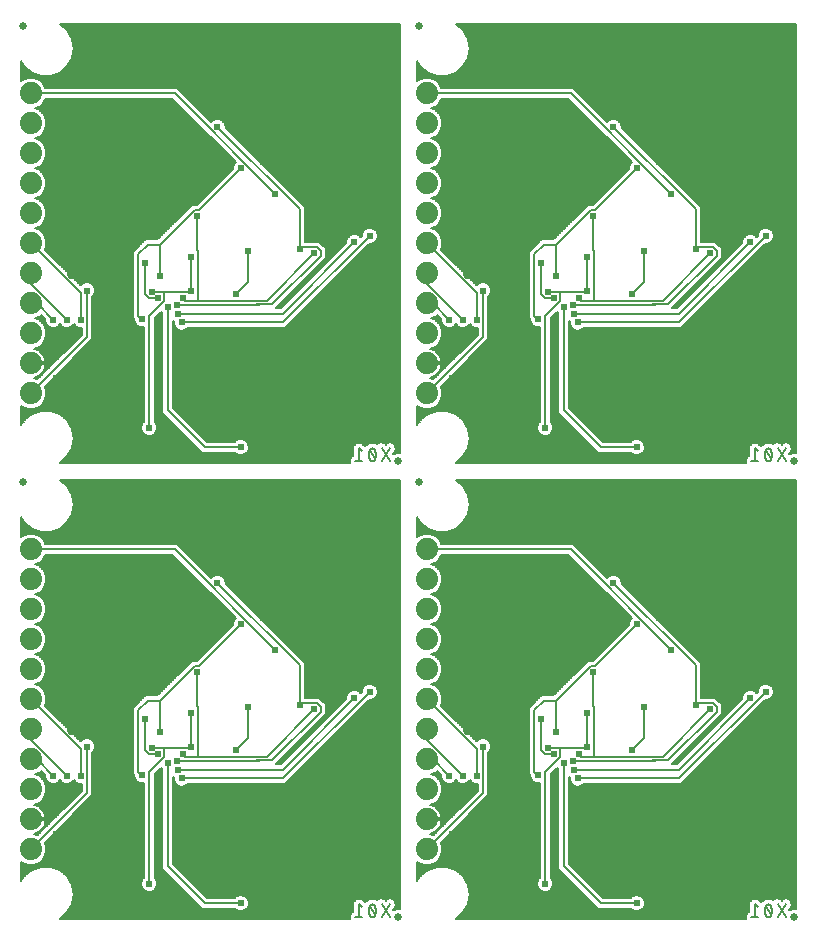
<source format=gbl>
G75*
%MOIN*%
%OFA0B0*%
%FSLAX25Y25*%
%IPPOS*%
%LPD*%
%AMOC8*
5,1,8,0,0,1.08239X$1,22.5*
%
%ADD10C,0.00800*%
%ADD11C,0.02500*%
%ADD12C,0.07400*%
%ADD13C,0.02400*%
%ADD14C,0.00600*%
%ADD15C,0.02700*%
D10*
X0146558Y0031150D02*
X0148892Y0031150D01*
X0147725Y0031150D02*
X0147725Y0035350D01*
X0148892Y0034417D01*
X0153392Y0033250D02*
X0153390Y0033138D01*
X0153385Y0033026D01*
X0153376Y0032914D01*
X0153363Y0032803D01*
X0153347Y0032692D01*
X0153327Y0032581D01*
X0153303Y0032472D01*
X0153276Y0032363D01*
X0153246Y0032255D01*
X0153212Y0032148D01*
X0153175Y0032042D01*
X0153134Y0031938D01*
X0153090Y0031835D01*
X0153042Y0031733D01*
X0153158Y0032083D02*
X0151292Y0034417D01*
X0151409Y0034767D02*
X0151429Y0034820D01*
X0151452Y0034871D01*
X0151479Y0034920D01*
X0151509Y0034968D01*
X0151542Y0035014D01*
X0151577Y0035057D01*
X0151616Y0035098D01*
X0151657Y0035137D01*
X0151701Y0035173D01*
X0151747Y0035205D01*
X0151794Y0035235D01*
X0151844Y0035261D01*
X0151896Y0035285D01*
X0151948Y0035304D01*
X0152002Y0035321D01*
X0152057Y0035333D01*
X0152113Y0035343D01*
X0152169Y0035348D01*
X0152225Y0035350D01*
X0152281Y0035348D01*
X0152337Y0035343D01*
X0152393Y0035333D01*
X0152448Y0035321D01*
X0152502Y0035304D01*
X0152554Y0035285D01*
X0152606Y0035261D01*
X0152656Y0035235D01*
X0152703Y0035205D01*
X0152749Y0035172D01*
X0152793Y0035137D01*
X0152834Y0035098D01*
X0152873Y0035057D01*
X0152908Y0035014D01*
X0152941Y0034968D01*
X0152971Y0034920D01*
X0152998Y0034871D01*
X0153021Y0034820D01*
X0153041Y0034767D01*
X0151409Y0034767D02*
X0151361Y0034665D01*
X0151317Y0034562D01*
X0151276Y0034458D01*
X0151239Y0034352D01*
X0151205Y0034245D01*
X0151175Y0034137D01*
X0151148Y0034028D01*
X0151124Y0033919D01*
X0151104Y0033808D01*
X0151088Y0033697D01*
X0151075Y0033586D01*
X0151066Y0033474D01*
X0151061Y0033362D01*
X0151059Y0033250D01*
X0153392Y0033250D02*
X0153390Y0033362D01*
X0153385Y0033474D01*
X0153376Y0033586D01*
X0153363Y0033697D01*
X0153347Y0033808D01*
X0153327Y0033919D01*
X0153303Y0034028D01*
X0153276Y0034137D01*
X0153246Y0034245D01*
X0153212Y0034352D01*
X0153175Y0034458D01*
X0153134Y0034562D01*
X0153090Y0034665D01*
X0153042Y0034767D01*
X0151059Y0033250D02*
X0151061Y0033138D01*
X0151066Y0033026D01*
X0151075Y0032914D01*
X0151088Y0032803D01*
X0151104Y0032692D01*
X0151124Y0032581D01*
X0151148Y0032472D01*
X0151175Y0032363D01*
X0151205Y0032255D01*
X0151239Y0032148D01*
X0151276Y0032042D01*
X0151317Y0031938D01*
X0151361Y0031835D01*
X0151409Y0031733D01*
X0152225Y0031150D02*
X0152281Y0031152D01*
X0152337Y0031157D01*
X0152393Y0031167D01*
X0152448Y0031179D01*
X0152502Y0031196D01*
X0152554Y0031215D01*
X0152606Y0031239D01*
X0152656Y0031265D01*
X0152703Y0031295D01*
X0152749Y0031327D01*
X0152793Y0031363D01*
X0152834Y0031402D01*
X0152873Y0031443D01*
X0152908Y0031486D01*
X0152941Y0031532D01*
X0152971Y0031580D01*
X0152998Y0031629D01*
X0153021Y0031680D01*
X0153041Y0031733D01*
X0152225Y0031150D02*
X0152169Y0031152D01*
X0152113Y0031157D01*
X0152057Y0031167D01*
X0152002Y0031179D01*
X0151948Y0031196D01*
X0151896Y0031215D01*
X0151844Y0031239D01*
X0151794Y0031265D01*
X0151747Y0031295D01*
X0151701Y0031327D01*
X0151657Y0031363D01*
X0151616Y0031402D01*
X0151577Y0031443D01*
X0151542Y0031486D01*
X0151509Y0031532D01*
X0151479Y0031580D01*
X0151452Y0031629D01*
X0151429Y0031680D01*
X0151409Y0031733D01*
X0155325Y0031150D02*
X0158125Y0035350D01*
X0155325Y0035350D02*
X0158125Y0031150D01*
X0278558Y0031150D02*
X0280892Y0031150D01*
X0279725Y0031150D02*
X0279725Y0035350D01*
X0280892Y0034417D01*
X0285392Y0033250D02*
X0285390Y0033138D01*
X0285385Y0033026D01*
X0285376Y0032914D01*
X0285363Y0032803D01*
X0285347Y0032692D01*
X0285327Y0032581D01*
X0285303Y0032472D01*
X0285276Y0032363D01*
X0285246Y0032255D01*
X0285212Y0032148D01*
X0285175Y0032042D01*
X0285134Y0031938D01*
X0285090Y0031835D01*
X0285042Y0031733D01*
X0285158Y0032083D02*
X0283292Y0034417D01*
X0283409Y0034767D02*
X0283429Y0034820D01*
X0283452Y0034871D01*
X0283479Y0034920D01*
X0283509Y0034968D01*
X0283542Y0035014D01*
X0283577Y0035057D01*
X0283616Y0035098D01*
X0283657Y0035137D01*
X0283701Y0035173D01*
X0283747Y0035205D01*
X0283794Y0035235D01*
X0283844Y0035261D01*
X0283896Y0035285D01*
X0283948Y0035304D01*
X0284002Y0035321D01*
X0284057Y0035333D01*
X0284113Y0035343D01*
X0284169Y0035348D01*
X0284225Y0035350D01*
X0284281Y0035348D01*
X0284337Y0035343D01*
X0284393Y0035333D01*
X0284448Y0035321D01*
X0284502Y0035304D01*
X0284554Y0035285D01*
X0284606Y0035261D01*
X0284656Y0035235D01*
X0284703Y0035205D01*
X0284749Y0035172D01*
X0284793Y0035137D01*
X0284834Y0035098D01*
X0284873Y0035057D01*
X0284908Y0035014D01*
X0284941Y0034968D01*
X0284971Y0034920D01*
X0284998Y0034871D01*
X0285021Y0034820D01*
X0285041Y0034767D01*
X0283409Y0034767D02*
X0283361Y0034665D01*
X0283317Y0034562D01*
X0283276Y0034458D01*
X0283239Y0034352D01*
X0283205Y0034245D01*
X0283175Y0034137D01*
X0283148Y0034028D01*
X0283124Y0033919D01*
X0283104Y0033808D01*
X0283088Y0033697D01*
X0283075Y0033586D01*
X0283066Y0033474D01*
X0283061Y0033362D01*
X0283059Y0033250D01*
X0285392Y0033250D02*
X0285390Y0033362D01*
X0285385Y0033474D01*
X0285376Y0033586D01*
X0285363Y0033697D01*
X0285347Y0033808D01*
X0285327Y0033919D01*
X0285303Y0034028D01*
X0285276Y0034137D01*
X0285246Y0034245D01*
X0285212Y0034352D01*
X0285175Y0034458D01*
X0285134Y0034562D01*
X0285090Y0034665D01*
X0285042Y0034767D01*
X0283059Y0033250D02*
X0283061Y0033138D01*
X0283066Y0033026D01*
X0283075Y0032914D01*
X0283088Y0032803D01*
X0283104Y0032692D01*
X0283124Y0032581D01*
X0283148Y0032472D01*
X0283175Y0032363D01*
X0283205Y0032255D01*
X0283239Y0032148D01*
X0283276Y0032042D01*
X0283317Y0031938D01*
X0283361Y0031835D01*
X0283409Y0031733D01*
X0284225Y0031150D02*
X0284281Y0031152D01*
X0284337Y0031157D01*
X0284393Y0031167D01*
X0284448Y0031179D01*
X0284502Y0031196D01*
X0284554Y0031215D01*
X0284606Y0031239D01*
X0284656Y0031265D01*
X0284703Y0031295D01*
X0284749Y0031327D01*
X0284793Y0031363D01*
X0284834Y0031402D01*
X0284873Y0031443D01*
X0284908Y0031486D01*
X0284941Y0031532D01*
X0284971Y0031580D01*
X0284998Y0031629D01*
X0285021Y0031680D01*
X0285041Y0031733D01*
X0284225Y0031150D02*
X0284169Y0031152D01*
X0284113Y0031157D01*
X0284057Y0031167D01*
X0284002Y0031179D01*
X0283948Y0031196D01*
X0283896Y0031215D01*
X0283844Y0031239D01*
X0283794Y0031265D01*
X0283747Y0031295D01*
X0283701Y0031327D01*
X0283657Y0031363D01*
X0283616Y0031402D01*
X0283577Y0031443D01*
X0283542Y0031486D01*
X0283509Y0031532D01*
X0283479Y0031580D01*
X0283452Y0031629D01*
X0283429Y0031680D01*
X0283409Y0031733D01*
X0287325Y0031150D02*
X0290125Y0035350D01*
X0287325Y0035350D02*
X0290125Y0031150D01*
X0290125Y0183150D02*
X0287325Y0187350D01*
X0283059Y0185250D02*
X0283061Y0185138D01*
X0283066Y0185026D01*
X0283075Y0184914D01*
X0283088Y0184803D01*
X0283104Y0184692D01*
X0283124Y0184581D01*
X0283148Y0184472D01*
X0283175Y0184363D01*
X0283205Y0184255D01*
X0283239Y0184148D01*
X0283276Y0184042D01*
X0283317Y0183938D01*
X0283361Y0183835D01*
X0283409Y0183733D01*
X0284225Y0183150D02*
X0284281Y0183152D01*
X0284337Y0183157D01*
X0284393Y0183167D01*
X0284448Y0183179D01*
X0284502Y0183196D01*
X0284554Y0183215D01*
X0284606Y0183239D01*
X0284656Y0183265D01*
X0284703Y0183295D01*
X0284749Y0183327D01*
X0284793Y0183363D01*
X0284834Y0183402D01*
X0284873Y0183443D01*
X0284908Y0183486D01*
X0284941Y0183532D01*
X0284971Y0183580D01*
X0284998Y0183629D01*
X0285021Y0183680D01*
X0285041Y0183733D01*
X0285158Y0184083D02*
X0283292Y0186417D01*
X0283409Y0186767D02*
X0283429Y0186820D01*
X0283452Y0186871D01*
X0283479Y0186920D01*
X0283509Y0186968D01*
X0283542Y0187014D01*
X0283577Y0187057D01*
X0283616Y0187098D01*
X0283657Y0187137D01*
X0283701Y0187173D01*
X0283747Y0187205D01*
X0283794Y0187235D01*
X0283844Y0187261D01*
X0283896Y0187285D01*
X0283948Y0187304D01*
X0284002Y0187321D01*
X0284057Y0187333D01*
X0284113Y0187343D01*
X0284169Y0187348D01*
X0284225Y0187350D01*
X0284281Y0187348D01*
X0284337Y0187343D01*
X0284393Y0187333D01*
X0284448Y0187321D01*
X0284502Y0187304D01*
X0284554Y0187285D01*
X0284606Y0187261D01*
X0284656Y0187235D01*
X0284703Y0187205D01*
X0284749Y0187172D01*
X0284793Y0187137D01*
X0284834Y0187098D01*
X0284873Y0187057D01*
X0284908Y0187014D01*
X0284941Y0186968D01*
X0284971Y0186920D01*
X0284998Y0186871D01*
X0285021Y0186820D01*
X0285041Y0186767D01*
X0283409Y0186767D02*
X0283361Y0186665D01*
X0283317Y0186562D01*
X0283276Y0186458D01*
X0283239Y0186352D01*
X0283205Y0186245D01*
X0283175Y0186137D01*
X0283148Y0186028D01*
X0283124Y0185919D01*
X0283104Y0185808D01*
X0283088Y0185697D01*
X0283075Y0185586D01*
X0283066Y0185474D01*
X0283061Y0185362D01*
X0283059Y0185250D01*
X0285392Y0185250D02*
X0285390Y0185362D01*
X0285385Y0185474D01*
X0285376Y0185586D01*
X0285363Y0185697D01*
X0285347Y0185808D01*
X0285327Y0185919D01*
X0285303Y0186028D01*
X0285276Y0186137D01*
X0285246Y0186245D01*
X0285212Y0186352D01*
X0285175Y0186458D01*
X0285134Y0186562D01*
X0285090Y0186665D01*
X0285042Y0186767D01*
X0283409Y0183733D02*
X0283429Y0183680D01*
X0283452Y0183629D01*
X0283479Y0183580D01*
X0283509Y0183532D01*
X0283542Y0183486D01*
X0283577Y0183443D01*
X0283616Y0183402D01*
X0283657Y0183363D01*
X0283701Y0183327D01*
X0283747Y0183295D01*
X0283794Y0183265D01*
X0283844Y0183239D01*
X0283896Y0183215D01*
X0283948Y0183196D01*
X0284002Y0183179D01*
X0284057Y0183167D01*
X0284113Y0183157D01*
X0284169Y0183152D01*
X0284225Y0183150D01*
X0287325Y0183150D02*
X0290125Y0187350D01*
X0285392Y0185250D02*
X0285390Y0185138D01*
X0285385Y0185026D01*
X0285376Y0184914D01*
X0285363Y0184803D01*
X0285347Y0184692D01*
X0285327Y0184581D01*
X0285303Y0184472D01*
X0285276Y0184363D01*
X0285246Y0184255D01*
X0285212Y0184148D01*
X0285175Y0184042D01*
X0285134Y0183938D01*
X0285090Y0183835D01*
X0285042Y0183733D01*
X0280892Y0183150D02*
X0278558Y0183150D01*
X0279725Y0183150D02*
X0279725Y0187350D01*
X0280892Y0186417D01*
X0158125Y0187350D02*
X0155325Y0183150D01*
X0151409Y0183733D02*
X0151361Y0183835D01*
X0151317Y0183938D01*
X0151276Y0184042D01*
X0151239Y0184148D01*
X0151205Y0184255D01*
X0151175Y0184363D01*
X0151148Y0184472D01*
X0151124Y0184581D01*
X0151104Y0184692D01*
X0151088Y0184803D01*
X0151075Y0184914D01*
X0151066Y0185026D01*
X0151061Y0185138D01*
X0151059Y0185250D01*
X0153392Y0185250D02*
X0153390Y0185362D01*
X0153385Y0185474D01*
X0153376Y0185586D01*
X0153363Y0185697D01*
X0153347Y0185808D01*
X0153327Y0185919D01*
X0153303Y0186028D01*
X0153276Y0186137D01*
X0153246Y0186245D01*
X0153212Y0186352D01*
X0153175Y0186458D01*
X0153134Y0186562D01*
X0153090Y0186665D01*
X0153042Y0186767D01*
X0153041Y0186767D02*
X0153021Y0186820D01*
X0152998Y0186871D01*
X0152971Y0186920D01*
X0152941Y0186968D01*
X0152908Y0187014D01*
X0152873Y0187057D01*
X0152834Y0187098D01*
X0152793Y0187137D01*
X0152749Y0187172D01*
X0152703Y0187205D01*
X0152656Y0187235D01*
X0152606Y0187261D01*
X0152554Y0187285D01*
X0152502Y0187304D01*
X0152448Y0187321D01*
X0152393Y0187333D01*
X0152337Y0187343D01*
X0152281Y0187348D01*
X0152225Y0187350D01*
X0152169Y0187348D01*
X0152113Y0187343D01*
X0152057Y0187333D01*
X0152002Y0187321D01*
X0151948Y0187304D01*
X0151896Y0187285D01*
X0151844Y0187261D01*
X0151794Y0187235D01*
X0151747Y0187205D01*
X0151701Y0187173D01*
X0151657Y0187137D01*
X0151616Y0187098D01*
X0151577Y0187057D01*
X0151542Y0187014D01*
X0151509Y0186968D01*
X0151479Y0186920D01*
X0151452Y0186871D01*
X0151429Y0186820D01*
X0151409Y0186767D01*
X0151292Y0186417D02*
X0153158Y0184083D01*
X0152225Y0183150D02*
X0152169Y0183152D01*
X0152113Y0183157D01*
X0152057Y0183167D01*
X0152002Y0183179D01*
X0151948Y0183196D01*
X0151896Y0183215D01*
X0151844Y0183239D01*
X0151794Y0183265D01*
X0151747Y0183295D01*
X0151701Y0183327D01*
X0151657Y0183363D01*
X0151616Y0183402D01*
X0151577Y0183443D01*
X0151542Y0183486D01*
X0151509Y0183532D01*
X0151479Y0183580D01*
X0151452Y0183629D01*
X0151429Y0183680D01*
X0151409Y0183733D01*
X0152225Y0183150D02*
X0152281Y0183152D01*
X0152337Y0183157D01*
X0152393Y0183167D01*
X0152448Y0183179D01*
X0152502Y0183196D01*
X0152554Y0183215D01*
X0152606Y0183239D01*
X0152656Y0183265D01*
X0152703Y0183295D01*
X0152749Y0183327D01*
X0152793Y0183363D01*
X0152834Y0183402D01*
X0152873Y0183443D01*
X0152908Y0183486D01*
X0152941Y0183532D01*
X0152971Y0183580D01*
X0152998Y0183629D01*
X0153021Y0183680D01*
X0153041Y0183733D01*
X0151059Y0185250D02*
X0151061Y0185362D01*
X0151066Y0185474D01*
X0151075Y0185586D01*
X0151088Y0185697D01*
X0151104Y0185808D01*
X0151124Y0185919D01*
X0151148Y0186028D01*
X0151175Y0186137D01*
X0151205Y0186245D01*
X0151239Y0186352D01*
X0151276Y0186458D01*
X0151317Y0186562D01*
X0151361Y0186665D01*
X0151409Y0186767D01*
X0153392Y0185250D02*
X0153390Y0185138D01*
X0153385Y0185026D01*
X0153376Y0184914D01*
X0153363Y0184803D01*
X0153347Y0184692D01*
X0153327Y0184581D01*
X0153303Y0184472D01*
X0153276Y0184363D01*
X0153246Y0184255D01*
X0153212Y0184148D01*
X0153175Y0184042D01*
X0153134Y0183938D01*
X0153090Y0183835D01*
X0153042Y0183733D01*
X0148892Y0183150D02*
X0146558Y0183150D01*
X0147725Y0183150D02*
X0147725Y0187350D01*
X0148892Y0186417D01*
X0155325Y0187350D02*
X0158125Y0183150D01*
D11*
X0160842Y0183250D03*
X0167842Y0176250D03*
X0292842Y0183250D03*
X0167842Y0328250D03*
X0035842Y0328250D03*
X0035842Y0176250D03*
X0160842Y0031250D03*
X0292842Y0031250D03*
D12*
X0170342Y0053750D03*
X0170342Y0063750D03*
X0170342Y0073750D03*
X0170342Y0083750D03*
X0170342Y0093750D03*
X0170342Y0103750D03*
X0170342Y0113750D03*
X0170342Y0123750D03*
X0170342Y0133750D03*
X0170342Y0143750D03*
X0170342Y0153750D03*
X0170342Y0205750D03*
X0170342Y0215750D03*
X0170342Y0225750D03*
X0170342Y0235750D03*
X0170342Y0245750D03*
X0170342Y0255750D03*
X0170342Y0265750D03*
X0170342Y0275750D03*
X0170342Y0285750D03*
X0170342Y0295750D03*
X0170342Y0305750D03*
X0038342Y0305750D03*
X0038342Y0295750D03*
X0038342Y0285750D03*
X0038342Y0275750D03*
X0038342Y0265750D03*
X0038342Y0255750D03*
X0038342Y0245750D03*
X0038342Y0235750D03*
X0038342Y0225750D03*
X0038342Y0215750D03*
X0038342Y0205750D03*
X0038342Y0153750D03*
X0038342Y0143750D03*
X0038342Y0133750D03*
X0038342Y0123750D03*
X0038342Y0113750D03*
X0038342Y0103750D03*
X0038342Y0093750D03*
X0038342Y0083750D03*
X0038342Y0073750D03*
X0038342Y0063750D03*
X0038342Y0053750D03*
D13*
X0046842Y0058750D03*
X0058342Y0054750D03*
X0068842Y0049250D03*
X0077842Y0042250D03*
X0080842Y0046750D03*
X0087842Y0055750D03*
X0093342Y0069750D03*
X0088708Y0077373D03*
X0087357Y0080265D03*
X0087021Y0083265D03*
X0089088Y0085440D03*
X0091842Y0087844D03*
X0084021Y0082601D03*
X0080799Y0085373D03*
X0078632Y0087540D03*
X0081342Y0092719D03*
X0076342Y0097250D03*
X0080842Y0106750D03*
X0091842Y0099250D03*
X0106842Y0086750D03*
X0110842Y0101250D03*
X0093842Y0112750D03*
X0099342Y0123750D03*
X0108342Y0128750D03*
X0115842Y0130750D03*
X0119842Y0120250D03*
X0128342Y0128250D03*
X0130842Y0111250D03*
X0127942Y0101832D03*
X0132842Y0100429D03*
X0146224Y0104102D03*
X0151342Y0106250D03*
X0177827Y0078265D03*
X0182342Y0078250D03*
X0186977Y0078250D03*
X0189077Y0087985D03*
X0207342Y0078563D03*
X0212799Y0085373D03*
X0210632Y0087540D03*
X0213342Y0092719D03*
X0208342Y0097250D03*
X0212842Y0106750D03*
X0223842Y0099250D03*
X0223842Y0087844D03*
X0221088Y0085440D03*
X0219021Y0083265D03*
X0219357Y0080265D03*
X0220708Y0077373D03*
X0216021Y0082601D03*
X0225342Y0069750D03*
X0219842Y0055750D03*
X0212842Y0046750D03*
X0209842Y0042250D03*
X0200842Y0049250D03*
X0190342Y0054750D03*
X0178842Y0058750D03*
X0190842Y0038750D03*
X0238842Y0086750D03*
X0242842Y0101250D03*
X0225842Y0112750D03*
X0231342Y0123750D03*
X0240342Y0128750D03*
X0247842Y0130750D03*
X0251842Y0120250D03*
X0260342Y0128250D03*
X0262842Y0111250D03*
X0259942Y0101832D03*
X0264842Y0100429D03*
X0278224Y0104102D03*
X0283342Y0106250D03*
X0247342Y0060250D03*
X0240342Y0035750D03*
X0232577Y0142485D03*
X0240342Y0187750D03*
X0219842Y0207750D03*
X0212842Y0198750D03*
X0209842Y0194250D03*
X0200842Y0201250D03*
X0190342Y0206750D03*
X0178842Y0210750D03*
X0177827Y0230265D03*
X0182342Y0230250D03*
X0186977Y0230250D03*
X0189077Y0239985D03*
X0207342Y0230563D03*
X0212799Y0237373D03*
X0210632Y0239540D03*
X0213342Y0244719D03*
X0208342Y0249250D03*
X0212842Y0258750D03*
X0223842Y0251250D03*
X0223842Y0239844D03*
X0221088Y0237440D03*
X0219021Y0235265D03*
X0219357Y0232265D03*
X0220708Y0229373D03*
X0216021Y0234601D03*
X0225342Y0221750D03*
X0238842Y0238750D03*
X0242842Y0253250D03*
X0225842Y0264750D03*
X0231342Y0275750D03*
X0240342Y0280750D03*
X0247842Y0282750D03*
X0251842Y0272250D03*
X0260342Y0280250D03*
X0262842Y0263250D03*
X0259942Y0253832D03*
X0264842Y0252429D03*
X0278224Y0256102D03*
X0283342Y0258250D03*
X0247342Y0212250D03*
X0190842Y0190750D03*
X0132842Y0252429D03*
X0127942Y0253832D03*
X0130842Y0263250D03*
X0119842Y0272250D03*
X0115842Y0282750D03*
X0108342Y0280750D03*
X0099342Y0275750D03*
X0093842Y0264750D03*
X0080842Y0258750D03*
X0076342Y0249250D03*
X0081342Y0244719D03*
X0078632Y0239540D03*
X0080799Y0237373D03*
X0084021Y0234601D03*
X0087021Y0235265D03*
X0089088Y0237440D03*
X0091842Y0239844D03*
X0087357Y0232265D03*
X0088708Y0229373D03*
X0093342Y0221750D03*
X0087842Y0207750D03*
X0080842Y0198750D03*
X0077842Y0194250D03*
X0068842Y0201250D03*
X0058342Y0206750D03*
X0046842Y0210750D03*
X0045827Y0230265D03*
X0050342Y0230250D03*
X0054977Y0230250D03*
X0057077Y0239985D03*
X0075342Y0230563D03*
X0091842Y0251250D03*
X0106842Y0238750D03*
X0110842Y0253250D03*
X0128342Y0280250D03*
X0146224Y0256102D03*
X0151342Y0258250D03*
X0115342Y0212250D03*
X0108342Y0187750D03*
X0100577Y0142485D03*
X0058842Y0190750D03*
X0057077Y0087985D03*
X0054977Y0078250D03*
X0050342Y0078250D03*
X0045827Y0078265D03*
X0075342Y0078563D03*
X0058842Y0038750D03*
X0108342Y0035750D03*
X0115342Y0060250D03*
X0100577Y0294485D03*
X0232577Y0294485D03*
D14*
X0035242Y0049496D02*
X0035242Y0043120D01*
X0036185Y0044755D01*
X0036185Y0044755D01*
X0038671Y0046840D01*
X0038671Y0046840D01*
X0041720Y0047950D01*
X0044964Y0047950D01*
X0048013Y0046840D01*
X0048013Y0046840D01*
X0050498Y0044755D01*
X0050498Y0044755D01*
X0052120Y0041945D01*
X0052120Y0041945D01*
X0052684Y0038750D01*
X0052684Y0038750D01*
X0052120Y0035555D01*
X0052120Y0035555D01*
X0050498Y0032745D01*
X0050498Y0032745D01*
X0050498Y0032745D01*
X0048013Y0030660D01*
X0048013Y0030660D01*
X0047986Y0030650D01*
X0144658Y0030650D01*
X0144658Y0031937D01*
X0145771Y0033050D01*
X0145825Y0033050D01*
X0145825Y0035245D01*
X0145750Y0035922D01*
X0145825Y0036016D01*
X0145825Y0036137D01*
X0146307Y0036619D01*
X0146733Y0037151D01*
X0146853Y0037165D01*
X0146938Y0037250D01*
X0147620Y0037250D01*
X0148298Y0037325D01*
X0148392Y0037250D01*
X0148512Y0037250D01*
X0148994Y0036768D01*
X0149851Y0036082D01*
X0149898Y0036221D01*
X0149898Y0036221D01*
X0149898Y0036221D01*
X0151340Y0037250D01*
X0153111Y0037250D01*
X0153902Y0036685D01*
X0154926Y0037367D01*
X0156469Y0037059D01*
X0156725Y0036675D01*
X0156981Y0037059D01*
X0158524Y0037367D01*
X0159834Y0036494D01*
X0160143Y0034951D01*
X0159120Y0033418D01*
X0159284Y0033581D01*
X0160295Y0034000D01*
X0161389Y0034000D01*
X0161442Y0033978D01*
X0161442Y0176850D01*
X0047986Y0176850D01*
X0048013Y0176840D01*
X0048013Y0176840D01*
X0050498Y0174755D01*
X0050498Y0174755D01*
X0052120Y0171945D01*
X0052120Y0171945D01*
X0052684Y0168750D01*
X0052684Y0168750D01*
X0052120Y0165555D01*
X0052120Y0165555D01*
X0050498Y0162745D01*
X0050498Y0162745D01*
X0050498Y0162745D01*
X0048013Y0160660D01*
X0048013Y0160660D01*
X0044964Y0159550D01*
X0041720Y0159550D01*
X0038671Y0160660D01*
X0038671Y0160660D01*
X0036185Y0162745D01*
X0036185Y0162745D01*
X0035242Y0164380D01*
X0035242Y0158004D01*
X0035396Y0158158D01*
X0037307Y0158950D01*
X0039376Y0158950D01*
X0041287Y0158158D01*
X0042750Y0156696D01*
X0043225Y0155550D01*
X0087087Y0155550D01*
X0088142Y0154496D01*
X0098455Y0144182D01*
X0099047Y0144774D01*
X0100040Y0145185D01*
X0101114Y0145185D01*
X0102106Y0144774D01*
X0102866Y0144014D01*
X0103277Y0143022D01*
X0103277Y0142331D01*
X0129742Y0115865D01*
X0129742Y0104329D01*
X0134457Y0104329D01*
X0135512Y0103274D01*
X0136742Y0102044D01*
X0136742Y0098813D01*
X0119994Y0082065D01*
X0121641Y0082065D01*
X0143524Y0103948D01*
X0143524Y0104639D01*
X0143935Y0105631D01*
X0144695Y0106391D01*
X0145687Y0106802D01*
X0146761Y0106802D01*
X0147753Y0106391D01*
X0148345Y0105799D01*
X0148642Y0106096D01*
X0148642Y0106787D01*
X0149053Y0107779D01*
X0149812Y0108539D01*
X0150805Y0108950D01*
X0151879Y0108950D01*
X0152871Y0108539D01*
X0153631Y0107779D01*
X0154042Y0106787D01*
X0154042Y0105713D01*
X0153631Y0104721D01*
X0152871Y0103961D01*
X0151879Y0103550D01*
X0151187Y0103550D01*
X0124265Y0076628D01*
X0123211Y0075573D01*
X0090726Y0075573D01*
X0090237Y0075085D01*
X0089245Y0074673D01*
X0088171Y0074673D01*
X0087179Y0075085D01*
X0086419Y0075844D01*
X0086008Y0076836D01*
X0086008Y0077901D01*
X0085827Y0077976D01*
X0085821Y0077983D01*
X0085821Y0048817D01*
X0097087Y0037550D01*
X0106323Y0037550D01*
X0106812Y0038039D01*
X0107805Y0038450D01*
X0108879Y0038450D01*
X0109871Y0038039D01*
X0110631Y0037279D01*
X0111042Y0036287D01*
X0111042Y0035213D01*
X0110631Y0034221D01*
X0109871Y0033461D01*
X0108879Y0033050D01*
X0107805Y0033050D01*
X0106812Y0033461D01*
X0106323Y0033950D01*
X0095596Y0033950D01*
X0094542Y0035004D01*
X0094542Y0035004D01*
X0082221Y0047326D01*
X0082221Y0080583D01*
X0081873Y0080931D01*
X0079642Y0078700D01*
X0079642Y0044268D01*
X0080131Y0043779D01*
X0080542Y0042787D01*
X0080542Y0041713D01*
X0080131Y0040721D01*
X0079371Y0039961D01*
X0078379Y0039550D01*
X0077305Y0039550D01*
X0076312Y0039961D01*
X0075553Y0040721D01*
X0075142Y0041713D01*
X0075142Y0042787D01*
X0075553Y0043779D01*
X0076042Y0044268D01*
X0076042Y0075931D01*
X0075879Y0075863D01*
X0074805Y0075863D01*
X0073812Y0076274D01*
X0073053Y0077034D01*
X0072642Y0078026D01*
X0072642Y0078718D01*
X0072442Y0078918D01*
X0072442Y0100865D01*
X0073496Y0101920D01*
X0076596Y0105020D01*
X0080596Y0105020D01*
X0092226Y0116650D01*
X0093696Y0116650D01*
X0105642Y0128596D01*
X0105642Y0129287D01*
X0106053Y0130279D01*
X0106660Y0130886D01*
X0085596Y0151950D01*
X0043225Y0151950D01*
X0042750Y0150804D01*
X0041287Y0149342D01*
X0039859Y0148750D01*
X0041287Y0148158D01*
X0042750Y0146696D01*
X0043542Y0144784D01*
X0043542Y0142716D01*
X0042750Y0140804D01*
X0041287Y0139342D01*
X0039859Y0138750D01*
X0041287Y0138158D01*
X0042750Y0136696D01*
X0043542Y0134784D01*
X0043542Y0132716D01*
X0042750Y0130804D01*
X0041287Y0129342D01*
X0039859Y0128750D01*
X0041287Y0128158D01*
X0042750Y0126696D01*
X0043542Y0124784D01*
X0043542Y0122716D01*
X0099762Y0122716D01*
X0099164Y0122118D02*
X0043294Y0122118D01*
X0043542Y0122716D02*
X0042750Y0120804D01*
X0041287Y0119342D01*
X0039859Y0118750D01*
X0041287Y0118158D01*
X0042750Y0116696D01*
X0043542Y0114784D01*
X0043542Y0112716D01*
X0042750Y0110804D01*
X0041287Y0109342D01*
X0039859Y0108750D01*
X0041287Y0108158D01*
X0042750Y0106696D01*
X0043542Y0104784D01*
X0043542Y0102716D01*
X0043067Y0101570D01*
X0054955Y0089682D01*
X0055547Y0090274D01*
X0056540Y0090685D01*
X0057614Y0090685D01*
X0058606Y0090274D01*
X0059366Y0089514D01*
X0059777Y0088522D01*
X0059777Y0087448D01*
X0059366Y0086455D01*
X0058877Y0085967D01*
X0058877Y0071739D01*
X0043067Y0055930D01*
X0043542Y0054784D01*
X0043542Y0052716D01*
X0042750Y0050804D01*
X0041287Y0049342D01*
X0039376Y0048550D01*
X0037307Y0048550D01*
X0035396Y0049342D01*
X0035242Y0049496D01*
X0035242Y0049099D02*
X0035981Y0049099D01*
X0035242Y0048501D02*
X0076042Y0048501D01*
X0076042Y0049099D02*
X0040702Y0049099D01*
X0041644Y0049698D02*
X0076042Y0049698D01*
X0076042Y0050296D02*
X0042242Y0050296D01*
X0042788Y0050895D02*
X0076042Y0050895D01*
X0076042Y0051493D02*
X0043036Y0051493D01*
X0043283Y0052092D02*
X0076042Y0052092D01*
X0076042Y0052690D02*
X0043531Y0052690D01*
X0043542Y0053289D02*
X0076042Y0053289D01*
X0076042Y0053887D02*
X0043542Y0053887D01*
X0043542Y0054486D02*
X0076042Y0054486D01*
X0076042Y0055084D02*
X0043417Y0055084D01*
X0043170Y0055683D02*
X0076042Y0055683D01*
X0076042Y0056282D02*
X0043419Y0056282D01*
X0044017Y0056880D02*
X0076042Y0056880D01*
X0076042Y0057479D02*
X0044616Y0057479D01*
X0045214Y0058077D02*
X0076042Y0058077D01*
X0076042Y0058676D02*
X0045813Y0058676D01*
X0046411Y0059274D02*
X0076042Y0059274D01*
X0076042Y0059873D02*
X0047010Y0059873D01*
X0047608Y0060471D02*
X0076042Y0060471D01*
X0076042Y0061070D02*
X0048207Y0061070D01*
X0048806Y0061668D02*
X0076042Y0061668D01*
X0076042Y0062267D02*
X0049404Y0062267D01*
X0050003Y0062865D02*
X0076042Y0062865D01*
X0076042Y0063464D02*
X0050601Y0063464D01*
X0051200Y0064062D02*
X0076042Y0064062D01*
X0076042Y0064661D02*
X0051798Y0064661D01*
X0052397Y0065259D02*
X0076042Y0065259D01*
X0076042Y0065858D02*
X0052995Y0065858D01*
X0053594Y0066456D02*
X0076042Y0066456D01*
X0076042Y0067055D02*
X0054192Y0067055D01*
X0054791Y0067653D02*
X0076042Y0067653D01*
X0076042Y0068252D02*
X0055389Y0068252D01*
X0055988Y0068850D02*
X0076042Y0068850D01*
X0076042Y0069449D02*
X0056586Y0069449D01*
X0057185Y0070047D02*
X0076042Y0070047D01*
X0076042Y0070646D02*
X0057783Y0070646D01*
X0058382Y0071244D02*
X0076042Y0071244D01*
X0076042Y0071843D02*
X0058877Y0071843D01*
X0058877Y0072441D02*
X0076042Y0072441D01*
X0076042Y0073040D02*
X0058877Y0073040D01*
X0058877Y0073638D02*
X0076042Y0073638D01*
X0076042Y0074237D02*
X0058877Y0074237D01*
X0058877Y0074835D02*
X0076042Y0074835D01*
X0076042Y0075434D02*
X0058877Y0075434D01*
X0058877Y0076032D02*
X0074397Y0076032D01*
X0073456Y0076631D02*
X0058877Y0076631D01*
X0058877Y0077229D02*
X0072972Y0077229D01*
X0072724Y0077828D02*
X0058877Y0077828D01*
X0058877Y0078426D02*
X0072642Y0078426D01*
X0072442Y0079025D02*
X0058877Y0079025D01*
X0058877Y0079623D02*
X0072442Y0079623D01*
X0072442Y0080222D02*
X0058877Y0080222D01*
X0058877Y0080820D02*
X0072442Y0080820D01*
X0072442Y0081419D02*
X0058877Y0081419D01*
X0058877Y0082018D02*
X0072442Y0082018D01*
X0072442Y0082616D02*
X0058877Y0082616D01*
X0058877Y0083215D02*
X0072442Y0083215D01*
X0072442Y0083813D02*
X0058877Y0083813D01*
X0058877Y0084412D02*
X0072442Y0084412D01*
X0072442Y0085010D02*
X0058877Y0085010D01*
X0058877Y0085609D02*
X0072442Y0085609D01*
X0072442Y0086207D02*
X0059117Y0086207D01*
X0059511Y0086806D02*
X0072442Y0086806D01*
X0072442Y0087404D02*
X0059759Y0087404D01*
X0059777Y0088003D02*
X0072442Y0088003D01*
X0072442Y0088601D02*
X0059744Y0088601D01*
X0059496Y0089200D02*
X0072442Y0089200D01*
X0072442Y0089798D02*
X0059082Y0089798D01*
X0058310Y0090397D02*
X0072442Y0090397D01*
X0072442Y0090995D02*
X0053642Y0090995D01*
X0053044Y0091594D02*
X0072442Y0091594D01*
X0072442Y0092192D02*
X0052445Y0092192D01*
X0051847Y0092791D02*
X0072442Y0092791D01*
X0072442Y0093389D02*
X0051248Y0093389D01*
X0050650Y0093988D02*
X0072442Y0093988D01*
X0072442Y0094586D02*
X0050051Y0094586D01*
X0049453Y0095185D02*
X0072442Y0095185D01*
X0072442Y0095783D02*
X0048854Y0095783D01*
X0048256Y0096382D02*
X0072442Y0096382D01*
X0072442Y0096980D02*
X0047657Y0096980D01*
X0047059Y0097579D02*
X0072442Y0097579D01*
X0072442Y0098177D02*
X0046460Y0098177D01*
X0045862Y0098776D02*
X0072442Y0098776D01*
X0072442Y0099374D02*
X0045263Y0099374D01*
X0044665Y0099973D02*
X0072442Y0099973D01*
X0072442Y0100571D02*
X0044066Y0100571D01*
X0043468Y0101170D02*
X0072746Y0101170D01*
X0073345Y0101768D02*
X0043149Y0101768D01*
X0043397Y0102367D02*
X0073943Y0102367D01*
X0074542Y0102965D02*
X0043542Y0102965D01*
X0043542Y0103564D02*
X0075140Y0103564D01*
X0075739Y0104162D02*
X0043542Y0104162D01*
X0043542Y0104761D02*
X0076337Y0104761D01*
X0077342Y0103220D02*
X0074242Y0100120D01*
X0074242Y0079663D01*
X0075342Y0078563D01*
X0077842Y0079445D02*
X0082899Y0084503D01*
X0082899Y0087540D01*
X0091537Y0087540D01*
X0091842Y0087844D01*
X0091842Y0099250D01*
X0093842Y0101350D02*
X0093942Y0101350D01*
X0093942Y0084650D01*
X0117063Y0084650D01*
X0132842Y0100429D01*
X0133712Y0102529D02*
X0128639Y0102529D01*
X0127942Y0101832D01*
X0127942Y0115120D01*
X0100577Y0142485D01*
X0103277Y0142467D02*
X0161442Y0142467D01*
X0161442Y0141869D02*
X0103739Y0141869D01*
X0104337Y0141270D02*
X0161442Y0141270D01*
X0161442Y0140672D02*
X0104936Y0140672D01*
X0105534Y0140073D02*
X0161442Y0140073D01*
X0161442Y0139475D02*
X0106133Y0139475D01*
X0106731Y0138876D02*
X0161442Y0138876D01*
X0161442Y0138278D02*
X0107330Y0138278D01*
X0107928Y0137679D02*
X0161442Y0137679D01*
X0161442Y0137081D02*
X0108527Y0137081D01*
X0109125Y0136482D02*
X0161442Y0136482D01*
X0161442Y0135884D02*
X0109724Y0135884D01*
X0110322Y0135285D02*
X0161442Y0135285D01*
X0161442Y0134687D02*
X0110921Y0134687D01*
X0111519Y0134088D02*
X0161442Y0134088D01*
X0161442Y0133489D02*
X0112118Y0133489D01*
X0112716Y0132891D02*
X0161442Y0132891D01*
X0161442Y0132292D02*
X0113315Y0132292D01*
X0113913Y0131694D02*
X0161442Y0131694D01*
X0161442Y0131095D02*
X0114512Y0131095D01*
X0115110Y0130497D02*
X0161442Y0130497D01*
X0161442Y0129898D02*
X0115709Y0129898D01*
X0116307Y0129300D02*
X0161442Y0129300D01*
X0161442Y0128701D02*
X0116906Y0128701D01*
X0117504Y0128103D02*
X0161442Y0128103D01*
X0161442Y0127504D02*
X0118103Y0127504D01*
X0118701Y0126906D02*
X0161442Y0126906D01*
X0161442Y0126307D02*
X0119300Y0126307D01*
X0119898Y0125709D02*
X0161442Y0125709D01*
X0161442Y0125110D02*
X0120497Y0125110D01*
X0121095Y0124512D02*
X0161442Y0124512D01*
X0161442Y0123913D02*
X0121694Y0123913D01*
X0122292Y0123315D02*
X0161442Y0123315D01*
X0161442Y0122716D02*
X0122891Y0122716D01*
X0123489Y0122118D02*
X0161442Y0122118D01*
X0161442Y0121519D02*
X0124088Y0121519D01*
X0124686Y0120921D02*
X0161442Y0120921D01*
X0161442Y0120322D02*
X0125285Y0120322D01*
X0125884Y0119724D02*
X0161442Y0119724D01*
X0161442Y0119125D02*
X0126482Y0119125D01*
X0127081Y0118527D02*
X0161442Y0118527D01*
X0161442Y0117928D02*
X0127679Y0117928D01*
X0128278Y0117330D02*
X0161442Y0117330D01*
X0161442Y0116731D02*
X0128876Y0116731D01*
X0129475Y0116133D02*
X0161442Y0116133D01*
X0161442Y0115534D02*
X0129742Y0115534D01*
X0129742Y0114936D02*
X0161442Y0114936D01*
X0161442Y0114337D02*
X0129742Y0114337D01*
X0129742Y0113739D02*
X0161442Y0113739D01*
X0161442Y0113140D02*
X0129742Y0113140D01*
X0129742Y0112542D02*
X0161442Y0112542D01*
X0161442Y0111943D02*
X0129742Y0111943D01*
X0129742Y0111345D02*
X0161442Y0111345D01*
X0161442Y0110746D02*
X0129742Y0110746D01*
X0129742Y0110148D02*
X0161442Y0110148D01*
X0161442Y0109549D02*
X0129742Y0109549D01*
X0129742Y0108951D02*
X0161442Y0108951D01*
X0161442Y0108352D02*
X0153058Y0108352D01*
X0153641Y0107753D02*
X0161442Y0107753D01*
X0161442Y0107155D02*
X0153889Y0107155D01*
X0154042Y0106556D02*
X0161442Y0106556D01*
X0161442Y0105958D02*
X0154042Y0105958D01*
X0153895Y0105359D02*
X0161442Y0105359D01*
X0161442Y0104761D02*
X0153647Y0104761D01*
X0153073Y0104162D02*
X0161442Y0104162D01*
X0161442Y0103564D02*
X0151912Y0103564D01*
X0150603Y0102965D02*
X0161442Y0102965D01*
X0161442Y0102367D02*
X0150004Y0102367D01*
X0149406Y0101768D02*
X0161442Y0101768D01*
X0161442Y0101170D02*
X0148807Y0101170D01*
X0148209Y0100571D02*
X0161442Y0100571D01*
X0161442Y0099973D02*
X0147610Y0099973D01*
X0147012Y0099374D02*
X0161442Y0099374D01*
X0161442Y0098776D02*
X0146413Y0098776D01*
X0145815Y0098177D02*
X0161442Y0098177D01*
X0161442Y0097579D02*
X0145216Y0097579D01*
X0144618Y0096980D02*
X0161442Y0096980D01*
X0161442Y0096382D02*
X0144019Y0096382D01*
X0143421Y0095783D02*
X0161442Y0095783D01*
X0161442Y0095185D02*
X0142822Y0095185D01*
X0142224Y0094586D02*
X0161442Y0094586D01*
X0161442Y0093988D02*
X0141625Y0093988D01*
X0141027Y0093389D02*
X0161442Y0093389D01*
X0161442Y0092791D02*
X0140428Y0092791D01*
X0139830Y0092192D02*
X0161442Y0092192D01*
X0161442Y0091594D02*
X0139231Y0091594D01*
X0138633Y0090995D02*
X0161442Y0090995D01*
X0161442Y0090397D02*
X0138034Y0090397D01*
X0137436Y0089798D02*
X0161442Y0089798D01*
X0161442Y0089200D02*
X0136837Y0089200D01*
X0136239Y0088601D02*
X0161442Y0088601D01*
X0161442Y0088003D02*
X0135640Y0088003D01*
X0135041Y0087404D02*
X0161442Y0087404D01*
X0161442Y0086806D02*
X0134443Y0086806D01*
X0133844Y0086207D02*
X0161442Y0086207D01*
X0161442Y0085609D02*
X0133246Y0085609D01*
X0132647Y0085010D02*
X0161442Y0085010D01*
X0161442Y0084412D02*
X0132049Y0084412D01*
X0131450Y0083813D02*
X0161442Y0083813D01*
X0161442Y0083215D02*
X0130852Y0083215D01*
X0130253Y0082616D02*
X0161442Y0082616D01*
X0161442Y0082018D02*
X0129655Y0082018D01*
X0129056Y0081419D02*
X0161442Y0081419D01*
X0161442Y0080820D02*
X0128458Y0080820D01*
X0127859Y0080222D02*
X0161442Y0080222D01*
X0161442Y0079623D02*
X0127261Y0079623D01*
X0126662Y0079025D02*
X0161442Y0079025D01*
X0161442Y0078426D02*
X0126064Y0078426D01*
X0125465Y0077828D02*
X0161442Y0077828D01*
X0161442Y0077229D02*
X0124867Y0077229D01*
X0124268Y0076631D02*
X0161442Y0076631D01*
X0161442Y0076032D02*
X0123670Y0076032D01*
X0122465Y0077373D02*
X0088708Y0077373D01*
X0090587Y0075434D02*
X0161442Y0075434D01*
X0161442Y0074835D02*
X0089636Y0074835D01*
X0087780Y0074835D02*
X0085821Y0074835D01*
X0085821Y0074237D02*
X0161442Y0074237D01*
X0161442Y0073638D02*
X0085821Y0073638D01*
X0085821Y0073040D02*
X0161442Y0073040D01*
X0161442Y0072441D02*
X0085821Y0072441D01*
X0085821Y0071843D02*
X0161442Y0071843D01*
X0161442Y0071244D02*
X0085821Y0071244D01*
X0085821Y0070646D02*
X0161442Y0070646D01*
X0161442Y0070047D02*
X0085821Y0070047D01*
X0085821Y0069449D02*
X0161442Y0069449D01*
X0161442Y0068850D02*
X0085821Y0068850D01*
X0085821Y0068252D02*
X0161442Y0068252D01*
X0161442Y0067653D02*
X0085821Y0067653D01*
X0085821Y0067055D02*
X0161442Y0067055D01*
X0161442Y0066456D02*
X0085821Y0066456D01*
X0085821Y0065858D02*
X0161442Y0065858D01*
X0161442Y0065259D02*
X0085821Y0065259D01*
X0085821Y0064661D02*
X0161442Y0064661D01*
X0161442Y0064062D02*
X0085821Y0064062D01*
X0085821Y0063464D02*
X0161442Y0063464D01*
X0161442Y0062865D02*
X0085821Y0062865D01*
X0085821Y0062267D02*
X0161442Y0062267D01*
X0161442Y0061668D02*
X0085821Y0061668D01*
X0085821Y0061070D02*
X0161442Y0061070D01*
X0161442Y0060471D02*
X0085821Y0060471D01*
X0085821Y0059873D02*
X0161442Y0059873D01*
X0161442Y0059274D02*
X0085821Y0059274D01*
X0085821Y0058676D02*
X0161442Y0058676D01*
X0161442Y0058077D02*
X0085821Y0058077D01*
X0085821Y0057479D02*
X0161442Y0057479D01*
X0161442Y0056880D02*
X0085821Y0056880D01*
X0085821Y0056282D02*
X0161442Y0056282D01*
X0161442Y0055683D02*
X0085821Y0055683D01*
X0085821Y0055084D02*
X0161442Y0055084D01*
X0161442Y0054486D02*
X0085821Y0054486D01*
X0085821Y0053887D02*
X0161442Y0053887D01*
X0161442Y0053289D02*
X0085821Y0053289D01*
X0085821Y0052690D02*
X0161442Y0052690D01*
X0161442Y0052092D02*
X0085821Y0052092D01*
X0085821Y0051493D02*
X0161442Y0051493D01*
X0161442Y0050895D02*
X0085821Y0050895D01*
X0085821Y0050296D02*
X0161442Y0050296D01*
X0161442Y0049698D02*
X0085821Y0049698D01*
X0085821Y0049099D02*
X0161442Y0049099D01*
X0161442Y0048501D02*
X0086137Y0048501D01*
X0086735Y0047902D02*
X0161442Y0047902D01*
X0161442Y0047304D02*
X0087334Y0047304D01*
X0087932Y0046705D02*
X0161442Y0046705D01*
X0161442Y0046107D02*
X0088531Y0046107D01*
X0089129Y0045508D02*
X0161442Y0045508D01*
X0161442Y0044910D02*
X0089728Y0044910D01*
X0090326Y0044311D02*
X0161442Y0044311D01*
X0161442Y0043713D02*
X0090925Y0043713D01*
X0091523Y0043114D02*
X0161442Y0043114D01*
X0161442Y0042516D02*
X0092122Y0042516D01*
X0092720Y0041917D02*
X0161442Y0041917D01*
X0161442Y0041319D02*
X0093319Y0041319D01*
X0093917Y0040720D02*
X0161442Y0040720D01*
X0161442Y0040122D02*
X0094516Y0040122D01*
X0095114Y0039523D02*
X0161442Y0039523D01*
X0161442Y0038925D02*
X0095713Y0038925D01*
X0096311Y0038326D02*
X0107506Y0038326D01*
X0106501Y0037728D02*
X0096910Y0037728D01*
X0096342Y0035750D02*
X0108342Y0035750D01*
X0110844Y0034735D02*
X0145825Y0034735D01*
X0145825Y0034137D02*
X0110547Y0034137D01*
X0109948Y0033538D02*
X0145825Y0033538D01*
X0145661Y0032940D02*
X0050610Y0032940D01*
X0050956Y0033538D02*
X0106735Y0033538D01*
X0111042Y0035334D02*
X0145815Y0035334D01*
X0145758Y0035932D02*
X0111042Y0035932D01*
X0110941Y0036531D02*
X0146219Y0036531D01*
X0146715Y0037129D02*
X0110693Y0037129D01*
X0110182Y0037728D02*
X0161442Y0037728D01*
X0161442Y0038326D02*
X0109178Y0038326D01*
X0096342Y0035750D02*
X0084021Y0048071D01*
X0084021Y0082601D01*
X0081983Y0080820D02*
X0081762Y0080820D01*
X0082221Y0080222D02*
X0081164Y0080222D01*
X0080565Y0079623D02*
X0082221Y0079623D01*
X0082221Y0079025D02*
X0079967Y0079025D01*
X0079642Y0078426D02*
X0082221Y0078426D01*
X0082221Y0077828D02*
X0079642Y0077828D01*
X0079642Y0077229D02*
X0082221Y0077229D01*
X0082221Y0076631D02*
X0079642Y0076631D01*
X0079642Y0076032D02*
X0082221Y0076032D01*
X0082221Y0075434D02*
X0079642Y0075434D01*
X0079642Y0074835D02*
X0082221Y0074835D01*
X0082221Y0074237D02*
X0079642Y0074237D01*
X0079642Y0073638D02*
X0082221Y0073638D01*
X0082221Y0073040D02*
X0079642Y0073040D01*
X0079642Y0072441D02*
X0082221Y0072441D01*
X0082221Y0071843D02*
X0079642Y0071843D01*
X0079642Y0071244D02*
X0082221Y0071244D01*
X0082221Y0070646D02*
X0079642Y0070646D01*
X0079642Y0070047D02*
X0082221Y0070047D01*
X0082221Y0069449D02*
X0079642Y0069449D01*
X0079642Y0068850D02*
X0082221Y0068850D01*
X0082221Y0068252D02*
X0079642Y0068252D01*
X0079642Y0067653D02*
X0082221Y0067653D01*
X0082221Y0067055D02*
X0079642Y0067055D01*
X0079642Y0066456D02*
X0082221Y0066456D01*
X0082221Y0065858D02*
X0079642Y0065858D01*
X0079642Y0065259D02*
X0082221Y0065259D01*
X0082221Y0064661D02*
X0079642Y0064661D01*
X0079642Y0064062D02*
X0082221Y0064062D01*
X0082221Y0063464D02*
X0079642Y0063464D01*
X0079642Y0062865D02*
X0082221Y0062865D01*
X0082221Y0062267D02*
X0079642Y0062267D01*
X0079642Y0061668D02*
X0082221Y0061668D01*
X0082221Y0061070D02*
X0079642Y0061070D01*
X0079642Y0060471D02*
X0082221Y0060471D01*
X0082221Y0059873D02*
X0079642Y0059873D01*
X0079642Y0059274D02*
X0082221Y0059274D01*
X0082221Y0058676D02*
X0079642Y0058676D01*
X0079642Y0058077D02*
X0082221Y0058077D01*
X0082221Y0057479D02*
X0079642Y0057479D01*
X0079642Y0056880D02*
X0082221Y0056880D01*
X0082221Y0056282D02*
X0079642Y0056282D01*
X0079642Y0055683D02*
X0082221Y0055683D01*
X0082221Y0055084D02*
X0079642Y0055084D01*
X0079642Y0054486D02*
X0082221Y0054486D01*
X0082221Y0053887D02*
X0079642Y0053887D01*
X0079642Y0053289D02*
X0082221Y0053289D01*
X0082221Y0052690D02*
X0079642Y0052690D01*
X0079642Y0052092D02*
X0082221Y0052092D01*
X0082221Y0051493D02*
X0079642Y0051493D01*
X0079642Y0050895D02*
X0082221Y0050895D01*
X0082221Y0050296D02*
X0079642Y0050296D01*
X0079642Y0049698D02*
X0082221Y0049698D01*
X0082221Y0049099D02*
X0079642Y0049099D01*
X0079642Y0048501D02*
X0082221Y0048501D01*
X0082221Y0047902D02*
X0079642Y0047902D01*
X0079642Y0047304D02*
X0082242Y0047304D01*
X0082841Y0046705D02*
X0079642Y0046705D01*
X0079642Y0046107D02*
X0083439Y0046107D01*
X0084038Y0045508D02*
X0079642Y0045508D01*
X0079642Y0044910D02*
X0084636Y0044910D01*
X0085235Y0044311D02*
X0079642Y0044311D01*
X0080158Y0043713D02*
X0085833Y0043713D01*
X0086432Y0043114D02*
X0080406Y0043114D01*
X0080542Y0042516D02*
X0087030Y0042516D01*
X0087629Y0041917D02*
X0080542Y0041917D01*
X0080379Y0041319D02*
X0088227Y0041319D01*
X0088826Y0040720D02*
X0080130Y0040720D01*
X0079532Y0040122D02*
X0089424Y0040122D01*
X0090023Y0039523D02*
X0052547Y0039523D01*
X0052653Y0038925D02*
X0090622Y0038925D01*
X0091220Y0038326D02*
X0052609Y0038326D01*
X0052503Y0037728D02*
X0091819Y0037728D01*
X0092417Y0037129D02*
X0052398Y0037129D01*
X0052292Y0036531D02*
X0093016Y0036531D01*
X0093614Y0035932D02*
X0052187Y0035932D01*
X0051993Y0035334D02*
X0094213Y0035334D01*
X0094811Y0034735D02*
X0051647Y0034735D01*
X0051301Y0034137D02*
X0095410Y0034137D01*
X0077842Y0042250D02*
X0077842Y0079445D01*
X0077829Y0085373D02*
X0076342Y0086860D01*
X0076342Y0097250D01*
X0077342Y0103220D02*
X0081342Y0103220D01*
X0092972Y0114850D01*
X0094442Y0114850D01*
X0108342Y0128750D01*
X0105642Y0128701D02*
X0039976Y0128701D01*
X0041187Y0129300D02*
X0105647Y0129300D01*
X0105895Y0129898D02*
X0041844Y0129898D01*
X0042443Y0130497D02*
X0106270Y0130497D01*
X0106451Y0131095D02*
X0042871Y0131095D01*
X0043119Y0131694D02*
X0105852Y0131694D01*
X0105254Y0132292D02*
X0043366Y0132292D01*
X0043542Y0132891D02*
X0104655Y0132891D01*
X0104057Y0133489D02*
X0043542Y0133489D01*
X0043542Y0134088D02*
X0103458Y0134088D01*
X0102860Y0134687D02*
X0043542Y0134687D01*
X0043334Y0135285D02*
X0102261Y0135285D01*
X0101663Y0135884D02*
X0043087Y0135884D01*
X0042839Y0136482D02*
X0101064Y0136482D01*
X0100466Y0137081D02*
X0042365Y0137081D01*
X0041767Y0137679D02*
X0099867Y0137679D01*
X0099269Y0138278D02*
X0041000Y0138278D01*
X0040163Y0138876D02*
X0098670Y0138876D01*
X0098072Y0139475D02*
X0041420Y0139475D01*
X0042019Y0140073D02*
X0097473Y0140073D01*
X0096875Y0140672D02*
X0042617Y0140672D01*
X0042943Y0141270D02*
X0096276Y0141270D01*
X0095678Y0141869D02*
X0043191Y0141869D01*
X0043439Y0142467D02*
X0095079Y0142467D01*
X0094481Y0143066D02*
X0043542Y0143066D01*
X0043542Y0143664D02*
X0093882Y0143664D01*
X0093284Y0144263D02*
X0043542Y0144263D01*
X0043510Y0144861D02*
X0092685Y0144861D01*
X0092087Y0145460D02*
X0043262Y0145460D01*
X0043014Y0146058D02*
X0091488Y0146058D01*
X0090889Y0146657D02*
X0042766Y0146657D01*
X0042190Y0147255D02*
X0090291Y0147255D01*
X0089692Y0147854D02*
X0041592Y0147854D01*
X0040578Y0148452D02*
X0089094Y0148452D01*
X0088495Y0149051D02*
X0040585Y0149051D01*
X0041595Y0149649D02*
X0087897Y0149649D01*
X0087298Y0150248D02*
X0042194Y0150248D01*
X0042767Y0150846D02*
X0086700Y0150846D01*
X0086101Y0151445D02*
X0043015Y0151445D01*
X0043190Y0155634D02*
X0161442Y0155634D01*
X0161442Y0155036D02*
X0087601Y0155036D01*
X0088200Y0154437D02*
X0161442Y0154437D01*
X0161442Y0153839D02*
X0088799Y0153839D01*
X0089397Y0153240D02*
X0161442Y0153240D01*
X0161442Y0152642D02*
X0089996Y0152642D01*
X0090594Y0152043D02*
X0161442Y0152043D01*
X0161442Y0151445D02*
X0091193Y0151445D01*
X0091791Y0150846D02*
X0161442Y0150846D01*
X0161442Y0150248D02*
X0092390Y0150248D01*
X0092988Y0149649D02*
X0161442Y0149649D01*
X0161442Y0149051D02*
X0093587Y0149051D01*
X0094185Y0148452D02*
X0161442Y0148452D01*
X0161442Y0147854D02*
X0094784Y0147854D01*
X0095382Y0147255D02*
X0161442Y0147255D01*
X0161442Y0146657D02*
X0095981Y0146657D01*
X0096579Y0146058D02*
X0161442Y0146058D01*
X0161442Y0145460D02*
X0097178Y0145460D01*
X0097776Y0144861D02*
X0099258Y0144861D01*
X0098536Y0144263D02*
X0098375Y0144263D01*
X0101895Y0144861D02*
X0161442Y0144861D01*
X0161442Y0144263D02*
X0102617Y0144263D01*
X0103011Y0143664D02*
X0161442Y0143664D01*
X0161442Y0143066D02*
X0103259Y0143066D01*
X0105149Y0128103D02*
X0041343Y0128103D01*
X0041941Y0127504D02*
X0104551Y0127504D01*
X0103952Y0126906D02*
X0042540Y0126906D01*
X0042911Y0126307D02*
X0103354Y0126307D01*
X0102755Y0125709D02*
X0043159Y0125709D01*
X0043407Y0125110D02*
X0102157Y0125110D01*
X0101558Y0124512D02*
X0043542Y0124512D01*
X0043542Y0123913D02*
X0100960Y0123913D01*
X0100361Y0123315D02*
X0043542Y0123315D01*
X0043046Y0121519D02*
X0098565Y0121519D01*
X0097967Y0120921D02*
X0042798Y0120921D01*
X0042268Y0120322D02*
X0097368Y0120322D01*
X0096770Y0119724D02*
X0041669Y0119724D01*
X0040765Y0119125D02*
X0096171Y0119125D01*
X0095573Y0118527D02*
X0040398Y0118527D01*
X0041518Y0117928D02*
X0094974Y0117928D01*
X0094376Y0117330D02*
X0042116Y0117330D01*
X0042715Y0116731D02*
X0093777Y0116731D01*
X0091709Y0116133D02*
X0042983Y0116133D01*
X0043231Y0115534D02*
X0091111Y0115534D01*
X0090512Y0114936D02*
X0043479Y0114936D01*
X0043542Y0114337D02*
X0089913Y0114337D01*
X0089315Y0113739D02*
X0043542Y0113739D01*
X0043542Y0113140D02*
X0088716Y0113140D01*
X0088118Y0112542D02*
X0043470Y0112542D01*
X0043222Y0111943D02*
X0087519Y0111943D01*
X0086921Y0111345D02*
X0042974Y0111345D01*
X0042692Y0110746D02*
X0086322Y0110746D01*
X0085724Y0110148D02*
X0042093Y0110148D01*
X0041495Y0109549D02*
X0085125Y0109549D01*
X0084527Y0108951D02*
X0040343Y0108951D01*
X0040820Y0108352D02*
X0083928Y0108352D01*
X0083330Y0107753D02*
X0041692Y0107753D01*
X0042291Y0107155D02*
X0082731Y0107155D01*
X0082133Y0106556D02*
X0042808Y0106556D01*
X0043056Y0105958D02*
X0081534Y0105958D01*
X0080936Y0105359D02*
X0043304Y0105359D01*
X0038342Y0103750D02*
X0054977Y0087115D01*
X0054977Y0078250D01*
X0055277Y0075550D02*
X0055277Y0073231D01*
X0040522Y0058475D01*
X0039540Y0058882D01*
X0040261Y0059116D01*
X0040962Y0059474D01*
X0041599Y0059936D01*
X0042156Y0060493D01*
X0042618Y0061129D01*
X0042975Y0061831D01*
X0043219Y0062579D01*
X0043342Y0063356D01*
X0043342Y0063450D01*
X0038642Y0063450D01*
X0038642Y0064050D01*
X0043342Y0064050D01*
X0043342Y0064144D01*
X0043219Y0064921D01*
X0042975Y0065669D01*
X0042618Y0066371D01*
X0042156Y0067007D01*
X0041599Y0067564D01*
X0040962Y0068026D01*
X0040261Y0068384D01*
X0039540Y0068618D01*
X0041287Y0069342D01*
X0042750Y0070804D01*
X0043542Y0072716D01*
X0043542Y0074784D01*
X0042750Y0076696D01*
X0041287Y0078158D01*
X0039859Y0078750D01*
X0041287Y0079342D01*
X0041746Y0079800D01*
X0043127Y0078419D01*
X0043127Y0077728D01*
X0043538Y0076736D01*
X0044297Y0075976D01*
X0045290Y0075565D01*
X0046364Y0075565D01*
X0047356Y0075976D01*
X0048077Y0076697D01*
X0048812Y0075961D01*
X0049805Y0075550D01*
X0050879Y0075550D01*
X0051871Y0075961D01*
X0052631Y0076721D01*
X0052659Y0076789D01*
X0052688Y0076721D01*
X0053447Y0075961D01*
X0054440Y0075550D01*
X0055277Y0075550D01*
X0055277Y0075434D02*
X0043273Y0075434D01*
X0043025Y0076032D02*
X0044241Y0076032D01*
X0043643Y0076631D02*
X0042777Y0076631D01*
X0043333Y0077229D02*
X0042216Y0077229D01*
X0041618Y0077828D02*
X0043127Y0077828D01*
X0043120Y0078426D02*
X0040640Y0078426D01*
X0040523Y0079025D02*
X0042521Y0079025D01*
X0041923Y0079623D02*
X0041569Y0079623D01*
X0040342Y0083750D02*
X0038342Y0083750D01*
X0040342Y0083750D02*
X0045827Y0078265D01*
X0048011Y0076631D02*
X0048143Y0076631D01*
X0048741Y0076032D02*
X0047412Y0076032D01*
X0050342Y0078250D02*
X0042942Y0085650D01*
X0042942Y0085655D01*
X0040247Y0088350D01*
X0040242Y0088350D01*
X0038342Y0090250D01*
X0038342Y0093750D01*
X0038342Y0103750D02*
X0052007Y0090085D01*
X0054241Y0090397D02*
X0055844Y0090397D01*
X0055072Y0089798D02*
X0054839Y0089798D01*
X0057077Y0087985D02*
X0057077Y0072485D01*
X0038342Y0053750D01*
X0040039Y0058676D02*
X0040722Y0058676D01*
X0040571Y0059274D02*
X0041320Y0059274D01*
X0041512Y0059873D02*
X0041919Y0059873D01*
X0042134Y0060471D02*
X0042517Y0060471D01*
X0042575Y0061070D02*
X0043116Y0061070D01*
X0042893Y0061668D02*
X0043714Y0061668D01*
X0043117Y0062267D02*
X0044313Y0062267D01*
X0044911Y0062865D02*
X0043264Y0062865D01*
X0043342Y0064062D02*
X0046108Y0064062D01*
X0045510Y0063464D02*
X0038642Y0063464D01*
X0043260Y0064661D02*
X0046707Y0064661D01*
X0047305Y0065259D02*
X0043109Y0065259D01*
X0042880Y0065858D02*
X0047904Y0065858D01*
X0048502Y0066456D02*
X0042556Y0066456D01*
X0042108Y0067055D02*
X0049101Y0067055D01*
X0049699Y0067653D02*
X0041476Y0067653D01*
X0040520Y0068252D02*
X0050298Y0068252D01*
X0050896Y0068850D02*
X0040101Y0068850D01*
X0041394Y0069449D02*
X0051495Y0069449D01*
X0052094Y0070047D02*
X0041993Y0070047D01*
X0042592Y0070646D02*
X0052692Y0070646D01*
X0053291Y0071244D02*
X0042932Y0071244D01*
X0043180Y0071843D02*
X0053889Y0071843D01*
X0054488Y0072441D02*
X0043428Y0072441D01*
X0043542Y0073040D02*
X0055086Y0073040D01*
X0055277Y0073638D02*
X0043542Y0073638D01*
X0043542Y0074237D02*
X0055277Y0074237D01*
X0055277Y0074835D02*
X0043521Y0074835D01*
X0051943Y0076032D02*
X0053376Y0076032D01*
X0052777Y0076631D02*
X0052541Y0076631D01*
X0077829Y0085373D02*
X0080799Y0085373D01*
X0082899Y0087540D02*
X0078632Y0087540D01*
X0081342Y0092719D02*
X0081342Y0103220D01*
X0093842Y0101350D02*
X0093842Y0112750D01*
X0110842Y0101250D02*
X0110842Y0090750D01*
X0106842Y0086750D01*
X0113342Y0083265D02*
X0113527Y0083450D01*
X0118833Y0083450D01*
X0134942Y0099559D01*
X0134942Y0101299D01*
X0133712Y0102529D01*
X0135222Y0103564D02*
X0143140Y0103564D01*
X0143524Y0104162D02*
X0134624Y0104162D01*
X0135821Y0102965D02*
X0142542Y0102965D01*
X0141943Y0102367D02*
X0136419Y0102367D01*
X0136742Y0101768D02*
X0141345Y0101768D01*
X0140746Y0101170D02*
X0136742Y0101170D01*
X0136742Y0100571D02*
X0140148Y0100571D01*
X0139549Y0099973D02*
X0136742Y0099973D01*
X0136742Y0099374D02*
X0138951Y0099374D01*
X0138352Y0098776D02*
X0136704Y0098776D01*
X0136106Y0098177D02*
X0137754Y0098177D01*
X0137155Y0097579D02*
X0135507Y0097579D01*
X0134909Y0096980D02*
X0136557Y0096980D01*
X0135958Y0096382D02*
X0134310Y0096382D01*
X0133712Y0095783D02*
X0135360Y0095783D01*
X0134761Y0095185D02*
X0133113Y0095185D01*
X0132515Y0094586D02*
X0134163Y0094586D01*
X0133564Y0093988D02*
X0131916Y0093988D01*
X0131318Y0093389D02*
X0132966Y0093389D01*
X0132367Y0092791D02*
X0130719Y0092791D01*
X0130121Y0092192D02*
X0131769Y0092192D01*
X0131170Y0091594D02*
X0129522Y0091594D01*
X0128924Y0090995D02*
X0130572Y0090995D01*
X0129973Y0090397D02*
X0128325Y0090397D01*
X0127727Y0089798D02*
X0129375Y0089798D01*
X0128776Y0089200D02*
X0127128Y0089200D01*
X0126530Y0088601D02*
X0128177Y0088601D01*
X0127579Y0088003D02*
X0125931Y0088003D01*
X0125333Y0087404D02*
X0126980Y0087404D01*
X0126382Y0086806D02*
X0124734Y0086806D01*
X0124136Y0086207D02*
X0125783Y0086207D01*
X0125185Y0085609D02*
X0123537Y0085609D01*
X0122939Y0085010D02*
X0124586Y0085010D01*
X0123988Y0084412D02*
X0122340Y0084412D01*
X0121742Y0083813D02*
X0123389Y0083813D01*
X0122791Y0083215D02*
X0121143Y0083215D01*
X0120545Y0082616D02*
X0122192Y0082616D01*
X0122387Y0080265D02*
X0087357Y0080265D01*
X0086008Y0077828D02*
X0085821Y0077828D01*
X0085821Y0077229D02*
X0086008Y0077229D01*
X0086093Y0076631D02*
X0085821Y0076631D01*
X0085821Y0076032D02*
X0086341Y0076032D01*
X0086829Y0075434D02*
X0085821Y0075434D01*
X0087021Y0083265D02*
X0113342Y0083265D01*
X0114357Y0083265D01*
X0122387Y0080265D02*
X0146224Y0104102D01*
X0148186Y0105958D02*
X0148504Y0105958D01*
X0148642Y0106556D02*
X0147354Y0106556D01*
X0148794Y0107155D02*
X0129742Y0107155D01*
X0129742Y0107753D02*
X0149042Y0107753D01*
X0149625Y0108352D02*
X0129742Y0108352D01*
X0129742Y0106556D02*
X0145094Y0106556D01*
X0144262Y0105958D02*
X0129742Y0105958D01*
X0129742Y0105359D02*
X0143822Y0105359D01*
X0143574Y0104761D02*
X0129742Y0104761D01*
X0119842Y0120250D02*
X0086342Y0153750D01*
X0038342Y0153750D01*
X0042016Y0157430D02*
X0161442Y0157430D01*
X0161442Y0158028D02*
X0041417Y0158028D01*
X0040156Y0158627D02*
X0161442Y0158627D01*
X0161442Y0159225D02*
X0035242Y0159225D01*
X0035242Y0158627D02*
X0036528Y0158627D01*
X0035266Y0158028D02*
X0035242Y0158028D01*
X0035242Y0159824D02*
X0040967Y0159824D01*
X0039322Y0160422D02*
X0035242Y0160422D01*
X0035242Y0161021D02*
X0038240Y0161021D01*
X0037527Y0161620D02*
X0035242Y0161620D01*
X0035242Y0162218D02*
X0036814Y0162218D01*
X0036144Y0162817D02*
X0035242Y0162817D01*
X0035242Y0163415D02*
X0035799Y0163415D01*
X0035453Y0164014D02*
X0035242Y0164014D01*
X0042614Y0156831D02*
X0161442Y0156831D01*
X0161442Y0156233D02*
X0042942Y0156233D01*
X0045717Y0159824D02*
X0161442Y0159824D01*
X0161442Y0160422D02*
X0047361Y0160422D01*
X0048443Y0161021D02*
X0161442Y0161021D01*
X0161442Y0161620D02*
X0049157Y0161620D01*
X0049870Y0162218D02*
X0161442Y0162218D01*
X0161442Y0162817D02*
X0050539Y0162817D01*
X0050885Y0163415D02*
X0161442Y0163415D01*
X0161442Y0164014D02*
X0051230Y0164014D01*
X0051576Y0164612D02*
X0161442Y0164612D01*
X0161442Y0165211D02*
X0051922Y0165211D01*
X0052165Y0165809D02*
X0161442Y0165809D01*
X0161442Y0166408D02*
X0052271Y0166408D01*
X0052376Y0167006D02*
X0161442Y0167006D01*
X0161442Y0167605D02*
X0052482Y0167605D01*
X0052587Y0168203D02*
X0161442Y0168203D01*
X0161442Y0168802D02*
X0052675Y0168802D01*
X0052569Y0169400D02*
X0161442Y0169400D01*
X0161442Y0169999D02*
X0052464Y0169999D01*
X0052358Y0170597D02*
X0161442Y0170597D01*
X0161442Y0171196D02*
X0052252Y0171196D01*
X0052147Y0171794D02*
X0161442Y0171794D01*
X0161442Y0172393D02*
X0051862Y0172393D01*
X0051516Y0172991D02*
X0161442Y0172991D01*
X0161442Y0173590D02*
X0051171Y0173590D01*
X0050825Y0174188D02*
X0161442Y0174188D01*
X0161442Y0174787D02*
X0050460Y0174787D01*
X0049747Y0175385D02*
X0161442Y0175385D01*
X0161442Y0175984D02*
X0049034Y0175984D01*
X0048320Y0176582D02*
X0161442Y0176582D01*
X0159120Y0185418D02*
X0160143Y0186951D01*
X0159834Y0188494D01*
X0158524Y0189367D01*
X0156981Y0189059D01*
X0156725Y0188675D01*
X0156469Y0189059D01*
X0154926Y0189367D01*
X0153902Y0188685D01*
X0153111Y0189250D01*
X0151340Y0189250D01*
X0149898Y0188221D01*
X0149851Y0188082D01*
X0148994Y0188768D01*
X0148512Y0189250D01*
X0148392Y0189250D01*
X0148298Y0189325D01*
X0147620Y0189250D01*
X0146938Y0189250D01*
X0146853Y0189165D01*
X0146733Y0189151D01*
X0110684Y0189151D01*
X0110631Y0189279D02*
X0109871Y0190039D01*
X0108879Y0190450D01*
X0107805Y0190450D01*
X0106812Y0190039D01*
X0106323Y0189550D01*
X0097087Y0189550D01*
X0085821Y0200817D01*
X0085821Y0229983D01*
X0085827Y0229976D01*
X0086008Y0229901D01*
X0086008Y0228836D01*
X0086419Y0227844D01*
X0087179Y0227085D01*
X0088171Y0226673D01*
X0089245Y0226673D01*
X0090237Y0227085D01*
X0090726Y0227573D01*
X0123211Y0227573D01*
X0124265Y0228628D01*
X0151187Y0255550D01*
X0151879Y0255550D01*
X0152871Y0255961D01*
X0153631Y0256721D01*
X0154042Y0257713D01*
X0154042Y0258787D01*
X0153631Y0259779D01*
X0152871Y0260539D01*
X0151879Y0260950D01*
X0150805Y0260950D01*
X0149812Y0260539D01*
X0149053Y0259779D01*
X0148642Y0258787D01*
X0148642Y0258096D01*
X0148345Y0257799D01*
X0147753Y0258391D01*
X0146761Y0258802D01*
X0145687Y0258802D01*
X0144695Y0258391D01*
X0143935Y0257631D01*
X0143524Y0256639D01*
X0143524Y0255948D01*
X0121641Y0234065D01*
X0119994Y0234065D01*
X0136742Y0250813D01*
X0136742Y0254044D01*
X0135512Y0255274D01*
X0134457Y0256329D01*
X0129742Y0256329D01*
X0129742Y0267865D01*
X0103277Y0294331D01*
X0103277Y0295022D01*
X0102866Y0296014D01*
X0102106Y0296774D01*
X0101114Y0297185D01*
X0100040Y0297185D01*
X0099047Y0296774D01*
X0098455Y0296182D01*
X0088142Y0306496D01*
X0087087Y0307550D01*
X0043225Y0307550D01*
X0042750Y0308696D01*
X0041287Y0310158D01*
X0039376Y0310950D01*
X0037307Y0310950D01*
X0035396Y0310158D01*
X0035242Y0310004D01*
X0035242Y0316380D01*
X0036185Y0314745D01*
X0038671Y0312660D01*
X0041720Y0311550D01*
X0044964Y0311550D01*
X0048013Y0312660D01*
X0050498Y0314745D01*
X0050498Y0314745D01*
X0050498Y0314745D01*
X0052120Y0317555D01*
X0052684Y0320750D01*
X0052120Y0323945D01*
X0050498Y0326755D01*
X0048013Y0328840D01*
X0048013Y0328840D01*
X0047986Y0328850D01*
X0161442Y0328850D01*
X0161442Y0185978D01*
X0161389Y0186000D01*
X0160295Y0186000D01*
X0159284Y0185581D01*
X0159120Y0185418D01*
X0159215Y0185560D02*
X0159263Y0185560D01*
X0159614Y0186158D02*
X0161442Y0186158D01*
X0161442Y0186757D02*
X0160013Y0186757D01*
X0160062Y0187355D02*
X0161442Y0187355D01*
X0161442Y0187954D02*
X0159942Y0187954D01*
X0159747Y0188553D02*
X0161442Y0188553D01*
X0161442Y0189151D02*
X0158849Y0189151D01*
X0157442Y0189151D02*
X0156008Y0189151D01*
X0154601Y0189151D02*
X0153249Y0189151D01*
X0151340Y0189250D02*
X0151340Y0189250D01*
X0151201Y0189151D02*
X0148611Y0189151D01*
X0149263Y0188553D02*
X0150363Y0188553D01*
X0149898Y0188221D02*
X0149898Y0188221D01*
X0146733Y0189151D02*
X0146307Y0188619D01*
X0145825Y0188137D01*
X0145825Y0188016D01*
X0145750Y0187922D01*
X0145825Y0187245D01*
X0145825Y0185050D01*
X0145771Y0185050D01*
X0144658Y0183937D01*
X0144658Y0182650D01*
X0047986Y0182650D01*
X0048013Y0182660D01*
X0050498Y0184745D01*
X0050498Y0184745D01*
X0050498Y0184745D01*
X0052120Y0187555D01*
X0052684Y0190750D01*
X0052120Y0193945D01*
X0050498Y0196755D01*
X0048013Y0198840D01*
X0048013Y0198840D01*
X0044964Y0199950D01*
X0041720Y0199950D01*
X0038671Y0198840D01*
X0036185Y0196755D01*
X0035242Y0195120D01*
X0035242Y0201496D01*
X0035396Y0201342D01*
X0037307Y0200550D01*
X0039376Y0200550D01*
X0041287Y0201342D01*
X0042750Y0202804D01*
X0043542Y0204716D01*
X0043542Y0206784D01*
X0043067Y0207930D01*
X0058877Y0223739D01*
X0058877Y0237967D01*
X0059366Y0238455D01*
X0059777Y0239448D01*
X0059777Y0240522D01*
X0059366Y0241514D01*
X0058606Y0242274D01*
X0057614Y0242685D01*
X0056540Y0242685D01*
X0055547Y0242274D01*
X0054955Y0241682D01*
X0043067Y0253570D01*
X0043542Y0254716D01*
X0043542Y0256784D01*
X0042750Y0258696D01*
X0041287Y0260158D01*
X0039859Y0260750D01*
X0041287Y0261342D01*
X0042750Y0262804D01*
X0043542Y0264716D01*
X0043542Y0266784D01*
X0042750Y0268696D01*
X0041287Y0270158D01*
X0039859Y0270750D01*
X0041287Y0271342D01*
X0042750Y0272804D01*
X0043542Y0274716D01*
X0043542Y0276784D01*
X0042750Y0278696D01*
X0041287Y0280158D01*
X0039859Y0280750D01*
X0041287Y0281342D01*
X0042750Y0282804D01*
X0043542Y0284716D01*
X0043542Y0286784D01*
X0042750Y0288696D01*
X0041287Y0290158D01*
X0039859Y0290750D01*
X0041287Y0291342D01*
X0042750Y0292804D01*
X0043542Y0294716D01*
X0043542Y0296784D01*
X0042750Y0298696D01*
X0041287Y0300158D01*
X0039859Y0300750D01*
X0041287Y0301342D01*
X0042750Y0302804D01*
X0043225Y0303950D01*
X0085596Y0303950D01*
X0106660Y0282886D01*
X0106053Y0282279D01*
X0105642Y0281287D01*
X0105642Y0280596D01*
X0093696Y0268650D01*
X0092226Y0268650D01*
X0091172Y0267596D01*
X0091172Y0267596D01*
X0080596Y0257020D01*
X0076596Y0257020D01*
X0073496Y0253920D01*
X0072442Y0252865D01*
X0072442Y0230918D01*
X0072642Y0230718D01*
X0072642Y0230026D01*
X0073053Y0229034D01*
X0073812Y0228274D01*
X0074805Y0227863D01*
X0075879Y0227863D01*
X0076042Y0227931D01*
X0076042Y0196268D01*
X0075553Y0195779D01*
X0075142Y0194787D01*
X0075142Y0193713D01*
X0075553Y0192721D01*
X0076312Y0191961D01*
X0077305Y0191550D01*
X0078379Y0191550D01*
X0079371Y0191961D01*
X0080131Y0192721D01*
X0080542Y0193713D01*
X0080542Y0194787D01*
X0080131Y0195779D01*
X0079642Y0196268D01*
X0079642Y0230700D01*
X0081873Y0232931D01*
X0082221Y0232583D01*
X0082221Y0199326D01*
X0079642Y0199326D01*
X0079642Y0199924D02*
X0082221Y0199924D01*
X0082221Y0199326D02*
X0094542Y0187004D01*
X0095596Y0185950D01*
X0106323Y0185950D01*
X0106812Y0185461D01*
X0107805Y0185050D01*
X0108879Y0185050D01*
X0109871Y0185461D01*
X0110631Y0186221D01*
X0111042Y0187213D01*
X0111042Y0188287D01*
X0110631Y0189279D01*
X0110161Y0189750D02*
X0161442Y0189750D01*
X0161442Y0190348D02*
X0109125Y0190348D01*
X0107559Y0190348D02*
X0096289Y0190348D01*
X0095691Y0190947D02*
X0161442Y0190947D01*
X0161442Y0191545D02*
X0095092Y0191545D01*
X0094494Y0192144D02*
X0161442Y0192144D01*
X0161442Y0192742D02*
X0093895Y0192742D01*
X0093297Y0193341D02*
X0161442Y0193341D01*
X0161442Y0193939D02*
X0092698Y0193939D01*
X0092100Y0194538D02*
X0161442Y0194538D01*
X0161442Y0195136D02*
X0091501Y0195136D01*
X0090903Y0195735D02*
X0161442Y0195735D01*
X0161442Y0196333D02*
X0090304Y0196333D01*
X0089706Y0196932D02*
X0161442Y0196932D01*
X0161442Y0197530D02*
X0089107Y0197530D01*
X0088509Y0198129D02*
X0161442Y0198129D01*
X0161442Y0198727D02*
X0087910Y0198727D01*
X0087312Y0199326D02*
X0161442Y0199326D01*
X0161442Y0199924D02*
X0086713Y0199924D01*
X0086115Y0200523D02*
X0161442Y0200523D01*
X0161442Y0201121D02*
X0085821Y0201121D01*
X0085821Y0201720D02*
X0161442Y0201720D01*
X0161442Y0202318D02*
X0085821Y0202318D01*
X0085821Y0202917D02*
X0161442Y0202917D01*
X0161442Y0203515D02*
X0085821Y0203515D01*
X0085821Y0204114D02*
X0161442Y0204114D01*
X0161442Y0204712D02*
X0085821Y0204712D01*
X0085821Y0205311D02*
X0161442Y0205311D01*
X0161442Y0205909D02*
X0085821Y0205909D01*
X0085821Y0206508D02*
X0161442Y0206508D01*
X0161442Y0207106D02*
X0085821Y0207106D01*
X0085821Y0207705D02*
X0161442Y0207705D01*
X0161442Y0208303D02*
X0085821Y0208303D01*
X0085821Y0208902D02*
X0161442Y0208902D01*
X0161442Y0209500D02*
X0085821Y0209500D01*
X0085821Y0210099D02*
X0161442Y0210099D01*
X0161442Y0210697D02*
X0085821Y0210697D01*
X0085821Y0211296D02*
X0161442Y0211296D01*
X0161442Y0211894D02*
X0085821Y0211894D01*
X0085821Y0212493D02*
X0161442Y0212493D01*
X0161442Y0213091D02*
X0085821Y0213091D01*
X0085821Y0213690D02*
X0161442Y0213690D01*
X0161442Y0214289D02*
X0085821Y0214289D01*
X0085821Y0214887D02*
X0161442Y0214887D01*
X0161442Y0215486D02*
X0085821Y0215486D01*
X0085821Y0216084D02*
X0161442Y0216084D01*
X0161442Y0216683D02*
X0085821Y0216683D01*
X0085821Y0217281D02*
X0161442Y0217281D01*
X0161442Y0217880D02*
X0085821Y0217880D01*
X0085821Y0218478D02*
X0161442Y0218478D01*
X0161442Y0219077D02*
X0085821Y0219077D01*
X0085821Y0219675D02*
X0161442Y0219675D01*
X0161442Y0220274D02*
X0085821Y0220274D01*
X0085821Y0220872D02*
X0161442Y0220872D01*
X0161442Y0221471D02*
X0085821Y0221471D01*
X0085821Y0222069D02*
X0161442Y0222069D01*
X0161442Y0222668D02*
X0085821Y0222668D01*
X0085821Y0223266D02*
X0161442Y0223266D01*
X0161442Y0223865D02*
X0085821Y0223865D01*
X0085821Y0224463D02*
X0161442Y0224463D01*
X0161442Y0225062D02*
X0085821Y0225062D01*
X0085821Y0225660D02*
X0161442Y0225660D01*
X0161442Y0226259D02*
X0085821Y0226259D01*
X0085821Y0226857D02*
X0087727Y0226857D01*
X0086807Y0227456D02*
X0085821Y0227456D01*
X0085821Y0228054D02*
X0086332Y0228054D01*
X0086084Y0228653D02*
X0085821Y0228653D01*
X0085821Y0229251D02*
X0086008Y0229251D01*
X0086008Y0229850D02*
X0085821Y0229850D01*
X0087357Y0232265D02*
X0122387Y0232265D01*
X0146224Y0256102D01*
X0148165Y0257980D02*
X0148526Y0257980D01*
X0148642Y0258578D02*
X0147301Y0258578D01*
X0148803Y0259177D02*
X0129742Y0259177D01*
X0129742Y0259775D02*
X0149051Y0259775D01*
X0149647Y0260374D02*
X0129742Y0260374D01*
X0129742Y0260972D02*
X0161442Y0260972D01*
X0161442Y0260374D02*
X0153036Y0260374D01*
X0153632Y0259775D02*
X0161442Y0259775D01*
X0161442Y0259177D02*
X0153880Y0259177D01*
X0154042Y0258578D02*
X0161442Y0258578D01*
X0161442Y0257980D02*
X0154042Y0257980D01*
X0153904Y0257381D02*
X0161442Y0257381D01*
X0161442Y0256783D02*
X0153657Y0256783D01*
X0153094Y0256184D02*
X0161442Y0256184D01*
X0161442Y0255586D02*
X0151965Y0255586D01*
X0150625Y0254987D02*
X0161442Y0254987D01*
X0161442Y0254389D02*
X0150026Y0254389D01*
X0149428Y0253790D02*
X0161442Y0253790D01*
X0161442Y0253192D02*
X0148829Y0253192D01*
X0148231Y0252593D02*
X0161442Y0252593D01*
X0161442Y0251995D02*
X0147632Y0251995D01*
X0147034Y0251396D02*
X0161442Y0251396D01*
X0161442Y0250798D02*
X0146435Y0250798D01*
X0145837Y0250199D02*
X0161442Y0250199D01*
X0161442Y0249601D02*
X0145238Y0249601D01*
X0144640Y0249002D02*
X0161442Y0249002D01*
X0161442Y0248404D02*
X0144041Y0248404D01*
X0143443Y0247805D02*
X0161442Y0247805D01*
X0161442Y0247207D02*
X0142844Y0247207D01*
X0142246Y0246608D02*
X0161442Y0246608D01*
X0161442Y0246010D02*
X0141647Y0246010D01*
X0141048Y0245411D02*
X0161442Y0245411D01*
X0161442Y0244813D02*
X0140450Y0244813D01*
X0139851Y0244214D02*
X0161442Y0244214D01*
X0161442Y0243616D02*
X0139253Y0243616D01*
X0138654Y0243017D02*
X0161442Y0243017D01*
X0161442Y0242419D02*
X0138056Y0242419D01*
X0137457Y0241820D02*
X0161442Y0241820D01*
X0161442Y0241222D02*
X0136859Y0241222D01*
X0136260Y0240623D02*
X0161442Y0240623D01*
X0161442Y0240024D02*
X0135662Y0240024D01*
X0135063Y0239426D02*
X0161442Y0239426D01*
X0161442Y0238827D02*
X0134465Y0238827D01*
X0133866Y0238229D02*
X0161442Y0238229D01*
X0161442Y0237630D02*
X0133268Y0237630D01*
X0132669Y0237032D02*
X0161442Y0237032D01*
X0161442Y0236433D02*
X0132071Y0236433D01*
X0131472Y0235835D02*
X0161442Y0235835D01*
X0161442Y0235236D02*
X0130874Y0235236D01*
X0130275Y0234638D02*
X0161442Y0234638D01*
X0161442Y0234039D02*
X0129677Y0234039D01*
X0129078Y0233441D02*
X0161442Y0233441D01*
X0161442Y0232842D02*
X0128480Y0232842D01*
X0127881Y0232244D02*
X0161442Y0232244D01*
X0161442Y0231645D02*
X0127283Y0231645D01*
X0126684Y0231047D02*
X0161442Y0231047D01*
X0161442Y0230448D02*
X0126086Y0230448D01*
X0125487Y0229850D02*
X0161442Y0229850D01*
X0161442Y0229251D02*
X0124889Y0229251D01*
X0124290Y0228653D02*
X0161442Y0228653D01*
X0161442Y0228054D02*
X0123692Y0228054D01*
X0122465Y0229373D02*
X0088708Y0229373D01*
X0090609Y0227456D02*
X0161442Y0227456D01*
X0161442Y0226857D02*
X0089689Y0226857D01*
X0082221Y0226857D02*
X0079642Y0226857D01*
X0079642Y0226259D02*
X0082221Y0226259D01*
X0082221Y0225660D02*
X0079642Y0225660D01*
X0079642Y0225062D02*
X0082221Y0225062D01*
X0082221Y0224463D02*
X0079642Y0224463D01*
X0079642Y0223865D02*
X0082221Y0223865D01*
X0082221Y0223266D02*
X0079642Y0223266D01*
X0079642Y0222668D02*
X0082221Y0222668D01*
X0082221Y0222069D02*
X0079642Y0222069D01*
X0079642Y0221471D02*
X0082221Y0221471D01*
X0082221Y0220872D02*
X0079642Y0220872D01*
X0079642Y0220274D02*
X0082221Y0220274D01*
X0082221Y0219675D02*
X0079642Y0219675D01*
X0079642Y0219077D02*
X0082221Y0219077D01*
X0082221Y0218478D02*
X0079642Y0218478D01*
X0079642Y0217880D02*
X0082221Y0217880D01*
X0082221Y0217281D02*
X0079642Y0217281D01*
X0079642Y0216683D02*
X0082221Y0216683D01*
X0082221Y0216084D02*
X0079642Y0216084D01*
X0079642Y0215486D02*
X0082221Y0215486D01*
X0082221Y0214887D02*
X0079642Y0214887D01*
X0079642Y0214289D02*
X0082221Y0214289D01*
X0082221Y0213690D02*
X0079642Y0213690D01*
X0079642Y0213091D02*
X0082221Y0213091D01*
X0082221Y0212493D02*
X0079642Y0212493D01*
X0079642Y0211894D02*
X0082221Y0211894D01*
X0082221Y0211296D02*
X0079642Y0211296D01*
X0079642Y0210697D02*
X0082221Y0210697D01*
X0082221Y0210099D02*
X0079642Y0210099D01*
X0079642Y0209500D02*
X0082221Y0209500D01*
X0082221Y0208902D02*
X0079642Y0208902D01*
X0079642Y0208303D02*
X0082221Y0208303D01*
X0082221Y0207705D02*
X0079642Y0207705D01*
X0079642Y0207106D02*
X0082221Y0207106D01*
X0082221Y0206508D02*
X0079642Y0206508D01*
X0079642Y0205909D02*
X0082221Y0205909D01*
X0082221Y0205311D02*
X0079642Y0205311D01*
X0079642Y0204712D02*
X0082221Y0204712D01*
X0082221Y0204114D02*
X0079642Y0204114D01*
X0079642Y0203515D02*
X0082221Y0203515D01*
X0082221Y0202917D02*
X0079642Y0202917D01*
X0079642Y0202318D02*
X0082221Y0202318D01*
X0082221Y0201720D02*
X0079642Y0201720D01*
X0079642Y0201121D02*
X0082221Y0201121D01*
X0082221Y0200523D02*
X0079642Y0200523D01*
X0079642Y0198727D02*
X0082819Y0198727D01*
X0083418Y0198129D02*
X0079642Y0198129D01*
X0079642Y0197530D02*
X0084016Y0197530D01*
X0084615Y0196932D02*
X0079642Y0196932D01*
X0079642Y0196333D02*
X0085213Y0196333D01*
X0085812Y0195735D02*
X0080149Y0195735D01*
X0080397Y0195136D02*
X0086410Y0195136D01*
X0087009Y0194538D02*
X0080542Y0194538D01*
X0080542Y0193939D02*
X0087607Y0193939D01*
X0088206Y0193341D02*
X0080388Y0193341D01*
X0080140Y0192742D02*
X0088804Y0192742D01*
X0089403Y0192144D02*
X0079554Y0192144D01*
X0077842Y0194250D02*
X0077842Y0231445D01*
X0082899Y0236503D01*
X0082899Y0239540D01*
X0091537Y0239540D01*
X0091842Y0239844D01*
X0091842Y0251250D01*
X0093842Y0253350D02*
X0093942Y0253350D01*
X0093942Y0236650D01*
X0117063Y0236650D01*
X0132842Y0252429D01*
X0133712Y0254529D02*
X0128639Y0254529D01*
X0127942Y0253832D01*
X0127942Y0267120D01*
X0100577Y0294485D01*
X0103277Y0294489D02*
X0161442Y0294489D01*
X0161442Y0293891D02*
X0103717Y0293891D01*
X0104315Y0293292D02*
X0161442Y0293292D01*
X0161442Y0292693D02*
X0104914Y0292693D01*
X0105512Y0292095D02*
X0161442Y0292095D01*
X0161442Y0291496D02*
X0106111Y0291496D01*
X0106709Y0290898D02*
X0161442Y0290898D01*
X0161442Y0290299D02*
X0107308Y0290299D01*
X0107906Y0289701D02*
X0161442Y0289701D01*
X0161442Y0289102D02*
X0108505Y0289102D01*
X0109103Y0288504D02*
X0161442Y0288504D01*
X0161442Y0287905D02*
X0109702Y0287905D01*
X0110300Y0287307D02*
X0161442Y0287307D01*
X0161442Y0286708D02*
X0110899Y0286708D01*
X0111497Y0286110D02*
X0161442Y0286110D01*
X0161442Y0285511D02*
X0112096Y0285511D01*
X0112694Y0284913D02*
X0161442Y0284913D01*
X0161442Y0284314D02*
X0113293Y0284314D01*
X0113891Y0283716D02*
X0161442Y0283716D01*
X0161442Y0283117D02*
X0114490Y0283117D01*
X0115088Y0282519D02*
X0161442Y0282519D01*
X0161442Y0281920D02*
X0115687Y0281920D01*
X0116285Y0281322D02*
X0161442Y0281322D01*
X0161442Y0280723D02*
X0116884Y0280723D01*
X0117482Y0280125D02*
X0161442Y0280125D01*
X0161442Y0279526D02*
X0118081Y0279526D01*
X0118680Y0278928D02*
X0161442Y0278928D01*
X0161442Y0278329D02*
X0119278Y0278329D01*
X0119877Y0277731D02*
X0161442Y0277731D01*
X0161442Y0277132D02*
X0120475Y0277132D01*
X0121074Y0276534D02*
X0161442Y0276534D01*
X0161442Y0275935D02*
X0121672Y0275935D01*
X0122271Y0275337D02*
X0161442Y0275337D01*
X0161442Y0274738D02*
X0122869Y0274738D01*
X0123468Y0274140D02*
X0161442Y0274140D01*
X0161442Y0273541D02*
X0124066Y0273541D01*
X0124665Y0272943D02*
X0161442Y0272943D01*
X0161442Y0272344D02*
X0125263Y0272344D01*
X0125862Y0271746D02*
X0161442Y0271746D01*
X0161442Y0271147D02*
X0126460Y0271147D01*
X0127059Y0270549D02*
X0161442Y0270549D01*
X0161442Y0269950D02*
X0127657Y0269950D01*
X0128256Y0269352D02*
X0161442Y0269352D01*
X0161442Y0268753D02*
X0128854Y0268753D01*
X0129453Y0268155D02*
X0161442Y0268155D01*
X0161442Y0267556D02*
X0129742Y0267556D01*
X0129742Y0266958D02*
X0161442Y0266958D01*
X0161442Y0266359D02*
X0129742Y0266359D01*
X0129742Y0265760D02*
X0161442Y0265760D01*
X0161442Y0265162D02*
X0129742Y0265162D01*
X0129742Y0264563D02*
X0161442Y0264563D01*
X0161442Y0263965D02*
X0129742Y0263965D01*
X0129742Y0263366D02*
X0161442Y0263366D01*
X0161442Y0262768D02*
X0129742Y0262768D01*
X0129742Y0262169D02*
X0161442Y0262169D01*
X0161442Y0261571D02*
X0129742Y0261571D01*
X0129742Y0258578D02*
X0145147Y0258578D01*
X0144283Y0257980D02*
X0129742Y0257980D01*
X0129742Y0257381D02*
X0143831Y0257381D01*
X0143584Y0256783D02*
X0129742Y0256783D01*
X0133712Y0254529D02*
X0134942Y0253299D01*
X0134942Y0251559D01*
X0118833Y0235450D01*
X0113527Y0235450D01*
X0113342Y0235265D01*
X0114357Y0235265D01*
X0113342Y0235265D02*
X0087021Y0235265D01*
X0089088Y0237440D02*
X0089878Y0236650D01*
X0093942Y0236650D01*
X0084021Y0234601D02*
X0084021Y0200071D01*
X0096342Y0187750D01*
X0108342Y0187750D01*
X0110853Y0186757D02*
X0145825Y0186757D01*
X0145825Y0186158D02*
X0110569Y0186158D01*
X0109970Y0185560D02*
X0145825Y0185560D01*
X0145683Y0184961D02*
X0050623Y0184961D01*
X0050969Y0185560D02*
X0106713Y0185560D01*
X0106523Y0189750D02*
X0096888Y0189750D01*
X0094191Y0187355D02*
X0052005Y0187355D01*
X0052120Y0187555D02*
X0052120Y0187555D01*
X0052191Y0187954D02*
X0093592Y0187954D01*
X0092994Y0188553D02*
X0052296Y0188553D01*
X0052402Y0189151D02*
X0092395Y0189151D01*
X0091797Y0189750D02*
X0052507Y0189750D01*
X0052613Y0190348D02*
X0091198Y0190348D01*
X0090600Y0190947D02*
X0052649Y0190947D01*
X0052684Y0190750D02*
X0052684Y0190750D01*
X0052544Y0191545D02*
X0090001Y0191545D01*
X0094789Y0186757D02*
X0051660Y0186757D01*
X0051314Y0186158D02*
X0095388Y0186158D01*
X0111042Y0187355D02*
X0145813Y0187355D01*
X0145775Y0187954D02*
X0111042Y0187954D01*
X0110932Y0188553D02*
X0146241Y0188553D01*
X0145084Y0184363D02*
X0050043Y0184363D01*
X0049329Y0183764D02*
X0144658Y0183764D01*
X0144658Y0183166D02*
X0048616Y0183166D01*
X0048013Y0182660D02*
X0048013Y0182660D01*
X0052438Y0192144D02*
X0076130Y0192144D01*
X0075544Y0192742D02*
X0052332Y0192742D01*
X0052227Y0193341D02*
X0075296Y0193341D01*
X0075142Y0193939D02*
X0052121Y0193939D01*
X0052120Y0193945D02*
X0052120Y0193945D01*
X0051778Y0194538D02*
X0075142Y0194538D01*
X0075286Y0195136D02*
X0051433Y0195136D01*
X0051087Y0195735D02*
X0075534Y0195735D01*
X0076042Y0196333D02*
X0050742Y0196333D01*
X0050498Y0196755D02*
X0050498Y0196755D01*
X0050287Y0196932D02*
X0076042Y0196932D01*
X0076042Y0197530D02*
X0049574Y0197530D01*
X0048861Y0198129D02*
X0076042Y0198129D01*
X0076042Y0198727D02*
X0048148Y0198727D01*
X0046679Y0199326D02*
X0076042Y0199326D01*
X0076042Y0199924D02*
X0045035Y0199924D01*
X0041649Y0199924D02*
X0035242Y0199924D01*
X0035242Y0199326D02*
X0040004Y0199326D01*
X0038671Y0198840D02*
X0038671Y0198840D01*
X0038536Y0198727D02*
X0035242Y0198727D01*
X0035242Y0198129D02*
X0037823Y0198129D01*
X0037109Y0197530D02*
X0035242Y0197530D01*
X0035242Y0196932D02*
X0036396Y0196932D01*
X0036185Y0196755D02*
X0036185Y0196755D01*
X0036185Y0196755D01*
X0035942Y0196333D02*
X0035242Y0196333D01*
X0035242Y0195735D02*
X0035596Y0195735D01*
X0035251Y0195136D02*
X0035242Y0195136D01*
X0035242Y0200523D02*
X0076042Y0200523D01*
X0076042Y0201121D02*
X0040755Y0201121D01*
X0041665Y0201720D02*
X0076042Y0201720D01*
X0076042Y0202318D02*
X0042264Y0202318D01*
X0042797Y0202917D02*
X0076042Y0202917D01*
X0076042Y0203515D02*
X0043045Y0203515D01*
X0043293Y0204114D02*
X0076042Y0204114D01*
X0076042Y0204712D02*
X0043540Y0204712D01*
X0043542Y0205311D02*
X0076042Y0205311D01*
X0076042Y0205909D02*
X0043542Y0205909D01*
X0043542Y0206508D02*
X0076042Y0206508D01*
X0076042Y0207106D02*
X0043408Y0207106D01*
X0043160Y0207705D02*
X0076042Y0207705D01*
X0076042Y0208303D02*
X0043441Y0208303D01*
X0044039Y0208902D02*
X0076042Y0208902D01*
X0076042Y0209500D02*
X0044638Y0209500D01*
X0045236Y0210099D02*
X0076042Y0210099D01*
X0076042Y0210697D02*
X0045835Y0210697D01*
X0046433Y0211296D02*
X0076042Y0211296D01*
X0076042Y0211894D02*
X0047032Y0211894D01*
X0047630Y0212493D02*
X0076042Y0212493D01*
X0076042Y0213091D02*
X0048229Y0213091D01*
X0048827Y0213690D02*
X0076042Y0213690D01*
X0076042Y0214289D02*
X0049426Y0214289D01*
X0050024Y0214887D02*
X0076042Y0214887D01*
X0076042Y0215486D02*
X0050623Y0215486D01*
X0051221Y0216084D02*
X0076042Y0216084D01*
X0076042Y0216683D02*
X0051820Y0216683D01*
X0052418Y0217281D02*
X0076042Y0217281D01*
X0076042Y0217880D02*
X0053017Y0217880D01*
X0053615Y0218478D02*
X0076042Y0218478D01*
X0076042Y0219077D02*
X0054214Y0219077D01*
X0054812Y0219675D02*
X0076042Y0219675D01*
X0076042Y0220274D02*
X0055411Y0220274D01*
X0056010Y0220872D02*
X0076042Y0220872D01*
X0076042Y0221471D02*
X0056608Y0221471D01*
X0057207Y0222069D02*
X0076042Y0222069D01*
X0076042Y0222668D02*
X0057805Y0222668D01*
X0058404Y0223266D02*
X0076042Y0223266D01*
X0076042Y0223865D02*
X0058877Y0223865D01*
X0058877Y0224463D02*
X0076042Y0224463D01*
X0076042Y0225062D02*
X0058877Y0225062D01*
X0058877Y0225660D02*
X0076042Y0225660D01*
X0076042Y0226259D02*
X0058877Y0226259D01*
X0058877Y0226857D02*
X0076042Y0226857D01*
X0076042Y0227456D02*
X0058877Y0227456D01*
X0058877Y0228054D02*
X0074344Y0228054D01*
X0073434Y0228653D02*
X0058877Y0228653D01*
X0058877Y0229251D02*
X0072963Y0229251D01*
X0072715Y0229850D02*
X0058877Y0229850D01*
X0058877Y0230448D02*
X0072642Y0230448D01*
X0072442Y0231047D02*
X0058877Y0231047D01*
X0058877Y0231645D02*
X0072442Y0231645D01*
X0072442Y0232244D02*
X0058877Y0232244D01*
X0058877Y0232842D02*
X0072442Y0232842D01*
X0072442Y0233441D02*
X0058877Y0233441D01*
X0058877Y0234039D02*
X0072442Y0234039D01*
X0072442Y0234638D02*
X0058877Y0234638D01*
X0058877Y0235236D02*
X0072442Y0235236D01*
X0072442Y0235835D02*
X0058877Y0235835D01*
X0058877Y0236433D02*
X0072442Y0236433D01*
X0072442Y0237032D02*
X0058877Y0237032D01*
X0058877Y0237630D02*
X0072442Y0237630D01*
X0072442Y0238229D02*
X0059139Y0238229D01*
X0059520Y0238827D02*
X0072442Y0238827D01*
X0072442Y0239426D02*
X0059768Y0239426D01*
X0059777Y0240024D02*
X0072442Y0240024D01*
X0072442Y0240623D02*
X0059735Y0240623D01*
X0059487Y0241222D02*
X0072442Y0241222D01*
X0072442Y0241820D02*
X0059060Y0241820D01*
X0058257Y0242419D02*
X0072442Y0242419D01*
X0072442Y0243017D02*
X0053620Y0243017D01*
X0053022Y0243616D02*
X0072442Y0243616D01*
X0072442Y0244214D02*
X0052423Y0244214D01*
X0051825Y0244813D02*
X0072442Y0244813D01*
X0072442Y0245411D02*
X0051226Y0245411D01*
X0050628Y0246010D02*
X0072442Y0246010D01*
X0072442Y0246608D02*
X0050029Y0246608D01*
X0049431Y0247207D02*
X0072442Y0247207D01*
X0072442Y0247805D02*
X0048832Y0247805D01*
X0048234Y0248404D02*
X0072442Y0248404D01*
X0072442Y0249002D02*
X0047635Y0249002D01*
X0047037Y0249601D02*
X0072442Y0249601D01*
X0072442Y0250199D02*
X0046438Y0250199D01*
X0045840Y0250798D02*
X0072442Y0250798D01*
X0072442Y0251396D02*
X0045241Y0251396D01*
X0044643Y0251995D02*
X0072442Y0251995D01*
X0072442Y0252593D02*
X0044044Y0252593D01*
X0043446Y0253192D02*
X0072768Y0253192D01*
X0073367Y0253790D02*
X0043158Y0253790D01*
X0043406Y0254389D02*
X0073965Y0254389D01*
X0074564Y0254987D02*
X0043542Y0254987D01*
X0043542Y0255586D02*
X0075162Y0255586D01*
X0075761Y0256184D02*
X0043542Y0256184D01*
X0043542Y0256783D02*
X0076359Y0256783D01*
X0077342Y0255220D02*
X0074242Y0252120D01*
X0074242Y0231663D01*
X0075342Y0230563D01*
X0079642Y0230448D02*
X0082221Y0230448D01*
X0082221Y0229850D02*
X0079642Y0229850D01*
X0079642Y0229251D02*
X0082221Y0229251D01*
X0082221Y0228653D02*
X0079642Y0228653D01*
X0079642Y0228054D02*
X0082221Y0228054D01*
X0082221Y0227456D02*
X0079642Y0227456D01*
X0079989Y0231047D02*
X0082221Y0231047D01*
X0082221Y0231645D02*
X0080587Y0231645D01*
X0081186Y0232244D02*
X0082221Y0232244D01*
X0081961Y0232842D02*
X0081784Y0232842D01*
X0080799Y0237373D02*
X0077829Y0237373D01*
X0076342Y0238860D01*
X0076342Y0249250D01*
X0077342Y0255220D02*
X0081342Y0255220D01*
X0092972Y0266850D01*
X0094442Y0266850D01*
X0108342Y0280750D01*
X0105642Y0280723D02*
X0039924Y0280723D01*
X0041239Y0281322D02*
X0105656Y0281322D01*
X0105904Y0281920D02*
X0041866Y0281920D01*
X0042465Y0282519D02*
X0106292Y0282519D01*
X0106429Y0283117D02*
X0042880Y0283117D01*
X0043128Y0283716D02*
X0105830Y0283716D01*
X0105232Y0284314D02*
X0043376Y0284314D01*
X0043542Y0284913D02*
X0104633Y0284913D01*
X0104035Y0285511D02*
X0043542Y0285511D01*
X0043542Y0286110D02*
X0103436Y0286110D01*
X0102838Y0286708D02*
X0043542Y0286708D01*
X0043325Y0287307D02*
X0102239Y0287307D01*
X0101641Y0287905D02*
X0043077Y0287905D01*
X0042830Y0288504D02*
X0101042Y0288504D01*
X0100444Y0289102D02*
X0042343Y0289102D01*
X0041745Y0289701D02*
X0099845Y0289701D01*
X0099247Y0290299D02*
X0040947Y0290299D01*
X0040216Y0290898D02*
X0098648Y0290898D01*
X0098050Y0291496D02*
X0041442Y0291496D01*
X0042041Y0292095D02*
X0097451Y0292095D01*
X0096853Y0292693D02*
X0042639Y0292693D01*
X0042952Y0293292D02*
X0096254Y0293292D01*
X0095656Y0293891D02*
X0043200Y0293891D01*
X0043448Y0294489D02*
X0095057Y0294489D01*
X0094459Y0295088D02*
X0043542Y0295088D01*
X0043542Y0295686D02*
X0093860Y0295686D01*
X0093262Y0296285D02*
X0043542Y0296285D01*
X0043501Y0296883D02*
X0092663Y0296883D01*
X0092065Y0297482D02*
X0043253Y0297482D01*
X0043005Y0298080D02*
X0091466Y0298080D01*
X0090868Y0298679D02*
X0042757Y0298679D01*
X0042169Y0299277D02*
X0090269Y0299277D01*
X0089671Y0299876D02*
X0041570Y0299876D01*
X0040525Y0300474D02*
X0089072Y0300474D01*
X0088474Y0301073D02*
X0040638Y0301073D01*
X0041617Y0301671D02*
X0087875Y0301671D01*
X0087277Y0302270D02*
X0042215Y0302270D01*
X0042777Y0302868D02*
X0086678Y0302868D01*
X0086080Y0303467D02*
X0043024Y0303467D01*
X0038342Y0305750D02*
X0086342Y0305750D01*
X0119842Y0272250D01*
X0105171Y0280125D02*
X0041321Y0280125D01*
X0041919Y0279526D02*
X0104572Y0279526D01*
X0103974Y0278928D02*
X0042518Y0278928D01*
X0042902Y0278329D02*
X0103375Y0278329D01*
X0102777Y0277731D02*
X0043150Y0277731D01*
X0043398Y0277132D02*
X0102178Y0277132D01*
X0101580Y0276534D02*
X0043542Y0276534D01*
X0043542Y0275935D02*
X0100981Y0275935D01*
X0100383Y0275337D02*
X0043542Y0275337D01*
X0043542Y0274738D02*
X0099784Y0274738D01*
X0099186Y0274140D02*
X0043303Y0274140D01*
X0043055Y0273541D02*
X0098587Y0273541D01*
X0097989Y0272943D02*
X0042807Y0272943D01*
X0042290Y0272344D02*
X0097390Y0272344D01*
X0096792Y0271746D02*
X0041691Y0271746D01*
X0040818Y0271147D02*
X0096193Y0271147D01*
X0095595Y0270549D02*
X0040345Y0270549D01*
X0041496Y0269950D02*
X0094996Y0269950D01*
X0094398Y0269352D02*
X0042094Y0269352D01*
X0042693Y0268753D02*
X0093799Y0268753D01*
X0091731Y0268155D02*
X0042974Y0268155D01*
X0043222Y0267556D02*
X0091132Y0267556D01*
X0090534Y0266958D02*
X0043470Y0266958D01*
X0043542Y0266359D02*
X0089935Y0266359D01*
X0089337Y0265760D02*
X0043542Y0265760D01*
X0043542Y0265162D02*
X0088738Y0265162D01*
X0088140Y0264563D02*
X0043479Y0264563D01*
X0043231Y0263965D02*
X0087541Y0263965D01*
X0086943Y0263366D02*
X0042983Y0263366D01*
X0042714Y0262768D02*
X0086344Y0262768D01*
X0085746Y0262169D02*
X0042115Y0262169D01*
X0041517Y0261571D02*
X0085147Y0261571D01*
X0084549Y0260972D02*
X0040396Y0260972D01*
X0040767Y0260374D02*
X0083950Y0260374D01*
X0083352Y0259775D02*
X0041670Y0259775D01*
X0042269Y0259177D02*
X0082753Y0259177D01*
X0082155Y0258578D02*
X0042799Y0258578D01*
X0043047Y0257980D02*
X0081556Y0257980D01*
X0080958Y0257381D02*
X0043295Y0257381D01*
X0038342Y0255750D02*
X0054977Y0239115D01*
X0054977Y0230250D01*
X0055277Y0227550D02*
X0055277Y0225231D01*
X0040522Y0210475D01*
X0039540Y0210882D01*
X0040261Y0211116D01*
X0040962Y0211474D01*
X0041599Y0211936D01*
X0042156Y0212493D01*
X0042539Y0212493D01*
X0042156Y0212493D02*
X0042618Y0213129D01*
X0042975Y0213831D01*
X0043219Y0214579D01*
X0043342Y0215356D01*
X0043342Y0215450D01*
X0038642Y0215450D01*
X0038642Y0216050D01*
X0043342Y0216050D01*
X0043342Y0216144D01*
X0043219Y0216921D01*
X0042975Y0217669D01*
X0042618Y0218371D01*
X0042156Y0219007D01*
X0041599Y0219564D01*
X0040962Y0220026D01*
X0040261Y0220384D01*
X0039540Y0220618D01*
X0041287Y0221342D01*
X0042750Y0222804D01*
X0043542Y0224716D01*
X0043542Y0226784D01*
X0042750Y0228696D01*
X0041287Y0230158D01*
X0039859Y0230750D01*
X0041287Y0231342D01*
X0041746Y0231800D01*
X0043127Y0230419D01*
X0043127Y0229728D01*
X0043538Y0228736D01*
X0044297Y0227976D01*
X0045290Y0227565D01*
X0046364Y0227565D01*
X0047356Y0227976D01*
X0048077Y0228697D01*
X0048812Y0227961D01*
X0049805Y0227550D01*
X0050879Y0227550D01*
X0051871Y0227961D01*
X0052631Y0228721D01*
X0052659Y0228789D01*
X0052688Y0228721D01*
X0053447Y0227961D01*
X0054440Y0227550D01*
X0055277Y0227550D01*
X0055277Y0227456D02*
X0043264Y0227456D01*
X0043016Y0228054D02*
X0044219Y0228054D01*
X0043621Y0228653D02*
X0042768Y0228653D01*
X0043324Y0229251D02*
X0042194Y0229251D01*
X0041596Y0229850D02*
X0043127Y0229850D01*
X0043098Y0230448D02*
X0040587Y0230448D01*
X0040576Y0231047D02*
X0042499Y0231047D01*
X0041901Y0231645D02*
X0041591Y0231645D01*
X0040342Y0235750D02*
X0038342Y0235750D01*
X0040342Y0235750D02*
X0045827Y0230265D01*
X0048033Y0228653D02*
X0048121Y0228653D01*
X0048719Y0228054D02*
X0047434Y0228054D01*
X0050342Y0230250D02*
X0042942Y0237650D01*
X0042942Y0237655D01*
X0040247Y0240350D01*
X0040242Y0240350D01*
X0038342Y0242250D01*
X0038342Y0245750D01*
X0038342Y0255750D02*
X0052007Y0242085D01*
X0054219Y0242419D02*
X0055897Y0242419D01*
X0055093Y0241820D02*
X0054817Y0241820D01*
X0057077Y0239985D02*
X0057077Y0224485D01*
X0038342Y0205750D01*
X0039986Y0210697D02*
X0040744Y0210697D01*
X0040614Y0211296D02*
X0041342Y0211296D01*
X0041542Y0211894D02*
X0041941Y0211894D01*
X0042591Y0213091D02*
X0043138Y0213091D01*
X0042904Y0213690D02*
X0043736Y0213690D01*
X0044335Y0214289D02*
X0043124Y0214289D01*
X0043267Y0214887D02*
X0044933Y0214887D01*
X0045532Y0215486D02*
X0038642Y0215486D01*
X0043342Y0216084D02*
X0046130Y0216084D01*
X0046729Y0216683D02*
X0043256Y0216683D01*
X0043102Y0217281D02*
X0047327Y0217281D01*
X0047926Y0217880D02*
X0042868Y0217880D01*
X0042540Y0218478D02*
X0048524Y0218478D01*
X0049123Y0219077D02*
X0042086Y0219077D01*
X0041446Y0219675D02*
X0049721Y0219675D01*
X0050320Y0220274D02*
X0040477Y0220274D01*
X0040154Y0220872D02*
X0050918Y0220872D01*
X0051517Y0221471D02*
X0041416Y0221471D01*
X0042015Y0222069D02*
X0052115Y0222069D01*
X0052714Y0222668D02*
X0042613Y0222668D01*
X0042941Y0223266D02*
X0053312Y0223266D01*
X0053911Y0223865D02*
X0043189Y0223865D01*
X0043437Y0224463D02*
X0054509Y0224463D01*
X0055108Y0225062D02*
X0043542Y0225062D01*
X0043542Y0225660D02*
X0055277Y0225660D01*
X0055277Y0226259D02*
X0043542Y0226259D01*
X0043512Y0226857D02*
X0055277Y0226857D01*
X0053354Y0228054D02*
X0051964Y0228054D01*
X0052563Y0228653D02*
X0052756Y0228653D01*
X0078632Y0239540D02*
X0082899Y0239540D01*
X0081342Y0244719D02*
X0081342Y0255220D01*
X0093842Y0253350D02*
X0093842Y0264750D01*
X0110842Y0253250D02*
X0110842Y0242750D01*
X0106842Y0238750D01*
X0120566Y0234638D02*
X0122214Y0234638D01*
X0122813Y0235236D02*
X0121165Y0235236D01*
X0121763Y0235835D02*
X0123411Y0235835D01*
X0124010Y0236433D02*
X0122362Y0236433D01*
X0122960Y0237032D02*
X0124608Y0237032D01*
X0125207Y0237630D02*
X0123559Y0237630D01*
X0124157Y0238229D02*
X0125805Y0238229D01*
X0126404Y0238827D02*
X0124756Y0238827D01*
X0125354Y0239426D02*
X0127002Y0239426D01*
X0127601Y0240024D02*
X0125953Y0240024D01*
X0126552Y0240623D02*
X0128199Y0240623D01*
X0128798Y0241222D02*
X0127150Y0241222D01*
X0127749Y0241820D02*
X0129396Y0241820D01*
X0129995Y0242419D02*
X0128347Y0242419D01*
X0128946Y0243017D02*
X0130593Y0243017D01*
X0131192Y0243616D02*
X0129544Y0243616D01*
X0130143Y0244214D02*
X0131790Y0244214D01*
X0132389Y0244813D02*
X0130741Y0244813D01*
X0131340Y0245411D02*
X0132987Y0245411D01*
X0133586Y0246010D02*
X0131938Y0246010D01*
X0132537Y0246608D02*
X0134184Y0246608D01*
X0134783Y0247207D02*
X0133135Y0247207D01*
X0133734Y0247805D02*
X0135382Y0247805D01*
X0135980Y0248404D02*
X0134332Y0248404D01*
X0134931Y0249002D02*
X0136579Y0249002D01*
X0137177Y0249601D02*
X0135529Y0249601D01*
X0136128Y0250199D02*
X0137776Y0250199D01*
X0138374Y0250798D02*
X0136726Y0250798D01*
X0136742Y0251396D02*
X0138973Y0251396D01*
X0139571Y0251995D02*
X0136742Y0251995D01*
X0136742Y0252593D02*
X0140170Y0252593D01*
X0140768Y0253192D02*
X0136742Y0253192D01*
X0136742Y0253790D02*
X0141367Y0253790D01*
X0141965Y0254389D02*
X0136397Y0254389D01*
X0135799Y0254987D02*
X0142564Y0254987D01*
X0143162Y0255586D02*
X0135200Y0255586D01*
X0134602Y0256184D02*
X0143524Y0256184D01*
X0151342Y0258250D02*
X0122465Y0229373D01*
X0167242Y0201496D02*
X0167242Y0195120D01*
X0168185Y0196755D01*
X0168185Y0196755D01*
X0168185Y0196755D01*
X0170671Y0198840D01*
X0170671Y0198840D01*
X0173720Y0199950D01*
X0176964Y0199950D01*
X0180013Y0198840D01*
X0180013Y0198840D01*
X0182498Y0196755D01*
X0184120Y0193945D01*
X0184684Y0190750D01*
X0184684Y0190750D01*
X0184120Y0187555D01*
X0184120Y0187555D01*
X0182498Y0184745D01*
X0182498Y0184745D01*
X0182498Y0184745D01*
X0180013Y0182660D01*
X0180013Y0182660D01*
X0179986Y0182650D01*
X0276658Y0182650D01*
X0276658Y0183937D01*
X0277771Y0185050D01*
X0277825Y0185050D01*
X0277825Y0187245D01*
X0277750Y0187922D01*
X0277825Y0188016D01*
X0277825Y0188137D01*
X0278307Y0188619D01*
X0278733Y0189151D01*
X0242684Y0189151D01*
X0242631Y0189279D02*
X0241871Y0190039D01*
X0240879Y0190450D01*
X0239805Y0190450D01*
X0238812Y0190039D01*
X0238323Y0189550D01*
X0229087Y0189550D01*
X0217821Y0200817D01*
X0217821Y0229983D01*
X0217827Y0229976D01*
X0218008Y0229901D01*
X0218008Y0228836D01*
X0218419Y0227844D01*
X0219179Y0227085D01*
X0220171Y0226673D01*
X0221245Y0226673D01*
X0222237Y0227085D01*
X0222726Y0227573D01*
X0255211Y0227573D01*
X0256265Y0228628D01*
X0283187Y0255550D01*
X0283879Y0255550D01*
X0284871Y0255961D01*
X0285631Y0256721D01*
X0286042Y0257713D01*
X0286042Y0258787D01*
X0285631Y0259779D01*
X0284871Y0260539D01*
X0283879Y0260950D01*
X0282805Y0260950D01*
X0281812Y0260539D01*
X0281053Y0259779D01*
X0280642Y0258787D01*
X0280642Y0258096D01*
X0280345Y0257799D01*
X0279753Y0258391D01*
X0278761Y0258802D01*
X0277687Y0258802D01*
X0276695Y0258391D01*
X0275935Y0257631D01*
X0275524Y0256639D01*
X0275524Y0255948D01*
X0253641Y0234065D01*
X0251994Y0234065D01*
X0268742Y0250813D01*
X0268742Y0254044D01*
X0267512Y0255274D01*
X0266457Y0256329D01*
X0261742Y0256329D01*
X0261742Y0267865D01*
X0235277Y0294331D01*
X0235277Y0295022D01*
X0234866Y0296014D01*
X0234106Y0296774D01*
X0233114Y0297185D01*
X0232040Y0297185D01*
X0231047Y0296774D01*
X0230455Y0296182D01*
X0220142Y0306496D01*
X0219087Y0307550D01*
X0175225Y0307550D01*
X0174750Y0308696D01*
X0173287Y0310158D01*
X0171376Y0310950D01*
X0169307Y0310950D01*
X0167396Y0310158D01*
X0167242Y0310004D01*
X0167242Y0316380D01*
X0168185Y0314745D01*
X0170671Y0312660D01*
X0173720Y0311550D01*
X0176964Y0311550D01*
X0180013Y0312660D01*
X0182498Y0314745D01*
X0182498Y0314745D01*
X0182498Y0314745D01*
X0184120Y0317555D01*
X0184684Y0320750D01*
X0184120Y0323945D01*
X0182498Y0326755D01*
X0180013Y0328840D01*
X0180013Y0328840D01*
X0179986Y0328850D01*
X0293442Y0328850D01*
X0293442Y0185978D01*
X0293389Y0186000D01*
X0292295Y0186000D01*
X0291284Y0185581D01*
X0291120Y0185418D01*
X0292143Y0186951D01*
X0291834Y0188494D01*
X0290524Y0189367D01*
X0288981Y0189059D01*
X0288725Y0188675D01*
X0288469Y0189059D01*
X0286926Y0189367D01*
X0285902Y0188685D01*
X0285111Y0189250D01*
X0283340Y0189250D01*
X0281898Y0188221D01*
X0281898Y0188221D01*
X0281898Y0188221D01*
X0281851Y0188082D01*
X0280994Y0188768D01*
X0280512Y0189250D01*
X0280392Y0189250D01*
X0280298Y0189325D01*
X0279620Y0189250D01*
X0278938Y0189250D01*
X0278853Y0189165D01*
X0278733Y0189151D01*
X0278241Y0188553D02*
X0242932Y0188553D01*
X0243042Y0188287D02*
X0242631Y0189279D01*
X0242161Y0189750D02*
X0293442Y0189750D01*
X0293442Y0190348D02*
X0241125Y0190348D01*
X0239559Y0190348D02*
X0228289Y0190348D01*
X0227691Y0190947D02*
X0293442Y0190947D01*
X0293442Y0191545D02*
X0227092Y0191545D01*
X0226494Y0192144D02*
X0293442Y0192144D01*
X0293442Y0192742D02*
X0225895Y0192742D01*
X0225297Y0193341D02*
X0293442Y0193341D01*
X0293442Y0193939D02*
X0224698Y0193939D01*
X0224100Y0194538D02*
X0293442Y0194538D01*
X0293442Y0195136D02*
X0223501Y0195136D01*
X0222903Y0195735D02*
X0293442Y0195735D01*
X0293442Y0196333D02*
X0222304Y0196333D01*
X0221706Y0196932D02*
X0293442Y0196932D01*
X0293442Y0197530D02*
X0221107Y0197530D01*
X0220509Y0198129D02*
X0293442Y0198129D01*
X0293442Y0198727D02*
X0219910Y0198727D01*
X0219312Y0199326D02*
X0293442Y0199326D01*
X0293442Y0199924D02*
X0218713Y0199924D01*
X0218115Y0200523D02*
X0293442Y0200523D01*
X0293442Y0201121D02*
X0217821Y0201121D01*
X0217821Y0201720D02*
X0293442Y0201720D01*
X0293442Y0202318D02*
X0217821Y0202318D01*
X0217821Y0202917D02*
X0293442Y0202917D01*
X0293442Y0203515D02*
X0217821Y0203515D01*
X0217821Y0204114D02*
X0293442Y0204114D01*
X0293442Y0204712D02*
X0217821Y0204712D01*
X0217821Y0205311D02*
X0293442Y0205311D01*
X0293442Y0205909D02*
X0217821Y0205909D01*
X0217821Y0206508D02*
X0293442Y0206508D01*
X0293442Y0207106D02*
X0217821Y0207106D01*
X0217821Y0207705D02*
X0293442Y0207705D01*
X0293442Y0208303D02*
X0217821Y0208303D01*
X0217821Y0208902D02*
X0293442Y0208902D01*
X0293442Y0209500D02*
X0217821Y0209500D01*
X0217821Y0210099D02*
X0293442Y0210099D01*
X0293442Y0210697D02*
X0217821Y0210697D01*
X0217821Y0211296D02*
X0293442Y0211296D01*
X0293442Y0211894D02*
X0217821Y0211894D01*
X0217821Y0212493D02*
X0293442Y0212493D01*
X0293442Y0213091D02*
X0217821Y0213091D01*
X0217821Y0213690D02*
X0293442Y0213690D01*
X0293442Y0214289D02*
X0217821Y0214289D01*
X0217821Y0214887D02*
X0293442Y0214887D01*
X0293442Y0215486D02*
X0217821Y0215486D01*
X0217821Y0216084D02*
X0293442Y0216084D01*
X0293442Y0216683D02*
X0217821Y0216683D01*
X0217821Y0217281D02*
X0293442Y0217281D01*
X0293442Y0217880D02*
X0217821Y0217880D01*
X0217821Y0218478D02*
X0293442Y0218478D01*
X0293442Y0219077D02*
X0217821Y0219077D01*
X0217821Y0219675D02*
X0293442Y0219675D01*
X0293442Y0220274D02*
X0217821Y0220274D01*
X0217821Y0220872D02*
X0293442Y0220872D01*
X0293442Y0221471D02*
X0217821Y0221471D01*
X0217821Y0222069D02*
X0293442Y0222069D01*
X0293442Y0222668D02*
X0217821Y0222668D01*
X0217821Y0223266D02*
X0293442Y0223266D01*
X0293442Y0223865D02*
X0217821Y0223865D01*
X0217821Y0224463D02*
X0293442Y0224463D01*
X0293442Y0225062D02*
X0217821Y0225062D01*
X0217821Y0225660D02*
X0293442Y0225660D01*
X0293442Y0226259D02*
X0217821Y0226259D01*
X0217821Y0226857D02*
X0219727Y0226857D01*
X0218807Y0227456D02*
X0217821Y0227456D01*
X0217821Y0228054D02*
X0218332Y0228054D01*
X0218084Y0228653D02*
X0217821Y0228653D01*
X0217821Y0229251D02*
X0218008Y0229251D01*
X0218008Y0229850D02*
X0217821Y0229850D01*
X0219357Y0232265D02*
X0254387Y0232265D01*
X0278224Y0256102D01*
X0280165Y0257980D02*
X0280526Y0257980D01*
X0280642Y0258578D02*
X0279301Y0258578D01*
X0280803Y0259177D02*
X0261742Y0259177D01*
X0261742Y0259775D02*
X0281051Y0259775D01*
X0281647Y0260374D02*
X0261742Y0260374D01*
X0261742Y0260972D02*
X0293442Y0260972D01*
X0293442Y0260374D02*
X0285036Y0260374D01*
X0285632Y0259775D02*
X0293442Y0259775D01*
X0293442Y0259177D02*
X0285880Y0259177D01*
X0286042Y0258578D02*
X0293442Y0258578D01*
X0293442Y0257980D02*
X0286042Y0257980D01*
X0285904Y0257381D02*
X0293442Y0257381D01*
X0293442Y0256783D02*
X0285657Y0256783D01*
X0285094Y0256184D02*
X0293442Y0256184D01*
X0293442Y0255586D02*
X0283965Y0255586D01*
X0282625Y0254987D02*
X0293442Y0254987D01*
X0293442Y0254389D02*
X0282026Y0254389D01*
X0281428Y0253790D02*
X0293442Y0253790D01*
X0293442Y0253192D02*
X0280829Y0253192D01*
X0280231Y0252593D02*
X0293442Y0252593D01*
X0293442Y0251995D02*
X0279632Y0251995D01*
X0279034Y0251396D02*
X0293442Y0251396D01*
X0293442Y0250798D02*
X0278435Y0250798D01*
X0277837Y0250199D02*
X0293442Y0250199D01*
X0293442Y0249601D02*
X0277238Y0249601D01*
X0276640Y0249002D02*
X0293442Y0249002D01*
X0293442Y0248404D02*
X0276041Y0248404D01*
X0275443Y0247805D02*
X0293442Y0247805D01*
X0293442Y0247207D02*
X0274844Y0247207D01*
X0274246Y0246608D02*
X0293442Y0246608D01*
X0293442Y0246010D02*
X0273647Y0246010D01*
X0273048Y0245411D02*
X0293442Y0245411D01*
X0293442Y0244813D02*
X0272450Y0244813D01*
X0271851Y0244214D02*
X0293442Y0244214D01*
X0293442Y0243616D02*
X0271253Y0243616D01*
X0270654Y0243017D02*
X0293442Y0243017D01*
X0293442Y0242419D02*
X0270056Y0242419D01*
X0269457Y0241820D02*
X0293442Y0241820D01*
X0293442Y0241222D02*
X0268859Y0241222D01*
X0268260Y0240623D02*
X0293442Y0240623D01*
X0293442Y0240024D02*
X0267662Y0240024D01*
X0267063Y0239426D02*
X0293442Y0239426D01*
X0293442Y0238827D02*
X0266465Y0238827D01*
X0265866Y0238229D02*
X0293442Y0238229D01*
X0293442Y0237630D02*
X0265268Y0237630D01*
X0264669Y0237032D02*
X0293442Y0237032D01*
X0293442Y0236433D02*
X0264071Y0236433D01*
X0263472Y0235835D02*
X0293442Y0235835D01*
X0293442Y0235236D02*
X0262874Y0235236D01*
X0262275Y0234638D02*
X0293442Y0234638D01*
X0293442Y0234039D02*
X0261677Y0234039D01*
X0261078Y0233441D02*
X0293442Y0233441D01*
X0293442Y0232842D02*
X0260480Y0232842D01*
X0259881Y0232244D02*
X0293442Y0232244D01*
X0293442Y0231645D02*
X0259283Y0231645D01*
X0258684Y0231047D02*
X0293442Y0231047D01*
X0293442Y0230448D02*
X0258086Y0230448D01*
X0257487Y0229850D02*
X0293442Y0229850D01*
X0293442Y0229251D02*
X0256889Y0229251D01*
X0256290Y0228653D02*
X0293442Y0228653D01*
X0293442Y0228054D02*
X0255692Y0228054D01*
X0254465Y0229373D02*
X0220708Y0229373D01*
X0222609Y0227456D02*
X0293442Y0227456D01*
X0293442Y0226857D02*
X0221689Y0226857D01*
X0214221Y0226857D02*
X0211642Y0226857D01*
X0211642Y0226259D02*
X0214221Y0226259D01*
X0214221Y0225660D02*
X0211642Y0225660D01*
X0211642Y0225062D02*
X0214221Y0225062D01*
X0214221Y0224463D02*
X0211642Y0224463D01*
X0211642Y0223865D02*
X0214221Y0223865D01*
X0214221Y0223266D02*
X0211642Y0223266D01*
X0211642Y0222668D02*
X0214221Y0222668D01*
X0214221Y0222069D02*
X0211642Y0222069D01*
X0211642Y0221471D02*
X0214221Y0221471D01*
X0214221Y0220872D02*
X0211642Y0220872D01*
X0211642Y0220274D02*
X0214221Y0220274D01*
X0214221Y0219675D02*
X0211642Y0219675D01*
X0211642Y0219077D02*
X0214221Y0219077D01*
X0214221Y0218478D02*
X0211642Y0218478D01*
X0211642Y0217880D02*
X0214221Y0217880D01*
X0214221Y0217281D02*
X0211642Y0217281D01*
X0211642Y0216683D02*
X0214221Y0216683D01*
X0214221Y0216084D02*
X0211642Y0216084D01*
X0211642Y0215486D02*
X0214221Y0215486D01*
X0214221Y0214887D02*
X0211642Y0214887D01*
X0211642Y0214289D02*
X0214221Y0214289D01*
X0214221Y0213690D02*
X0211642Y0213690D01*
X0211642Y0213091D02*
X0214221Y0213091D01*
X0214221Y0212493D02*
X0211642Y0212493D01*
X0211642Y0211894D02*
X0214221Y0211894D01*
X0214221Y0211296D02*
X0211642Y0211296D01*
X0211642Y0210697D02*
X0214221Y0210697D01*
X0214221Y0210099D02*
X0211642Y0210099D01*
X0211642Y0209500D02*
X0214221Y0209500D01*
X0214221Y0208902D02*
X0211642Y0208902D01*
X0211642Y0208303D02*
X0214221Y0208303D01*
X0214221Y0207705D02*
X0211642Y0207705D01*
X0211642Y0207106D02*
X0214221Y0207106D01*
X0214221Y0206508D02*
X0211642Y0206508D01*
X0211642Y0205909D02*
X0214221Y0205909D01*
X0214221Y0205311D02*
X0211642Y0205311D01*
X0211642Y0204712D02*
X0214221Y0204712D01*
X0214221Y0204114D02*
X0211642Y0204114D01*
X0211642Y0203515D02*
X0214221Y0203515D01*
X0214221Y0202917D02*
X0211642Y0202917D01*
X0211642Y0202318D02*
X0214221Y0202318D01*
X0214221Y0201720D02*
X0211642Y0201720D01*
X0211642Y0201121D02*
X0214221Y0201121D01*
X0214221Y0200523D02*
X0211642Y0200523D01*
X0211642Y0199924D02*
X0214221Y0199924D01*
X0214221Y0199326D02*
X0211642Y0199326D01*
X0211642Y0198727D02*
X0214819Y0198727D01*
X0215418Y0198129D02*
X0211642Y0198129D01*
X0211642Y0197530D02*
X0216016Y0197530D01*
X0216615Y0196932D02*
X0211642Y0196932D01*
X0211642Y0196333D02*
X0217213Y0196333D01*
X0217812Y0195735D02*
X0212149Y0195735D01*
X0212131Y0195779D02*
X0211642Y0196268D01*
X0211642Y0230700D01*
X0213873Y0232931D01*
X0214221Y0232583D01*
X0214221Y0199326D01*
X0226542Y0187004D01*
X0227596Y0185950D01*
X0238323Y0185950D01*
X0238812Y0185461D01*
X0239805Y0185050D01*
X0240879Y0185050D01*
X0241871Y0185461D01*
X0242631Y0186221D01*
X0243042Y0187213D01*
X0243042Y0188287D01*
X0243042Y0187954D02*
X0277775Y0187954D01*
X0277813Y0187355D02*
X0243042Y0187355D01*
X0242853Y0186757D02*
X0277825Y0186757D01*
X0277825Y0186158D02*
X0242569Y0186158D01*
X0241970Y0185560D02*
X0277825Y0185560D01*
X0277683Y0184961D02*
X0182623Y0184961D01*
X0182969Y0185560D02*
X0238713Y0185560D01*
X0240342Y0187750D02*
X0228342Y0187750D01*
X0216021Y0200071D01*
X0216021Y0234601D01*
X0214899Y0236503D02*
X0214899Y0239540D01*
X0223537Y0239540D01*
X0223842Y0239844D01*
X0223842Y0251250D01*
X0225842Y0253350D02*
X0225942Y0253350D01*
X0225942Y0236650D01*
X0249063Y0236650D01*
X0264842Y0252429D01*
X0265712Y0254529D02*
X0260639Y0254529D01*
X0259942Y0253832D01*
X0259942Y0267120D01*
X0232577Y0294485D01*
X0235277Y0294489D02*
X0293442Y0294489D01*
X0293442Y0293891D02*
X0235717Y0293891D01*
X0236315Y0293292D02*
X0293442Y0293292D01*
X0293442Y0292693D02*
X0236914Y0292693D01*
X0237512Y0292095D02*
X0293442Y0292095D01*
X0293442Y0291496D02*
X0238111Y0291496D01*
X0238709Y0290898D02*
X0293442Y0290898D01*
X0293442Y0290299D02*
X0239308Y0290299D01*
X0239906Y0289701D02*
X0293442Y0289701D01*
X0293442Y0289102D02*
X0240505Y0289102D01*
X0241103Y0288504D02*
X0293442Y0288504D01*
X0293442Y0287905D02*
X0241702Y0287905D01*
X0242300Y0287307D02*
X0293442Y0287307D01*
X0293442Y0286708D02*
X0242899Y0286708D01*
X0243497Y0286110D02*
X0293442Y0286110D01*
X0293442Y0285511D02*
X0244096Y0285511D01*
X0244694Y0284913D02*
X0293442Y0284913D01*
X0293442Y0284314D02*
X0245293Y0284314D01*
X0245891Y0283716D02*
X0293442Y0283716D01*
X0293442Y0283117D02*
X0246490Y0283117D01*
X0247088Y0282519D02*
X0293442Y0282519D01*
X0293442Y0281920D02*
X0247687Y0281920D01*
X0248285Y0281322D02*
X0293442Y0281322D01*
X0293442Y0280723D02*
X0248884Y0280723D01*
X0249482Y0280125D02*
X0293442Y0280125D01*
X0293442Y0279526D02*
X0250081Y0279526D01*
X0250680Y0278928D02*
X0293442Y0278928D01*
X0293442Y0278329D02*
X0251278Y0278329D01*
X0251877Y0277731D02*
X0293442Y0277731D01*
X0293442Y0277132D02*
X0252475Y0277132D01*
X0253074Y0276534D02*
X0293442Y0276534D01*
X0293442Y0275935D02*
X0253672Y0275935D01*
X0254271Y0275337D02*
X0293442Y0275337D01*
X0293442Y0274738D02*
X0254869Y0274738D01*
X0255468Y0274140D02*
X0293442Y0274140D01*
X0293442Y0273541D02*
X0256066Y0273541D01*
X0256665Y0272943D02*
X0293442Y0272943D01*
X0293442Y0272344D02*
X0257263Y0272344D01*
X0257862Y0271746D02*
X0293442Y0271746D01*
X0293442Y0271147D02*
X0258460Y0271147D01*
X0259059Y0270549D02*
X0293442Y0270549D01*
X0293442Y0269950D02*
X0259657Y0269950D01*
X0260256Y0269352D02*
X0293442Y0269352D01*
X0293442Y0268753D02*
X0260854Y0268753D01*
X0261453Y0268155D02*
X0293442Y0268155D01*
X0293442Y0267556D02*
X0261742Y0267556D01*
X0261742Y0266958D02*
X0293442Y0266958D01*
X0293442Y0266359D02*
X0261742Y0266359D01*
X0261742Y0265760D02*
X0293442Y0265760D01*
X0293442Y0265162D02*
X0261742Y0265162D01*
X0261742Y0264563D02*
X0293442Y0264563D01*
X0293442Y0263965D02*
X0261742Y0263965D01*
X0261742Y0263366D02*
X0293442Y0263366D01*
X0293442Y0262768D02*
X0261742Y0262768D01*
X0261742Y0262169D02*
X0293442Y0262169D01*
X0293442Y0261571D02*
X0261742Y0261571D01*
X0261742Y0258578D02*
X0277147Y0258578D01*
X0276283Y0257980D02*
X0261742Y0257980D01*
X0261742Y0257381D02*
X0275831Y0257381D01*
X0275584Y0256783D02*
X0261742Y0256783D01*
X0265712Y0254529D02*
X0266942Y0253299D01*
X0266942Y0251559D01*
X0250833Y0235450D01*
X0245527Y0235450D01*
X0245342Y0235265D01*
X0246357Y0235265D01*
X0245342Y0235265D02*
X0219021Y0235265D01*
X0221088Y0237440D02*
X0221878Y0236650D01*
X0225942Y0236650D01*
X0214899Y0236503D02*
X0209842Y0231445D01*
X0209842Y0194250D01*
X0212388Y0193341D02*
X0220206Y0193341D01*
X0220804Y0192742D02*
X0212140Y0192742D01*
X0212131Y0192721D02*
X0212542Y0193713D01*
X0212542Y0194787D01*
X0212131Y0195779D01*
X0212397Y0195136D02*
X0218410Y0195136D01*
X0219009Y0194538D02*
X0212542Y0194538D01*
X0212542Y0193939D02*
X0219607Y0193939D01*
X0221403Y0192144D02*
X0211554Y0192144D01*
X0211371Y0191961D02*
X0212131Y0192721D01*
X0211371Y0191961D02*
X0210379Y0191550D01*
X0209305Y0191550D01*
X0208312Y0191961D01*
X0207553Y0192721D01*
X0207142Y0193713D01*
X0207142Y0194787D01*
X0207553Y0195779D01*
X0208042Y0196268D01*
X0208042Y0227931D01*
X0207879Y0227863D01*
X0206805Y0227863D01*
X0205812Y0228274D01*
X0205053Y0229034D01*
X0204642Y0230026D01*
X0204642Y0230718D01*
X0204442Y0230918D01*
X0204442Y0252865D01*
X0205496Y0253920D01*
X0205496Y0253920D01*
X0207542Y0255965D01*
X0207542Y0255965D01*
X0208596Y0257020D01*
X0212596Y0257020D01*
X0224226Y0268650D01*
X0225696Y0268650D01*
X0237642Y0280596D01*
X0237642Y0281287D01*
X0238053Y0282279D01*
X0238660Y0282886D01*
X0217596Y0303950D01*
X0175225Y0303950D01*
X0174750Y0302804D01*
X0173287Y0301342D01*
X0171859Y0300750D01*
X0173287Y0300158D01*
X0174750Y0298696D01*
X0175542Y0296784D01*
X0175542Y0294716D01*
X0174750Y0292804D01*
X0173287Y0291342D01*
X0171859Y0290750D01*
X0173287Y0290158D01*
X0174750Y0288696D01*
X0175542Y0286784D01*
X0175542Y0284716D01*
X0174750Y0282804D01*
X0173287Y0281342D01*
X0171859Y0280750D01*
X0173287Y0280158D01*
X0174750Y0278696D01*
X0175542Y0276784D01*
X0175542Y0274716D01*
X0174750Y0272804D01*
X0173287Y0271342D01*
X0171859Y0270750D01*
X0173287Y0270158D01*
X0174750Y0268696D01*
X0175542Y0266784D01*
X0175542Y0264716D01*
X0174750Y0262804D01*
X0173287Y0261342D01*
X0171859Y0260750D01*
X0173287Y0260158D01*
X0174750Y0258696D01*
X0175542Y0256784D01*
X0175542Y0254716D01*
X0175067Y0253570D01*
X0186955Y0241682D01*
X0187547Y0242274D01*
X0188540Y0242685D01*
X0189614Y0242685D01*
X0190606Y0242274D01*
X0191366Y0241514D01*
X0191777Y0240522D01*
X0191777Y0239448D01*
X0191366Y0238455D01*
X0190877Y0237967D01*
X0190877Y0223739D01*
X0175067Y0207930D01*
X0175542Y0206784D01*
X0175542Y0204716D01*
X0174750Y0202804D01*
X0173287Y0201342D01*
X0171376Y0200550D01*
X0169307Y0200550D01*
X0167396Y0201342D01*
X0167242Y0201496D01*
X0167242Y0201121D02*
X0167928Y0201121D01*
X0167242Y0200523D02*
X0208042Y0200523D01*
X0208042Y0201121D02*
X0172755Y0201121D01*
X0173665Y0201720D02*
X0208042Y0201720D01*
X0208042Y0202318D02*
X0174264Y0202318D01*
X0174797Y0202917D02*
X0208042Y0202917D01*
X0208042Y0203515D02*
X0175045Y0203515D01*
X0175293Y0204114D02*
X0208042Y0204114D01*
X0208042Y0204712D02*
X0175540Y0204712D01*
X0175542Y0205311D02*
X0208042Y0205311D01*
X0208042Y0205909D02*
X0175542Y0205909D01*
X0175542Y0206508D02*
X0208042Y0206508D01*
X0208042Y0207106D02*
X0175408Y0207106D01*
X0175160Y0207705D02*
X0208042Y0207705D01*
X0208042Y0208303D02*
X0175441Y0208303D01*
X0176039Y0208902D02*
X0208042Y0208902D01*
X0208042Y0209500D02*
X0176638Y0209500D01*
X0177236Y0210099D02*
X0208042Y0210099D01*
X0208042Y0210697D02*
X0177835Y0210697D01*
X0178433Y0211296D02*
X0208042Y0211296D01*
X0208042Y0211894D02*
X0179032Y0211894D01*
X0179630Y0212493D02*
X0208042Y0212493D01*
X0208042Y0213091D02*
X0180229Y0213091D01*
X0180827Y0213690D02*
X0208042Y0213690D01*
X0208042Y0214289D02*
X0181426Y0214289D01*
X0182024Y0214887D02*
X0208042Y0214887D01*
X0208042Y0215486D02*
X0182623Y0215486D01*
X0183221Y0216084D02*
X0208042Y0216084D01*
X0208042Y0216683D02*
X0183820Y0216683D01*
X0184418Y0217281D02*
X0208042Y0217281D01*
X0208042Y0217880D02*
X0185017Y0217880D01*
X0185615Y0218478D02*
X0208042Y0218478D01*
X0208042Y0219077D02*
X0186214Y0219077D01*
X0186812Y0219675D02*
X0208042Y0219675D01*
X0208042Y0220274D02*
X0187411Y0220274D01*
X0188010Y0220872D02*
X0208042Y0220872D01*
X0208042Y0221471D02*
X0188608Y0221471D01*
X0189207Y0222069D02*
X0208042Y0222069D01*
X0208042Y0222668D02*
X0189805Y0222668D01*
X0190404Y0223266D02*
X0208042Y0223266D01*
X0208042Y0223865D02*
X0190877Y0223865D01*
X0190877Y0224463D02*
X0208042Y0224463D01*
X0208042Y0225062D02*
X0190877Y0225062D01*
X0190877Y0225660D02*
X0208042Y0225660D01*
X0208042Y0226259D02*
X0190877Y0226259D01*
X0190877Y0226857D02*
X0208042Y0226857D01*
X0208042Y0227456D02*
X0190877Y0227456D01*
X0190877Y0228054D02*
X0206344Y0228054D01*
X0205434Y0228653D02*
X0190877Y0228653D01*
X0190877Y0229251D02*
X0204963Y0229251D01*
X0204715Y0229850D02*
X0190877Y0229850D01*
X0190877Y0230448D02*
X0204642Y0230448D01*
X0204442Y0231047D02*
X0190877Y0231047D01*
X0190877Y0231645D02*
X0204442Y0231645D01*
X0204442Y0232244D02*
X0190877Y0232244D01*
X0190877Y0232842D02*
X0204442Y0232842D01*
X0204442Y0233441D02*
X0190877Y0233441D01*
X0190877Y0234039D02*
X0204442Y0234039D01*
X0204442Y0234638D02*
X0190877Y0234638D01*
X0190877Y0235236D02*
X0204442Y0235236D01*
X0204442Y0235835D02*
X0190877Y0235835D01*
X0190877Y0236433D02*
X0204442Y0236433D01*
X0204442Y0237032D02*
X0190877Y0237032D01*
X0190877Y0237630D02*
X0204442Y0237630D01*
X0204442Y0238229D02*
X0191139Y0238229D01*
X0191520Y0238827D02*
X0204442Y0238827D01*
X0204442Y0239426D02*
X0191768Y0239426D01*
X0191777Y0240024D02*
X0204442Y0240024D01*
X0204442Y0240623D02*
X0191735Y0240623D01*
X0191487Y0241222D02*
X0204442Y0241222D01*
X0204442Y0241820D02*
X0191060Y0241820D01*
X0190257Y0242419D02*
X0204442Y0242419D01*
X0204442Y0243017D02*
X0185620Y0243017D01*
X0185022Y0243616D02*
X0204442Y0243616D01*
X0204442Y0244214D02*
X0184423Y0244214D01*
X0183825Y0244813D02*
X0204442Y0244813D01*
X0204442Y0245411D02*
X0183226Y0245411D01*
X0182628Y0246010D02*
X0204442Y0246010D01*
X0204442Y0246608D02*
X0182029Y0246608D01*
X0181431Y0247207D02*
X0204442Y0247207D01*
X0204442Y0247805D02*
X0180832Y0247805D01*
X0180234Y0248404D02*
X0204442Y0248404D01*
X0204442Y0249002D02*
X0179635Y0249002D01*
X0179037Y0249601D02*
X0204442Y0249601D01*
X0204442Y0250199D02*
X0178438Y0250199D01*
X0177840Y0250798D02*
X0204442Y0250798D01*
X0204442Y0251396D02*
X0177241Y0251396D01*
X0176643Y0251995D02*
X0204442Y0251995D01*
X0204442Y0252593D02*
X0176044Y0252593D01*
X0175446Y0253192D02*
X0204768Y0253192D01*
X0205367Y0253790D02*
X0175158Y0253790D01*
X0175406Y0254389D02*
X0205965Y0254389D01*
X0206564Y0254987D02*
X0175542Y0254987D01*
X0175542Y0255586D02*
X0207162Y0255586D01*
X0207761Y0256184D02*
X0175542Y0256184D01*
X0175542Y0256783D02*
X0208359Y0256783D01*
X0209342Y0255220D02*
X0206242Y0252120D01*
X0206242Y0231663D01*
X0207342Y0230563D01*
X0211642Y0230448D02*
X0214221Y0230448D01*
X0214221Y0229850D02*
X0211642Y0229850D01*
X0211642Y0229251D02*
X0214221Y0229251D01*
X0214221Y0228653D02*
X0211642Y0228653D01*
X0211642Y0228054D02*
X0214221Y0228054D01*
X0214221Y0227456D02*
X0211642Y0227456D01*
X0211989Y0231047D02*
X0214221Y0231047D01*
X0214221Y0231645D02*
X0212587Y0231645D01*
X0213186Y0232244D02*
X0214221Y0232244D01*
X0213961Y0232842D02*
X0213784Y0232842D01*
X0212799Y0237373D02*
X0209829Y0237373D01*
X0208342Y0238860D01*
X0208342Y0249250D01*
X0209342Y0255220D02*
X0213342Y0255220D01*
X0224972Y0266850D01*
X0226442Y0266850D01*
X0240342Y0280750D01*
X0237642Y0280723D02*
X0171924Y0280723D01*
X0173239Y0281322D02*
X0237656Y0281322D01*
X0237904Y0281920D02*
X0173866Y0281920D01*
X0174465Y0282519D02*
X0238292Y0282519D01*
X0238429Y0283117D02*
X0174880Y0283117D01*
X0175128Y0283716D02*
X0237830Y0283716D01*
X0237232Y0284314D02*
X0175376Y0284314D01*
X0175542Y0284913D02*
X0236633Y0284913D01*
X0236035Y0285511D02*
X0175542Y0285511D01*
X0175542Y0286110D02*
X0235436Y0286110D01*
X0234838Y0286708D02*
X0175542Y0286708D01*
X0175325Y0287307D02*
X0234239Y0287307D01*
X0233641Y0287905D02*
X0175077Y0287905D01*
X0174830Y0288504D02*
X0233042Y0288504D01*
X0232444Y0289102D02*
X0174343Y0289102D01*
X0173745Y0289701D02*
X0231845Y0289701D01*
X0231247Y0290299D02*
X0172947Y0290299D01*
X0172216Y0290898D02*
X0230648Y0290898D01*
X0230050Y0291496D02*
X0173442Y0291496D01*
X0174041Y0292095D02*
X0229451Y0292095D01*
X0228853Y0292693D02*
X0174639Y0292693D01*
X0174952Y0293292D02*
X0228254Y0293292D01*
X0227656Y0293891D02*
X0175200Y0293891D01*
X0175448Y0294489D02*
X0227057Y0294489D01*
X0226459Y0295088D02*
X0175542Y0295088D01*
X0175542Y0295686D02*
X0225860Y0295686D01*
X0225262Y0296285D02*
X0175542Y0296285D01*
X0175501Y0296883D02*
X0224663Y0296883D01*
X0224065Y0297482D02*
X0175253Y0297482D01*
X0175005Y0298080D02*
X0223466Y0298080D01*
X0222868Y0298679D02*
X0174757Y0298679D01*
X0174169Y0299277D02*
X0222269Y0299277D01*
X0221671Y0299876D02*
X0173570Y0299876D01*
X0172525Y0300474D02*
X0221072Y0300474D01*
X0220474Y0301073D02*
X0172638Y0301073D01*
X0173617Y0301671D02*
X0219875Y0301671D01*
X0219277Y0302270D02*
X0174215Y0302270D01*
X0174777Y0302868D02*
X0218678Y0302868D01*
X0218080Y0303467D02*
X0175024Y0303467D01*
X0170342Y0305750D02*
X0218342Y0305750D01*
X0251842Y0272250D01*
X0237171Y0280125D02*
X0173321Y0280125D01*
X0173919Y0279526D02*
X0236572Y0279526D01*
X0235974Y0278928D02*
X0174518Y0278928D01*
X0174902Y0278329D02*
X0235375Y0278329D01*
X0234777Y0277731D02*
X0175150Y0277731D01*
X0175398Y0277132D02*
X0234178Y0277132D01*
X0233580Y0276534D02*
X0175542Y0276534D01*
X0175542Y0275935D02*
X0232981Y0275935D01*
X0232383Y0275337D02*
X0175542Y0275337D01*
X0175542Y0274738D02*
X0231784Y0274738D01*
X0231186Y0274140D02*
X0175303Y0274140D01*
X0175055Y0273541D02*
X0230587Y0273541D01*
X0229989Y0272943D02*
X0174807Y0272943D01*
X0174290Y0272344D02*
X0229390Y0272344D01*
X0228792Y0271746D02*
X0173691Y0271746D01*
X0172818Y0271147D02*
X0228193Y0271147D01*
X0227595Y0270549D02*
X0172345Y0270549D01*
X0173496Y0269950D02*
X0226996Y0269950D01*
X0226398Y0269352D02*
X0174094Y0269352D01*
X0174693Y0268753D02*
X0225799Y0268753D01*
X0223731Y0268155D02*
X0174974Y0268155D01*
X0175222Y0267556D02*
X0223132Y0267556D01*
X0222534Y0266958D02*
X0175470Y0266958D01*
X0175542Y0266359D02*
X0221935Y0266359D01*
X0221337Y0265760D02*
X0175542Y0265760D01*
X0175542Y0265162D02*
X0220738Y0265162D01*
X0220140Y0264563D02*
X0175479Y0264563D01*
X0175231Y0263965D02*
X0219541Y0263965D01*
X0218943Y0263366D02*
X0174983Y0263366D01*
X0174714Y0262768D02*
X0218344Y0262768D01*
X0217746Y0262169D02*
X0174115Y0262169D01*
X0173517Y0261571D02*
X0217147Y0261571D01*
X0216549Y0260972D02*
X0172396Y0260972D01*
X0172767Y0260374D02*
X0215950Y0260374D01*
X0215352Y0259775D02*
X0173670Y0259775D01*
X0174269Y0259177D02*
X0214753Y0259177D01*
X0214155Y0258578D02*
X0174799Y0258578D01*
X0175047Y0257980D02*
X0213556Y0257980D01*
X0212958Y0257381D02*
X0175295Y0257381D01*
X0170342Y0255750D02*
X0186977Y0239115D01*
X0186977Y0230250D01*
X0187277Y0227550D02*
X0186440Y0227550D01*
X0185447Y0227961D01*
X0184688Y0228721D01*
X0184659Y0228789D01*
X0184631Y0228721D01*
X0183871Y0227961D01*
X0182879Y0227550D01*
X0181805Y0227550D01*
X0180812Y0227961D01*
X0180077Y0228697D01*
X0179356Y0227976D01*
X0178364Y0227565D01*
X0177290Y0227565D01*
X0176297Y0227976D01*
X0175538Y0228736D01*
X0175127Y0229728D01*
X0175127Y0230419D01*
X0173746Y0231800D01*
X0173287Y0231342D01*
X0171859Y0230750D01*
X0173287Y0230158D01*
X0174750Y0228696D01*
X0175542Y0226784D01*
X0175542Y0224716D01*
X0174750Y0222804D01*
X0173287Y0221342D01*
X0171540Y0220618D01*
X0172261Y0220384D01*
X0172962Y0220026D01*
X0173599Y0219564D01*
X0174156Y0219007D01*
X0174618Y0218371D01*
X0174975Y0217669D01*
X0175219Y0216921D01*
X0175342Y0216144D01*
X0175342Y0216050D01*
X0170642Y0216050D01*
X0170642Y0215450D01*
X0175342Y0215450D01*
X0175342Y0215356D01*
X0175219Y0214579D01*
X0174975Y0213831D01*
X0174618Y0213129D01*
X0174156Y0212493D01*
X0174539Y0212493D01*
X0174156Y0212493D02*
X0173599Y0211936D01*
X0172962Y0211474D01*
X0172261Y0211116D01*
X0171540Y0210882D01*
X0172522Y0210475D01*
X0187277Y0225231D01*
X0187277Y0227550D01*
X0187277Y0227456D02*
X0175264Y0227456D01*
X0175016Y0228054D02*
X0176219Y0228054D01*
X0175621Y0228653D02*
X0174768Y0228653D01*
X0175324Y0229251D02*
X0174194Y0229251D01*
X0173596Y0229850D02*
X0175127Y0229850D01*
X0175098Y0230448D02*
X0172587Y0230448D01*
X0172576Y0231047D02*
X0174499Y0231047D01*
X0173901Y0231645D02*
X0173591Y0231645D01*
X0172342Y0235750D02*
X0170342Y0235750D01*
X0172342Y0235750D02*
X0177827Y0230265D01*
X0180033Y0228653D02*
X0180121Y0228653D01*
X0180719Y0228054D02*
X0179434Y0228054D01*
X0182342Y0230250D02*
X0174942Y0237650D01*
X0174942Y0237655D01*
X0172247Y0240350D01*
X0172242Y0240350D01*
X0170342Y0242250D01*
X0170342Y0245750D01*
X0170342Y0255750D02*
X0184007Y0242085D01*
X0186219Y0242419D02*
X0187897Y0242419D01*
X0187093Y0241820D02*
X0186817Y0241820D01*
X0189077Y0239985D02*
X0189077Y0224485D01*
X0170342Y0205750D01*
X0171986Y0210697D02*
X0172744Y0210697D01*
X0172614Y0211296D02*
X0173342Y0211296D01*
X0173542Y0211894D02*
X0173941Y0211894D01*
X0174591Y0213091D02*
X0175138Y0213091D01*
X0174904Y0213690D02*
X0175736Y0213690D01*
X0176335Y0214289D02*
X0175124Y0214289D01*
X0175267Y0214887D02*
X0176933Y0214887D01*
X0177532Y0215486D02*
X0170642Y0215486D01*
X0175256Y0216683D02*
X0178729Y0216683D01*
X0179327Y0217281D02*
X0175102Y0217281D01*
X0174868Y0217880D02*
X0179926Y0217880D01*
X0180524Y0218478D02*
X0174540Y0218478D01*
X0174086Y0219077D02*
X0181123Y0219077D01*
X0181721Y0219675D02*
X0173446Y0219675D01*
X0172477Y0220274D02*
X0182320Y0220274D01*
X0182918Y0220872D02*
X0172154Y0220872D01*
X0173416Y0221471D02*
X0183517Y0221471D01*
X0184115Y0222069D02*
X0174015Y0222069D01*
X0174613Y0222668D02*
X0184714Y0222668D01*
X0185312Y0223266D02*
X0174941Y0223266D01*
X0175189Y0223865D02*
X0185911Y0223865D01*
X0186509Y0224463D02*
X0175437Y0224463D01*
X0175542Y0225062D02*
X0187108Y0225062D01*
X0187277Y0225660D02*
X0175542Y0225660D01*
X0175542Y0226259D02*
X0187277Y0226259D01*
X0187277Y0226857D02*
X0175512Y0226857D01*
X0183964Y0228054D02*
X0185354Y0228054D01*
X0184756Y0228653D02*
X0184563Y0228653D01*
X0178130Y0216084D02*
X0175342Y0216084D01*
X0177035Y0199924D02*
X0208042Y0199924D01*
X0208042Y0199326D02*
X0178679Y0199326D01*
X0180148Y0198727D02*
X0208042Y0198727D01*
X0208042Y0198129D02*
X0180861Y0198129D01*
X0181574Y0197530D02*
X0208042Y0197530D01*
X0208042Y0196932D02*
X0182287Y0196932D01*
X0182742Y0196333D02*
X0208042Y0196333D01*
X0207534Y0195735D02*
X0183087Y0195735D01*
X0183433Y0195136D02*
X0207286Y0195136D01*
X0207142Y0194538D02*
X0183778Y0194538D01*
X0184121Y0193939D02*
X0207142Y0193939D01*
X0207296Y0193341D02*
X0184227Y0193341D01*
X0184332Y0192742D02*
X0207544Y0192742D01*
X0208130Y0192144D02*
X0184438Y0192144D01*
X0184544Y0191545D02*
X0222001Y0191545D01*
X0222600Y0190947D02*
X0184649Y0190947D01*
X0184613Y0190348D02*
X0223198Y0190348D01*
X0223797Y0189750D02*
X0184507Y0189750D01*
X0184402Y0189151D02*
X0224395Y0189151D01*
X0224994Y0188553D02*
X0184296Y0188553D01*
X0184191Y0187954D02*
X0225592Y0187954D01*
X0226191Y0187355D02*
X0184005Y0187355D01*
X0183660Y0186757D02*
X0226789Y0186757D01*
X0227388Y0186158D02*
X0183314Y0186158D01*
X0182043Y0184363D02*
X0277084Y0184363D01*
X0276658Y0183764D02*
X0181329Y0183764D01*
X0180616Y0183166D02*
X0276658Y0183166D01*
X0281263Y0188553D02*
X0282363Y0188553D01*
X0283201Y0189151D02*
X0280611Y0189151D01*
X0285249Y0189151D02*
X0286601Y0189151D01*
X0288008Y0189151D02*
X0289442Y0189151D01*
X0290849Y0189151D02*
X0293442Y0189151D01*
X0293442Y0188553D02*
X0291747Y0188553D01*
X0291942Y0187954D02*
X0293442Y0187954D01*
X0293442Y0187355D02*
X0292062Y0187355D01*
X0292013Y0186757D02*
X0293442Y0186757D01*
X0293442Y0186158D02*
X0291614Y0186158D01*
X0291263Y0185560D02*
X0291215Y0185560D01*
X0293442Y0176850D02*
X0293442Y0033978D01*
X0293389Y0034000D01*
X0292295Y0034000D01*
X0291284Y0033581D01*
X0291120Y0033418D01*
X0292143Y0034951D01*
X0291834Y0036494D01*
X0290524Y0037367D01*
X0288981Y0037059D01*
X0288725Y0036675D01*
X0288469Y0037059D01*
X0286926Y0037367D01*
X0285902Y0036685D01*
X0285111Y0037250D01*
X0283340Y0037250D01*
X0281898Y0036221D01*
X0281898Y0036221D01*
X0281898Y0036221D01*
X0281851Y0036082D01*
X0280994Y0036768D01*
X0280512Y0037250D01*
X0280392Y0037250D01*
X0280298Y0037325D01*
X0279620Y0037250D01*
X0278938Y0037250D01*
X0278853Y0037165D01*
X0278733Y0037151D01*
X0278307Y0036619D01*
X0277825Y0036137D01*
X0277825Y0036016D01*
X0277750Y0035922D01*
X0277825Y0035245D01*
X0277825Y0033050D01*
X0277771Y0033050D01*
X0276658Y0031937D01*
X0276658Y0030650D01*
X0179986Y0030650D01*
X0180013Y0030660D01*
X0182498Y0032745D01*
X0182498Y0032745D01*
X0182498Y0032745D01*
X0184120Y0035555D01*
X0184684Y0038750D01*
X0184120Y0041945D01*
X0182498Y0044755D01*
X0180013Y0046840D01*
X0180013Y0046840D01*
X0176964Y0047950D01*
X0173720Y0047950D01*
X0170671Y0046840D01*
X0168185Y0044755D01*
X0167242Y0043120D01*
X0167242Y0049496D01*
X0167396Y0049342D01*
X0169307Y0048550D01*
X0171376Y0048550D01*
X0173287Y0049342D01*
X0174750Y0050804D01*
X0175542Y0052716D01*
X0175542Y0054784D01*
X0175067Y0055930D01*
X0190877Y0071739D01*
X0190877Y0085967D01*
X0191366Y0086455D01*
X0191777Y0087448D01*
X0191777Y0088522D01*
X0191366Y0089514D01*
X0190606Y0090274D01*
X0189614Y0090685D01*
X0188540Y0090685D01*
X0187547Y0090274D01*
X0186955Y0089682D01*
X0175067Y0101570D01*
X0175542Y0102716D01*
X0175542Y0104784D01*
X0174750Y0106696D01*
X0173287Y0108158D01*
X0171859Y0108750D01*
X0173287Y0109342D01*
X0174750Y0110804D01*
X0175542Y0112716D01*
X0175542Y0114784D01*
X0174750Y0116696D01*
X0173287Y0118158D01*
X0171859Y0118750D01*
X0173287Y0119342D01*
X0174750Y0120804D01*
X0175542Y0122716D01*
X0231762Y0122716D01*
X0231164Y0122118D02*
X0175294Y0122118D01*
X0175542Y0122716D02*
X0175542Y0124784D01*
X0174750Y0126696D01*
X0173287Y0128158D01*
X0171859Y0128750D01*
X0173287Y0129342D01*
X0174750Y0130804D01*
X0175542Y0132716D01*
X0175542Y0134784D01*
X0174750Y0136696D01*
X0173287Y0138158D01*
X0171859Y0138750D01*
X0173287Y0139342D01*
X0174750Y0140804D01*
X0175542Y0142716D01*
X0175542Y0144784D01*
X0174750Y0146696D01*
X0173287Y0148158D01*
X0171859Y0148750D01*
X0173287Y0149342D01*
X0174750Y0150804D01*
X0175225Y0151950D01*
X0217596Y0151950D01*
X0238660Y0130886D01*
X0238053Y0130279D01*
X0237642Y0129287D01*
X0237642Y0128596D01*
X0225696Y0116650D01*
X0224226Y0116650D01*
X0212596Y0105020D01*
X0208596Y0105020D01*
X0205496Y0101920D01*
X0204442Y0100865D01*
X0204442Y0078918D01*
X0204642Y0078718D01*
X0204642Y0078026D01*
X0205053Y0077034D01*
X0205812Y0076274D01*
X0206805Y0075863D01*
X0207879Y0075863D01*
X0208042Y0075931D01*
X0208042Y0044268D01*
X0207553Y0043779D01*
X0207142Y0042787D01*
X0207142Y0041713D01*
X0207553Y0040721D01*
X0208312Y0039961D01*
X0209305Y0039550D01*
X0210379Y0039550D01*
X0211371Y0039961D01*
X0212131Y0040721D01*
X0212542Y0041713D01*
X0212542Y0042787D01*
X0212131Y0043779D01*
X0211642Y0044268D01*
X0211642Y0078700D01*
X0213873Y0080931D01*
X0214221Y0080583D01*
X0214221Y0047326D01*
X0226542Y0035004D01*
X0227596Y0033950D01*
X0238323Y0033950D01*
X0238812Y0033461D01*
X0239805Y0033050D01*
X0240879Y0033050D01*
X0241871Y0033461D01*
X0242631Y0034221D01*
X0243042Y0035213D01*
X0243042Y0036287D01*
X0242631Y0037279D01*
X0241871Y0038039D01*
X0240879Y0038450D01*
X0239805Y0038450D01*
X0238812Y0038039D01*
X0238323Y0037550D01*
X0229087Y0037550D01*
X0217821Y0048817D01*
X0217821Y0077983D01*
X0217827Y0077976D01*
X0218008Y0077901D01*
X0218008Y0076836D01*
X0218419Y0075844D01*
X0219179Y0075085D01*
X0220171Y0074673D01*
X0221245Y0074673D01*
X0222237Y0075085D01*
X0222726Y0075573D01*
X0255211Y0075573D01*
X0256265Y0076628D01*
X0283187Y0103550D01*
X0283879Y0103550D01*
X0284871Y0103961D01*
X0285631Y0104721D01*
X0286042Y0105713D01*
X0286042Y0106787D01*
X0285631Y0107779D01*
X0284871Y0108539D01*
X0283879Y0108950D01*
X0282805Y0108950D01*
X0281812Y0108539D01*
X0281053Y0107779D01*
X0280642Y0106787D01*
X0280642Y0106096D01*
X0280345Y0105799D01*
X0279753Y0106391D01*
X0278761Y0106802D01*
X0277687Y0106802D01*
X0276695Y0106391D01*
X0275935Y0105631D01*
X0275524Y0104639D01*
X0275524Y0103948D01*
X0253641Y0082065D01*
X0251994Y0082065D01*
X0268742Y0098813D01*
X0268742Y0102044D01*
X0267512Y0103274D01*
X0266457Y0104329D01*
X0261742Y0104329D01*
X0261742Y0115865D01*
X0235277Y0142331D01*
X0235277Y0143022D01*
X0234866Y0144014D01*
X0234106Y0144774D01*
X0233114Y0145185D01*
X0232040Y0145185D01*
X0231047Y0144774D01*
X0230455Y0144182D01*
X0220142Y0154496D01*
X0219087Y0155550D01*
X0175225Y0155550D01*
X0174750Y0156696D01*
X0173287Y0158158D01*
X0171376Y0158950D01*
X0169307Y0158950D01*
X0167396Y0158158D01*
X0167242Y0158004D01*
X0167242Y0164380D01*
X0168185Y0162745D01*
X0170671Y0160660D01*
X0173720Y0159550D01*
X0176964Y0159550D01*
X0180013Y0160660D01*
X0182498Y0162745D01*
X0182498Y0162745D01*
X0182498Y0162745D01*
X0184120Y0165555D01*
X0184684Y0168750D01*
X0184120Y0171945D01*
X0182498Y0174755D01*
X0180013Y0176840D01*
X0180013Y0176840D01*
X0179986Y0176850D01*
X0293442Y0176850D01*
X0293442Y0176582D02*
X0180320Y0176582D01*
X0181034Y0175984D02*
X0293442Y0175984D01*
X0293442Y0175385D02*
X0181747Y0175385D01*
X0182460Y0174787D02*
X0293442Y0174787D01*
X0293442Y0174188D02*
X0182825Y0174188D01*
X0182498Y0174755D02*
X0182498Y0174755D01*
X0183171Y0173590D02*
X0293442Y0173590D01*
X0293442Y0172991D02*
X0183516Y0172991D01*
X0183862Y0172393D02*
X0293442Y0172393D01*
X0293442Y0171794D02*
X0184147Y0171794D01*
X0184120Y0171945D02*
X0184120Y0171945D01*
X0184252Y0171196D02*
X0293442Y0171196D01*
X0293442Y0170597D02*
X0184358Y0170597D01*
X0184464Y0169999D02*
X0293442Y0169999D01*
X0293442Y0169400D02*
X0184569Y0169400D01*
X0184675Y0168802D02*
X0293442Y0168802D01*
X0293442Y0168203D02*
X0184587Y0168203D01*
X0184684Y0168750D02*
X0184684Y0168750D01*
X0184482Y0167605D02*
X0293442Y0167605D01*
X0293442Y0167006D02*
X0184376Y0167006D01*
X0184271Y0166408D02*
X0293442Y0166408D01*
X0293442Y0165809D02*
X0184165Y0165809D01*
X0184120Y0165555D02*
X0184120Y0165555D01*
X0183922Y0165211D02*
X0293442Y0165211D01*
X0293442Y0164612D02*
X0183576Y0164612D01*
X0183230Y0164014D02*
X0293442Y0164014D01*
X0293442Y0163415D02*
X0182885Y0163415D01*
X0182539Y0162817D02*
X0293442Y0162817D01*
X0293442Y0162218D02*
X0181870Y0162218D01*
X0181157Y0161620D02*
X0293442Y0161620D01*
X0293442Y0161021D02*
X0180443Y0161021D01*
X0180013Y0160660D02*
X0180013Y0160660D01*
X0179361Y0160422D02*
X0293442Y0160422D01*
X0293442Y0159824D02*
X0177717Y0159824D01*
X0174614Y0156831D02*
X0293442Y0156831D01*
X0293442Y0156233D02*
X0174942Y0156233D01*
X0175190Y0155634D02*
X0293442Y0155634D01*
X0293442Y0155036D02*
X0219601Y0155036D01*
X0220200Y0154437D02*
X0293442Y0154437D01*
X0293442Y0153839D02*
X0220799Y0153839D01*
X0221397Y0153240D02*
X0293442Y0153240D01*
X0293442Y0152642D02*
X0221996Y0152642D01*
X0222594Y0152043D02*
X0293442Y0152043D01*
X0293442Y0151445D02*
X0223193Y0151445D01*
X0223791Y0150846D02*
X0293442Y0150846D01*
X0293442Y0150248D02*
X0224390Y0150248D01*
X0224988Y0149649D02*
X0293442Y0149649D01*
X0293442Y0149051D02*
X0225587Y0149051D01*
X0226185Y0148452D02*
X0293442Y0148452D01*
X0293442Y0147854D02*
X0226784Y0147854D01*
X0227382Y0147255D02*
X0293442Y0147255D01*
X0293442Y0146657D02*
X0227981Y0146657D01*
X0228579Y0146058D02*
X0293442Y0146058D01*
X0293442Y0145460D02*
X0229178Y0145460D01*
X0229776Y0144861D02*
X0231258Y0144861D01*
X0230536Y0144263D02*
X0230375Y0144263D01*
X0232577Y0142485D02*
X0259942Y0115120D01*
X0259942Y0101832D01*
X0260639Y0102529D01*
X0265712Y0102529D01*
X0266942Y0101299D01*
X0266942Y0099559D01*
X0250833Y0083450D01*
X0245527Y0083450D01*
X0245342Y0083265D01*
X0246357Y0083265D01*
X0245342Y0083265D02*
X0219021Y0083265D01*
X0221088Y0085440D02*
X0221878Y0084650D01*
X0225942Y0084650D01*
X0225942Y0101350D01*
X0225842Y0101350D01*
X0225842Y0112750D01*
X0226442Y0114850D02*
X0240342Y0128750D01*
X0237642Y0128701D02*
X0171976Y0128701D01*
X0173187Y0129300D02*
X0237647Y0129300D01*
X0237895Y0129898D02*
X0173844Y0129898D01*
X0174443Y0130497D02*
X0238270Y0130497D01*
X0238451Y0131095D02*
X0174871Y0131095D01*
X0175119Y0131694D02*
X0237852Y0131694D01*
X0237254Y0132292D02*
X0175366Y0132292D01*
X0175542Y0132891D02*
X0236655Y0132891D01*
X0236057Y0133489D02*
X0175542Y0133489D01*
X0175542Y0134088D02*
X0235458Y0134088D01*
X0234860Y0134687D02*
X0175542Y0134687D01*
X0175334Y0135285D02*
X0234261Y0135285D01*
X0233663Y0135884D02*
X0175087Y0135884D01*
X0174839Y0136482D02*
X0233064Y0136482D01*
X0232466Y0137081D02*
X0174365Y0137081D01*
X0173767Y0137679D02*
X0231867Y0137679D01*
X0231269Y0138278D02*
X0173000Y0138278D01*
X0172163Y0138876D02*
X0230670Y0138876D01*
X0230072Y0139475D02*
X0173420Y0139475D01*
X0174019Y0140073D02*
X0229473Y0140073D01*
X0228875Y0140672D02*
X0174617Y0140672D01*
X0174943Y0141270D02*
X0228276Y0141270D01*
X0227678Y0141869D02*
X0175191Y0141869D01*
X0175439Y0142467D02*
X0227079Y0142467D01*
X0226481Y0143066D02*
X0175542Y0143066D01*
X0175542Y0143664D02*
X0225882Y0143664D01*
X0225284Y0144263D02*
X0175542Y0144263D01*
X0175510Y0144861D02*
X0224685Y0144861D01*
X0224087Y0145460D02*
X0175262Y0145460D01*
X0175014Y0146058D02*
X0223488Y0146058D01*
X0222889Y0146657D02*
X0174766Y0146657D01*
X0174190Y0147255D02*
X0222291Y0147255D01*
X0221692Y0147854D02*
X0173592Y0147854D01*
X0172578Y0148452D02*
X0221094Y0148452D01*
X0220495Y0149051D02*
X0172585Y0149051D01*
X0173595Y0149649D02*
X0219897Y0149649D01*
X0219298Y0150248D02*
X0174194Y0150248D01*
X0174767Y0150846D02*
X0218700Y0150846D01*
X0218101Y0151445D02*
X0175015Y0151445D01*
X0170342Y0153750D02*
X0218342Y0153750D01*
X0251842Y0120250D01*
X0254891Y0122716D02*
X0293442Y0122716D01*
X0293442Y0122118D02*
X0255489Y0122118D01*
X0256088Y0121519D02*
X0293442Y0121519D01*
X0293442Y0120921D02*
X0256686Y0120921D01*
X0257285Y0120322D02*
X0293442Y0120322D01*
X0293442Y0119724D02*
X0257884Y0119724D01*
X0258482Y0119125D02*
X0293442Y0119125D01*
X0293442Y0118527D02*
X0259081Y0118527D01*
X0259679Y0117928D02*
X0293442Y0117928D01*
X0293442Y0117330D02*
X0260278Y0117330D01*
X0260876Y0116731D02*
X0293442Y0116731D01*
X0293442Y0116133D02*
X0261475Y0116133D01*
X0261742Y0115534D02*
X0293442Y0115534D01*
X0293442Y0114936D02*
X0261742Y0114936D01*
X0261742Y0114337D02*
X0293442Y0114337D01*
X0293442Y0113739D02*
X0261742Y0113739D01*
X0261742Y0113140D02*
X0293442Y0113140D01*
X0293442Y0112542D02*
X0261742Y0112542D01*
X0261742Y0111943D02*
X0293442Y0111943D01*
X0293442Y0111345D02*
X0261742Y0111345D01*
X0261742Y0110746D02*
X0293442Y0110746D01*
X0293442Y0110148D02*
X0261742Y0110148D01*
X0261742Y0109549D02*
X0293442Y0109549D01*
X0293442Y0108951D02*
X0261742Y0108951D01*
X0261742Y0108352D02*
X0281625Y0108352D01*
X0281042Y0107753D02*
X0261742Y0107753D01*
X0261742Y0107155D02*
X0280794Y0107155D01*
X0280642Y0106556D02*
X0279354Y0106556D01*
X0280186Y0105958D02*
X0280504Y0105958D01*
X0283342Y0106250D02*
X0254465Y0077373D01*
X0220708Y0077373D01*
X0222587Y0075434D02*
X0293442Y0075434D01*
X0293442Y0076032D02*
X0255670Y0076032D01*
X0256268Y0076631D02*
X0293442Y0076631D01*
X0293442Y0077229D02*
X0256867Y0077229D01*
X0257465Y0077828D02*
X0293442Y0077828D01*
X0293442Y0078426D02*
X0258064Y0078426D01*
X0258662Y0079025D02*
X0293442Y0079025D01*
X0293442Y0079623D02*
X0259261Y0079623D01*
X0259859Y0080222D02*
X0293442Y0080222D01*
X0293442Y0080820D02*
X0260458Y0080820D01*
X0261056Y0081419D02*
X0293442Y0081419D01*
X0293442Y0082018D02*
X0261655Y0082018D01*
X0262253Y0082616D02*
X0293442Y0082616D01*
X0293442Y0083215D02*
X0262852Y0083215D01*
X0263450Y0083813D02*
X0293442Y0083813D01*
X0293442Y0084412D02*
X0264049Y0084412D01*
X0264647Y0085010D02*
X0293442Y0085010D01*
X0293442Y0085609D02*
X0265246Y0085609D01*
X0265844Y0086207D02*
X0293442Y0086207D01*
X0293442Y0086806D02*
X0266443Y0086806D01*
X0267041Y0087404D02*
X0293442Y0087404D01*
X0293442Y0088003D02*
X0267640Y0088003D01*
X0268239Y0088601D02*
X0293442Y0088601D01*
X0293442Y0089200D02*
X0268837Y0089200D01*
X0269436Y0089798D02*
X0293442Y0089798D01*
X0293442Y0090397D02*
X0270034Y0090397D01*
X0270633Y0090995D02*
X0293442Y0090995D01*
X0293442Y0091594D02*
X0271231Y0091594D01*
X0271830Y0092192D02*
X0293442Y0092192D01*
X0293442Y0092791D02*
X0272428Y0092791D01*
X0273027Y0093389D02*
X0293442Y0093389D01*
X0293442Y0093988D02*
X0273625Y0093988D01*
X0274224Y0094586D02*
X0293442Y0094586D01*
X0293442Y0095185D02*
X0274822Y0095185D01*
X0275421Y0095783D02*
X0293442Y0095783D01*
X0293442Y0096382D02*
X0276019Y0096382D01*
X0276618Y0096980D02*
X0293442Y0096980D01*
X0293442Y0097579D02*
X0277216Y0097579D01*
X0277815Y0098177D02*
X0293442Y0098177D01*
X0293442Y0098776D02*
X0278413Y0098776D01*
X0279012Y0099374D02*
X0293442Y0099374D01*
X0293442Y0099973D02*
X0279610Y0099973D01*
X0280209Y0100571D02*
X0293442Y0100571D01*
X0293442Y0101170D02*
X0280807Y0101170D01*
X0281406Y0101768D02*
X0293442Y0101768D01*
X0293442Y0102367D02*
X0282004Y0102367D01*
X0282603Y0102965D02*
X0293442Y0102965D01*
X0293442Y0103564D02*
X0283912Y0103564D01*
X0285073Y0104162D02*
X0293442Y0104162D01*
X0293442Y0104761D02*
X0285647Y0104761D01*
X0285895Y0105359D02*
X0293442Y0105359D01*
X0293442Y0105958D02*
X0286042Y0105958D01*
X0286042Y0106556D02*
X0293442Y0106556D01*
X0293442Y0107155D02*
X0285889Y0107155D01*
X0285641Y0107753D02*
X0293442Y0107753D01*
X0293442Y0108352D02*
X0285058Y0108352D01*
X0278224Y0104102D02*
X0254387Y0080265D01*
X0219357Y0080265D01*
X0218008Y0077828D02*
X0217821Y0077828D01*
X0217821Y0077229D02*
X0218008Y0077229D01*
X0218093Y0076631D02*
X0217821Y0076631D01*
X0217821Y0076032D02*
X0218341Y0076032D01*
X0218829Y0075434D02*
X0217821Y0075434D01*
X0217821Y0074835D02*
X0219780Y0074835D01*
X0221636Y0074835D02*
X0293442Y0074835D01*
X0293442Y0074237D02*
X0217821Y0074237D01*
X0217821Y0073638D02*
X0293442Y0073638D01*
X0293442Y0073040D02*
X0217821Y0073040D01*
X0217821Y0072441D02*
X0293442Y0072441D01*
X0293442Y0071843D02*
X0217821Y0071843D01*
X0217821Y0071244D02*
X0293442Y0071244D01*
X0293442Y0070646D02*
X0217821Y0070646D01*
X0217821Y0070047D02*
X0293442Y0070047D01*
X0293442Y0069449D02*
X0217821Y0069449D01*
X0217821Y0068850D02*
X0293442Y0068850D01*
X0293442Y0068252D02*
X0217821Y0068252D01*
X0217821Y0067653D02*
X0293442Y0067653D01*
X0293442Y0067055D02*
X0217821Y0067055D01*
X0217821Y0066456D02*
X0293442Y0066456D01*
X0293442Y0065858D02*
X0217821Y0065858D01*
X0217821Y0065259D02*
X0293442Y0065259D01*
X0293442Y0064661D02*
X0217821Y0064661D01*
X0217821Y0064062D02*
X0293442Y0064062D01*
X0293442Y0063464D02*
X0217821Y0063464D01*
X0217821Y0062865D02*
X0293442Y0062865D01*
X0293442Y0062267D02*
X0217821Y0062267D01*
X0217821Y0061668D02*
X0293442Y0061668D01*
X0293442Y0061070D02*
X0217821Y0061070D01*
X0217821Y0060471D02*
X0293442Y0060471D01*
X0293442Y0059873D02*
X0217821Y0059873D01*
X0217821Y0059274D02*
X0293442Y0059274D01*
X0293442Y0058676D02*
X0217821Y0058676D01*
X0217821Y0058077D02*
X0293442Y0058077D01*
X0293442Y0057479D02*
X0217821Y0057479D01*
X0217821Y0056880D02*
X0293442Y0056880D01*
X0293442Y0056282D02*
X0217821Y0056282D01*
X0217821Y0055683D02*
X0293442Y0055683D01*
X0293442Y0055084D02*
X0217821Y0055084D01*
X0217821Y0054486D02*
X0293442Y0054486D01*
X0293442Y0053887D02*
X0217821Y0053887D01*
X0217821Y0053289D02*
X0293442Y0053289D01*
X0293442Y0052690D02*
X0217821Y0052690D01*
X0217821Y0052092D02*
X0293442Y0052092D01*
X0293442Y0051493D02*
X0217821Y0051493D01*
X0217821Y0050895D02*
X0293442Y0050895D01*
X0293442Y0050296D02*
X0217821Y0050296D01*
X0217821Y0049698D02*
X0293442Y0049698D01*
X0293442Y0049099D02*
X0217821Y0049099D01*
X0218137Y0048501D02*
X0293442Y0048501D01*
X0293442Y0047902D02*
X0218735Y0047902D01*
X0219334Y0047304D02*
X0293442Y0047304D01*
X0293442Y0046705D02*
X0219932Y0046705D01*
X0220531Y0046107D02*
X0293442Y0046107D01*
X0293442Y0045508D02*
X0221129Y0045508D01*
X0221728Y0044910D02*
X0293442Y0044910D01*
X0293442Y0044311D02*
X0222326Y0044311D01*
X0222925Y0043713D02*
X0293442Y0043713D01*
X0293442Y0043114D02*
X0223523Y0043114D01*
X0224122Y0042516D02*
X0293442Y0042516D01*
X0293442Y0041917D02*
X0224720Y0041917D01*
X0225319Y0041319D02*
X0293442Y0041319D01*
X0293442Y0040720D02*
X0225917Y0040720D01*
X0226516Y0040122D02*
X0293442Y0040122D01*
X0293442Y0039523D02*
X0227114Y0039523D01*
X0227713Y0038925D02*
X0293442Y0038925D01*
X0293442Y0038326D02*
X0241178Y0038326D01*
X0242182Y0037728D02*
X0293442Y0037728D01*
X0293442Y0037129D02*
X0290882Y0037129D01*
X0291779Y0036531D02*
X0293442Y0036531D01*
X0293442Y0035932D02*
X0291946Y0035932D01*
X0292066Y0035334D02*
X0293442Y0035334D01*
X0293442Y0034735D02*
X0291999Y0034735D01*
X0291600Y0034137D02*
X0293442Y0034137D01*
X0291241Y0033538D02*
X0291201Y0033538D01*
X0289333Y0037129D02*
X0288117Y0037129D01*
X0286569Y0037129D02*
X0285280Y0037129D01*
X0283170Y0037129D02*
X0280633Y0037129D01*
X0281291Y0036531D02*
X0282333Y0036531D01*
X0278715Y0037129D02*
X0242693Y0037129D01*
X0242941Y0036531D02*
X0278219Y0036531D01*
X0277758Y0035932D02*
X0243042Y0035932D01*
X0243042Y0035334D02*
X0277815Y0035334D01*
X0277825Y0034735D02*
X0242844Y0034735D01*
X0242547Y0034137D02*
X0277825Y0034137D01*
X0277825Y0033538D02*
X0241948Y0033538D01*
X0240342Y0035750D02*
X0228342Y0035750D01*
X0216021Y0048071D01*
X0216021Y0082601D01*
X0214899Y0084503D02*
X0214899Y0087540D01*
X0223537Y0087540D01*
X0223842Y0087844D01*
X0223842Y0099250D01*
X0215330Y0107753D02*
X0173692Y0107753D01*
X0174291Y0107155D02*
X0214731Y0107155D01*
X0214133Y0106556D02*
X0174808Y0106556D01*
X0175056Y0105958D02*
X0213534Y0105958D01*
X0212936Y0105359D02*
X0175304Y0105359D01*
X0175542Y0104761D02*
X0208337Y0104761D01*
X0207739Y0104162D02*
X0175542Y0104162D01*
X0175542Y0103564D02*
X0207140Y0103564D01*
X0206542Y0102965D02*
X0175542Y0102965D01*
X0175397Y0102367D02*
X0205943Y0102367D01*
X0205345Y0101768D02*
X0175149Y0101768D01*
X0175467Y0101170D02*
X0204746Y0101170D01*
X0204442Y0100571D02*
X0176066Y0100571D01*
X0176665Y0099973D02*
X0204442Y0099973D01*
X0204442Y0099374D02*
X0177263Y0099374D01*
X0177862Y0098776D02*
X0204442Y0098776D01*
X0204442Y0098177D02*
X0178460Y0098177D01*
X0179059Y0097579D02*
X0204442Y0097579D01*
X0204442Y0096980D02*
X0179657Y0096980D01*
X0180256Y0096382D02*
X0204442Y0096382D01*
X0204442Y0095783D02*
X0180854Y0095783D01*
X0181453Y0095185D02*
X0204442Y0095185D01*
X0204442Y0094586D02*
X0182051Y0094586D01*
X0182650Y0093988D02*
X0204442Y0093988D01*
X0204442Y0093389D02*
X0183248Y0093389D01*
X0183847Y0092791D02*
X0204442Y0092791D01*
X0204442Y0092192D02*
X0184445Y0092192D01*
X0185044Y0091594D02*
X0204442Y0091594D01*
X0204442Y0090995D02*
X0185642Y0090995D01*
X0186241Y0090397D02*
X0187844Y0090397D01*
X0187072Y0089798D02*
X0186839Y0089798D01*
X0186977Y0087115D02*
X0170342Y0103750D01*
X0184007Y0090085D01*
X0186977Y0087115D02*
X0186977Y0078250D01*
X0187277Y0075550D02*
X0186440Y0075550D01*
X0185447Y0075961D01*
X0184688Y0076721D01*
X0184659Y0076789D01*
X0184631Y0076721D01*
X0183871Y0075961D01*
X0182879Y0075550D01*
X0181805Y0075550D01*
X0180812Y0075961D01*
X0180077Y0076697D01*
X0179356Y0075976D01*
X0178364Y0075565D01*
X0177290Y0075565D01*
X0176297Y0075976D01*
X0175538Y0076736D01*
X0175127Y0077728D01*
X0175127Y0078419D01*
X0173746Y0079800D01*
X0173287Y0079342D01*
X0171859Y0078750D01*
X0173287Y0078158D01*
X0174750Y0076696D01*
X0175542Y0074784D01*
X0175542Y0072716D01*
X0174750Y0070804D01*
X0173287Y0069342D01*
X0171540Y0068618D01*
X0172261Y0068384D01*
X0172962Y0068026D01*
X0173599Y0067564D01*
X0174156Y0067007D01*
X0174618Y0066371D01*
X0174975Y0065669D01*
X0175219Y0064921D01*
X0175342Y0064144D01*
X0175342Y0064050D01*
X0170642Y0064050D01*
X0170642Y0063450D01*
X0175342Y0063450D01*
X0175342Y0063356D01*
X0175219Y0062579D01*
X0174975Y0061831D01*
X0174618Y0061129D01*
X0174156Y0060493D01*
X0173599Y0059936D01*
X0172962Y0059474D01*
X0172261Y0059116D01*
X0171540Y0058882D01*
X0172522Y0058475D01*
X0187277Y0073231D01*
X0187277Y0075550D01*
X0187277Y0075434D02*
X0175273Y0075434D01*
X0175025Y0076032D02*
X0176241Y0076032D01*
X0175643Y0076631D02*
X0174777Y0076631D01*
X0175333Y0077229D02*
X0174216Y0077229D01*
X0173618Y0077828D02*
X0175127Y0077828D01*
X0175120Y0078426D02*
X0172640Y0078426D01*
X0172523Y0079025D02*
X0174521Y0079025D01*
X0173923Y0079623D02*
X0173569Y0079623D01*
X0172342Y0083750D02*
X0170342Y0083750D01*
X0172342Y0083750D02*
X0177827Y0078265D01*
X0180011Y0076631D02*
X0180143Y0076631D01*
X0180741Y0076032D02*
X0179412Y0076032D01*
X0182342Y0078250D02*
X0174942Y0085650D01*
X0174942Y0085655D01*
X0172247Y0088350D01*
X0172242Y0088350D01*
X0170342Y0090250D01*
X0170342Y0093750D01*
X0172820Y0108352D02*
X0215928Y0108352D01*
X0216527Y0108951D02*
X0172343Y0108951D01*
X0173495Y0109549D02*
X0217125Y0109549D01*
X0217724Y0110148D02*
X0174093Y0110148D01*
X0174692Y0110746D02*
X0218322Y0110746D01*
X0218921Y0111345D02*
X0174974Y0111345D01*
X0175222Y0111943D02*
X0219519Y0111943D01*
X0220118Y0112542D02*
X0175470Y0112542D01*
X0175542Y0113140D02*
X0220716Y0113140D01*
X0221315Y0113739D02*
X0175542Y0113739D01*
X0175542Y0114337D02*
X0221913Y0114337D01*
X0222512Y0114936D02*
X0175479Y0114936D01*
X0175231Y0115534D02*
X0223111Y0115534D01*
X0223709Y0116133D02*
X0174983Y0116133D01*
X0174715Y0116731D02*
X0225777Y0116731D01*
X0226376Y0117330D02*
X0174116Y0117330D01*
X0173518Y0117928D02*
X0226974Y0117928D01*
X0227573Y0118527D02*
X0172398Y0118527D01*
X0172765Y0119125D02*
X0228171Y0119125D01*
X0228770Y0119724D02*
X0173669Y0119724D01*
X0174268Y0120322D02*
X0229368Y0120322D01*
X0229967Y0120921D02*
X0174798Y0120921D01*
X0175046Y0121519D02*
X0230565Y0121519D01*
X0232361Y0123315D02*
X0175542Y0123315D01*
X0175542Y0123913D02*
X0232960Y0123913D01*
X0233558Y0124512D02*
X0175542Y0124512D01*
X0175407Y0125110D02*
X0234157Y0125110D01*
X0234755Y0125709D02*
X0175159Y0125709D01*
X0174911Y0126307D02*
X0235354Y0126307D01*
X0235952Y0126906D02*
X0174540Y0126906D01*
X0173941Y0127504D02*
X0236551Y0127504D01*
X0237149Y0128103D02*
X0173343Y0128103D01*
X0151342Y0106250D02*
X0122465Y0077373D01*
X0093942Y0084650D02*
X0089878Y0084650D01*
X0089088Y0085440D01*
X0076042Y0047902D02*
X0045095Y0047902D01*
X0046739Y0047304D02*
X0076042Y0047304D01*
X0076042Y0046705D02*
X0048174Y0046705D01*
X0048887Y0046107D02*
X0076042Y0046107D01*
X0076042Y0045508D02*
X0049600Y0045508D01*
X0050313Y0044910D02*
X0076042Y0044910D01*
X0076042Y0044311D02*
X0050754Y0044311D01*
X0051100Y0043713D02*
X0075525Y0043713D01*
X0075277Y0043114D02*
X0051445Y0043114D01*
X0051791Y0042516D02*
X0075142Y0042516D01*
X0075142Y0041917D02*
X0052125Y0041917D01*
X0052231Y0041319D02*
X0075305Y0041319D01*
X0075553Y0040720D02*
X0052336Y0040720D01*
X0052442Y0040122D02*
X0076152Y0040122D01*
X0050017Y0032341D02*
X0145063Y0032341D01*
X0144658Y0031743D02*
X0049303Y0031743D01*
X0048590Y0031144D02*
X0144658Y0031144D01*
X0149291Y0036531D02*
X0150333Y0036531D01*
X0151170Y0037129D02*
X0148633Y0037129D01*
X0153280Y0037129D02*
X0154569Y0037129D01*
X0156117Y0037129D02*
X0157333Y0037129D01*
X0158882Y0037129D02*
X0161442Y0037129D01*
X0161442Y0036531D02*
X0159779Y0036531D01*
X0159946Y0035932D02*
X0161442Y0035932D01*
X0161442Y0035334D02*
X0160066Y0035334D01*
X0159999Y0034735D02*
X0161442Y0034735D01*
X0161442Y0034137D02*
X0159600Y0034137D01*
X0159241Y0033538D02*
X0159201Y0033538D01*
X0167242Y0043713D02*
X0167584Y0043713D01*
X0167242Y0044311D02*
X0167929Y0044311D01*
X0168185Y0044755D02*
X0168185Y0044755D01*
X0168185Y0044755D01*
X0168370Y0044910D02*
X0167242Y0044910D01*
X0167242Y0045508D02*
X0169083Y0045508D01*
X0169797Y0046107D02*
X0167242Y0046107D01*
X0167242Y0046705D02*
X0170510Y0046705D01*
X0170671Y0046840D02*
X0170671Y0046840D01*
X0171944Y0047304D02*
X0167242Y0047304D01*
X0167242Y0047902D02*
X0173589Y0047902D01*
X0172702Y0049099D02*
X0208042Y0049099D01*
X0208042Y0048501D02*
X0167242Y0048501D01*
X0167242Y0049099D02*
X0167981Y0049099D01*
X0170342Y0053750D02*
X0189077Y0072485D01*
X0189077Y0087985D01*
X0191777Y0088003D02*
X0204442Y0088003D01*
X0204442Y0088601D02*
X0191744Y0088601D01*
X0191496Y0089200D02*
X0204442Y0089200D01*
X0204442Y0089798D02*
X0191082Y0089798D01*
X0190310Y0090397D02*
X0204442Y0090397D01*
X0204442Y0087404D02*
X0191759Y0087404D01*
X0191511Y0086806D02*
X0204442Y0086806D01*
X0204442Y0086207D02*
X0191117Y0086207D01*
X0190877Y0085609D02*
X0204442Y0085609D01*
X0204442Y0085010D02*
X0190877Y0085010D01*
X0190877Y0084412D02*
X0204442Y0084412D01*
X0204442Y0083813D02*
X0190877Y0083813D01*
X0190877Y0083215D02*
X0204442Y0083215D01*
X0204442Y0082616D02*
X0190877Y0082616D01*
X0190877Y0082018D02*
X0204442Y0082018D01*
X0204442Y0081419D02*
X0190877Y0081419D01*
X0190877Y0080820D02*
X0204442Y0080820D01*
X0204442Y0080222D02*
X0190877Y0080222D01*
X0190877Y0079623D02*
X0204442Y0079623D01*
X0204442Y0079025D02*
X0190877Y0079025D01*
X0190877Y0078426D02*
X0204642Y0078426D01*
X0204724Y0077828D02*
X0190877Y0077828D01*
X0190877Y0077229D02*
X0204972Y0077229D01*
X0205456Y0076631D02*
X0190877Y0076631D01*
X0190877Y0076032D02*
X0206397Y0076032D01*
X0208042Y0075434D02*
X0190877Y0075434D01*
X0190877Y0074835D02*
X0208042Y0074835D01*
X0208042Y0074237D02*
X0190877Y0074237D01*
X0190877Y0073638D02*
X0208042Y0073638D01*
X0208042Y0073040D02*
X0190877Y0073040D01*
X0190877Y0072441D02*
X0208042Y0072441D01*
X0208042Y0071843D02*
X0190877Y0071843D01*
X0190382Y0071244D02*
X0208042Y0071244D01*
X0208042Y0070646D02*
X0189783Y0070646D01*
X0189185Y0070047D02*
X0208042Y0070047D01*
X0208042Y0069449D02*
X0188586Y0069449D01*
X0187988Y0068850D02*
X0208042Y0068850D01*
X0208042Y0068252D02*
X0187389Y0068252D01*
X0186791Y0067653D02*
X0208042Y0067653D01*
X0208042Y0067055D02*
X0186192Y0067055D01*
X0185594Y0066456D02*
X0208042Y0066456D01*
X0208042Y0065858D02*
X0184995Y0065858D01*
X0184397Y0065259D02*
X0208042Y0065259D01*
X0208042Y0064661D02*
X0183798Y0064661D01*
X0183200Y0064062D02*
X0208042Y0064062D01*
X0208042Y0063464D02*
X0182601Y0063464D01*
X0182003Y0062865D02*
X0208042Y0062865D01*
X0208042Y0062267D02*
X0181404Y0062267D01*
X0180806Y0061668D02*
X0208042Y0061668D01*
X0208042Y0061070D02*
X0180207Y0061070D01*
X0179608Y0060471D02*
X0208042Y0060471D01*
X0208042Y0059873D02*
X0179010Y0059873D01*
X0178411Y0059274D02*
X0208042Y0059274D01*
X0208042Y0058676D02*
X0177813Y0058676D01*
X0177214Y0058077D02*
X0208042Y0058077D01*
X0208042Y0057479D02*
X0176616Y0057479D01*
X0176017Y0056880D02*
X0208042Y0056880D01*
X0208042Y0056282D02*
X0175419Y0056282D01*
X0175170Y0055683D02*
X0208042Y0055683D01*
X0208042Y0055084D02*
X0175417Y0055084D01*
X0175542Y0054486D02*
X0208042Y0054486D01*
X0208042Y0053887D02*
X0175542Y0053887D01*
X0175542Y0053289D02*
X0208042Y0053289D01*
X0208042Y0052690D02*
X0175531Y0052690D01*
X0175283Y0052092D02*
X0208042Y0052092D01*
X0208042Y0051493D02*
X0175036Y0051493D01*
X0174788Y0050895D02*
X0208042Y0050895D01*
X0208042Y0050296D02*
X0174242Y0050296D01*
X0173644Y0049698D02*
X0208042Y0049698D01*
X0208042Y0047902D02*
X0177095Y0047902D01*
X0178739Y0047304D02*
X0208042Y0047304D01*
X0208042Y0046705D02*
X0180174Y0046705D01*
X0180887Y0046107D02*
X0208042Y0046107D01*
X0208042Y0045508D02*
X0181600Y0045508D01*
X0182313Y0044910D02*
X0208042Y0044910D01*
X0208042Y0044311D02*
X0182754Y0044311D01*
X0182498Y0044755D02*
X0182498Y0044755D01*
X0183100Y0043713D02*
X0207525Y0043713D01*
X0207277Y0043114D02*
X0183445Y0043114D01*
X0183791Y0042516D02*
X0207142Y0042516D01*
X0207142Y0041917D02*
X0184125Y0041917D01*
X0184120Y0041945D02*
X0184120Y0041945D01*
X0184231Y0041319D02*
X0207305Y0041319D01*
X0207553Y0040720D02*
X0184336Y0040720D01*
X0184442Y0040122D02*
X0208152Y0040122D01*
X0209842Y0042250D02*
X0209842Y0079445D01*
X0214899Y0084503D01*
X0212799Y0085373D02*
X0209829Y0085373D01*
X0208342Y0086860D01*
X0208342Y0097250D01*
X0206242Y0100120D02*
X0206242Y0079663D01*
X0207342Y0078563D01*
X0211642Y0078426D02*
X0214221Y0078426D01*
X0214221Y0077828D02*
X0211642Y0077828D01*
X0211642Y0077229D02*
X0214221Y0077229D01*
X0214221Y0076631D02*
X0211642Y0076631D01*
X0211642Y0076032D02*
X0214221Y0076032D01*
X0214221Y0075434D02*
X0211642Y0075434D01*
X0211642Y0074835D02*
X0214221Y0074835D01*
X0214221Y0074237D02*
X0211642Y0074237D01*
X0211642Y0073638D02*
X0214221Y0073638D01*
X0214221Y0073040D02*
X0211642Y0073040D01*
X0211642Y0072441D02*
X0214221Y0072441D01*
X0214221Y0071843D02*
X0211642Y0071843D01*
X0211642Y0071244D02*
X0214221Y0071244D01*
X0214221Y0070646D02*
X0211642Y0070646D01*
X0211642Y0070047D02*
X0214221Y0070047D01*
X0214221Y0069449D02*
X0211642Y0069449D01*
X0211642Y0068850D02*
X0214221Y0068850D01*
X0214221Y0068252D02*
X0211642Y0068252D01*
X0211642Y0067653D02*
X0214221Y0067653D01*
X0214221Y0067055D02*
X0211642Y0067055D01*
X0211642Y0066456D02*
X0214221Y0066456D01*
X0214221Y0065858D02*
X0211642Y0065858D01*
X0211642Y0065259D02*
X0214221Y0065259D01*
X0214221Y0064661D02*
X0211642Y0064661D01*
X0211642Y0064062D02*
X0214221Y0064062D01*
X0214221Y0063464D02*
X0211642Y0063464D01*
X0211642Y0062865D02*
X0214221Y0062865D01*
X0214221Y0062267D02*
X0211642Y0062267D01*
X0211642Y0061668D02*
X0214221Y0061668D01*
X0214221Y0061070D02*
X0211642Y0061070D01*
X0211642Y0060471D02*
X0214221Y0060471D01*
X0214221Y0059873D02*
X0211642Y0059873D01*
X0211642Y0059274D02*
X0214221Y0059274D01*
X0214221Y0058676D02*
X0211642Y0058676D01*
X0211642Y0058077D02*
X0214221Y0058077D01*
X0214221Y0057479D02*
X0211642Y0057479D01*
X0211642Y0056880D02*
X0214221Y0056880D01*
X0214221Y0056282D02*
X0211642Y0056282D01*
X0211642Y0055683D02*
X0214221Y0055683D01*
X0214221Y0055084D02*
X0211642Y0055084D01*
X0211642Y0054486D02*
X0214221Y0054486D01*
X0214221Y0053887D02*
X0211642Y0053887D01*
X0211642Y0053289D02*
X0214221Y0053289D01*
X0214221Y0052690D02*
X0211642Y0052690D01*
X0211642Y0052092D02*
X0214221Y0052092D01*
X0214221Y0051493D02*
X0211642Y0051493D01*
X0211642Y0050895D02*
X0214221Y0050895D01*
X0214221Y0050296D02*
X0211642Y0050296D01*
X0211642Y0049698D02*
X0214221Y0049698D01*
X0214221Y0049099D02*
X0211642Y0049099D01*
X0211642Y0048501D02*
X0214221Y0048501D01*
X0214221Y0047902D02*
X0211642Y0047902D01*
X0211642Y0047304D02*
X0214242Y0047304D01*
X0214841Y0046705D02*
X0211642Y0046705D01*
X0211642Y0046107D02*
X0215439Y0046107D01*
X0216038Y0045508D02*
X0211642Y0045508D01*
X0211642Y0044910D02*
X0216636Y0044910D01*
X0217235Y0044311D02*
X0211642Y0044311D01*
X0212158Y0043713D02*
X0217833Y0043713D01*
X0218432Y0043114D02*
X0212406Y0043114D01*
X0212542Y0042516D02*
X0219030Y0042516D01*
X0219629Y0041917D02*
X0212542Y0041917D01*
X0212379Y0041319D02*
X0220227Y0041319D01*
X0220826Y0040720D02*
X0212130Y0040720D01*
X0211532Y0040122D02*
X0221424Y0040122D01*
X0222023Y0039523D02*
X0184547Y0039523D01*
X0184653Y0038925D02*
X0222622Y0038925D01*
X0223220Y0038326D02*
X0184609Y0038326D01*
X0184684Y0038750D02*
X0184684Y0038750D01*
X0184503Y0037728D02*
X0223819Y0037728D01*
X0224417Y0037129D02*
X0184398Y0037129D01*
X0184292Y0036531D02*
X0225016Y0036531D01*
X0225614Y0035932D02*
X0184187Y0035932D01*
X0184120Y0035555D02*
X0184120Y0035555D01*
X0183993Y0035334D02*
X0226213Y0035334D01*
X0226811Y0034735D02*
X0183647Y0034735D01*
X0183301Y0034137D02*
X0227410Y0034137D01*
X0228910Y0037728D02*
X0238501Y0037728D01*
X0239506Y0038326D02*
X0228311Y0038326D01*
X0238735Y0033538D02*
X0182956Y0033538D01*
X0182610Y0032940D02*
X0277661Y0032940D01*
X0277063Y0032341D02*
X0182017Y0032341D01*
X0181303Y0031743D02*
X0276658Y0031743D01*
X0276658Y0031144D02*
X0180590Y0031144D01*
X0180013Y0030660D02*
X0180013Y0030660D01*
X0172722Y0058676D02*
X0172039Y0058676D01*
X0172571Y0059274D02*
X0173320Y0059274D01*
X0173512Y0059873D02*
X0173919Y0059873D01*
X0174134Y0060471D02*
X0174517Y0060471D01*
X0174575Y0061070D02*
X0175116Y0061070D01*
X0174893Y0061668D02*
X0175714Y0061668D01*
X0175117Y0062267D02*
X0176313Y0062267D01*
X0176911Y0062865D02*
X0175264Y0062865D01*
X0175342Y0064062D02*
X0178108Y0064062D01*
X0177510Y0063464D02*
X0170642Y0063464D01*
X0175260Y0064661D02*
X0178707Y0064661D01*
X0179305Y0065259D02*
X0175109Y0065259D01*
X0174880Y0065858D02*
X0179904Y0065858D01*
X0180502Y0066456D02*
X0174556Y0066456D01*
X0174108Y0067055D02*
X0181101Y0067055D01*
X0181699Y0067653D02*
X0173476Y0067653D01*
X0172520Y0068252D02*
X0182298Y0068252D01*
X0182896Y0068850D02*
X0172101Y0068850D01*
X0173394Y0069449D02*
X0183495Y0069449D01*
X0184094Y0070047D02*
X0173993Y0070047D01*
X0174592Y0070646D02*
X0184692Y0070646D01*
X0185291Y0071244D02*
X0174932Y0071244D01*
X0175180Y0071843D02*
X0185889Y0071843D01*
X0186488Y0072441D02*
X0175428Y0072441D01*
X0175542Y0073040D02*
X0187086Y0073040D01*
X0187277Y0073638D02*
X0175542Y0073638D01*
X0175542Y0074237D02*
X0187277Y0074237D01*
X0187277Y0074835D02*
X0175521Y0074835D01*
X0183943Y0076032D02*
X0185376Y0076032D01*
X0184777Y0076631D02*
X0184541Y0076631D01*
X0210632Y0087540D02*
X0214899Y0087540D01*
X0213983Y0080820D02*
X0213762Y0080820D01*
X0214221Y0080222D02*
X0213164Y0080222D01*
X0212565Y0079623D02*
X0214221Y0079623D01*
X0214221Y0079025D02*
X0211967Y0079025D01*
X0225942Y0084650D02*
X0249063Y0084650D01*
X0264842Y0100429D01*
X0267507Y0097579D02*
X0269155Y0097579D01*
X0269754Y0098177D02*
X0268106Y0098177D01*
X0268704Y0098776D02*
X0270352Y0098776D01*
X0270951Y0099374D02*
X0268742Y0099374D01*
X0268742Y0099973D02*
X0271549Y0099973D01*
X0272148Y0100571D02*
X0268742Y0100571D01*
X0268742Y0101170D02*
X0272746Y0101170D01*
X0273345Y0101768D02*
X0268742Y0101768D01*
X0268419Y0102367D02*
X0273943Y0102367D01*
X0274542Y0102965D02*
X0267821Y0102965D01*
X0267222Y0103564D02*
X0275140Y0103564D01*
X0275524Y0104162D02*
X0266624Y0104162D01*
X0261742Y0104761D02*
X0275574Y0104761D01*
X0275822Y0105359D02*
X0261742Y0105359D01*
X0261742Y0105958D02*
X0276262Y0105958D01*
X0277094Y0106556D02*
X0261742Y0106556D01*
X0266909Y0096980D02*
X0268557Y0096980D01*
X0267958Y0096382D02*
X0266310Y0096382D01*
X0265712Y0095783D02*
X0267360Y0095783D01*
X0266761Y0095185D02*
X0265113Y0095185D01*
X0264515Y0094586D02*
X0266163Y0094586D01*
X0265564Y0093988D02*
X0263916Y0093988D01*
X0263318Y0093389D02*
X0264966Y0093389D01*
X0264367Y0092791D02*
X0262719Y0092791D01*
X0262121Y0092192D02*
X0263769Y0092192D01*
X0263170Y0091594D02*
X0261522Y0091594D01*
X0260924Y0090995D02*
X0262572Y0090995D01*
X0261973Y0090397D02*
X0260325Y0090397D01*
X0259727Y0089798D02*
X0261375Y0089798D01*
X0260776Y0089200D02*
X0259128Y0089200D01*
X0258530Y0088601D02*
X0260177Y0088601D01*
X0259579Y0088003D02*
X0257931Y0088003D01*
X0257333Y0087404D02*
X0258980Y0087404D01*
X0258382Y0086806D02*
X0256734Y0086806D01*
X0256136Y0086207D02*
X0257783Y0086207D01*
X0257185Y0085609D02*
X0255537Y0085609D01*
X0254939Y0085010D02*
X0256586Y0085010D01*
X0255988Y0084412D02*
X0254340Y0084412D01*
X0253742Y0083813D02*
X0255389Y0083813D01*
X0254791Y0083215D02*
X0253143Y0083215D01*
X0252545Y0082616D02*
X0254192Y0082616D01*
X0242842Y0090750D02*
X0242842Y0101250D01*
X0242842Y0090750D02*
X0238842Y0086750D01*
X0213342Y0092719D02*
X0213342Y0103220D01*
X0209342Y0103220D01*
X0206242Y0100120D01*
X0213342Y0103220D02*
X0224972Y0114850D01*
X0226442Y0114850D01*
X0244716Y0132891D02*
X0293442Y0132891D01*
X0293442Y0133489D02*
X0244118Y0133489D01*
X0243519Y0134088D02*
X0293442Y0134088D01*
X0293442Y0134687D02*
X0242921Y0134687D01*
X0242322Y0135285D02*
X0293442Y0135285D01*
X0293442Y0135884D02*
X0241724Y0135884D01*
X0241125Y0136482D02*
X0293442Y0136482D01*
X0293442Y0137081D02*
X0240527Y0137081D01*
X0239928Y0137679D02*
X0293442Y0137679D01*
X0293442Y0138278D02*
X0239330Y0138278D01*
X0238731Y0138876D02*
X0293442Y0138876D01*
X0293442Y0139475D02*
X0238133Y0139475D01*
X0237534Y0140073D02*
X0293442Y0140073D01*
X0293442Y0140672D02*
X0236936Y0140672D01*
X0236337Y0141270D02*
X0293442Y0141270D01*
X0293442Y0141869D02*
X0235739Y0141869D01*
X0235277Y0142467D02*
X0293442Y0142467D01*
X0293442Y0143066D02*
X0235259Y0143066D01*
X0235011Y0143664D02*
X0293442Y0143664D01*
X0293442Y0144263D02*
X0234617Y0144263D01*
X0233895Y0144861D02*
X0293442Y0144861D01*
X0293442Y0132292D02*
X0245315Y0132292D01*
X0245913Y0131694D02*
X0293442Y0131694D01*
X0293442Y0131095D02*
X0246512Y0131095D01*
X0247110Y0130497D02*
X0293442Y0130497D01*
X0293442Y0129898D02*
X0247709Y0129898D01*
X0248307Y0129300D02*
X0293442Y0129300D01*
X0293442Y0128701D02*
X0248906Y0128701D01*
X0249504Y0128103D02*
X0293442Y0128103D01*
X0293442Y0127504D02*
X0250103Y0127504D01*
X0250701Y0126906D02*
X0293442Y0126906D01*
X0293442Y0126307D02*
X0251300Y0126307D01*
X0251898Y0125709D02*
X0293442Y0125709D01*
X0293442Y0125110D02*
X0252497Y0125110D01*
X0253095Y0124512D02*
X0293442Y0124512D01*
X0293442Y0123913D02*
X0253694Y0123913D01*
X0254292Y0123315D02*
X0293442Y0123315D01*
X0293442Y0157430D02*
X0174016Y0157430D01*
X0173417Y0158028D02*
X0293442Y0158028D01*
X0293442Y0158627D02*
X0172156Y0158627D01*
X0172967Y0159824D02*
X0167242Y0159824D01*
X0167242Y0160422D02*
X0171322Y0160422D01*
X0170671Y0160660D02*
X0170671Y0160660D01*
X0170240Y0161021D02*
X0167242Y0161021D01*
X0167242Y0161620D02*
X0169527Y0161620D01*
X0168814Y0162218D02*
X0167242Y0162218D01*
X0167242Y0162817D02*
X0168144Y0162817D01*
X0168185Y0162745D02*
X0168185Y0162745D01*
X0167799Y0163415D02*
X0167242Y0163415D01*
X0167242Y0164014D02*
X0167453Y0164014D01*
X0167242Y0159225D02*
X0293442Y0159225D01*
X0238523Y0189750D02*
X0228888Y0189750D01*
X0254465Y0229373D02*
X0283342Y0258250D01*
X0275524Y0256184D02*
X0266602Y0256184D01*
X0267200Y0255586D02*
X0275162Y0255586D01*
X0274564Y0254987D02*
X0267799Y0254987D01*
X0268397Y0254389D02*
X0273965Y0254389D01*
X0273367Y0253790D02*
X0268742Y0253790D01*
X0268742Y0253192D02*
X0272768Y0253192D01*
X0272170Y0252593D02*
X0268742Y0252593D01*
X0268742Y0251995D02*
X0271571Y0251995D01*
X0270973Y0251396D02*
X0268742Y0251396D01*
X0268726Y0250798D02*
X0270374Y0250798D01*
X0269776Y0250199D02*
X0268128Y0250199D01*
X0267529Y0249601D02*
X0269177Y0249601D01*
X0268579Y0249002D02*
X0266931Y0249002D01*
X0266332Y0248404D02*
X0267980Y0248404D01*
X0267382Y0247805D02*
X0265734Y0247805D01*
X0265135Y0247207D02*
X0266783Y0247207D01*
X0266184Y0246608D02*
X0264537Y0246608D01*
X0263938Y0246010D02*
X0265586Y0246010D01*
X0264987Y0245411D02*
X0263340Y0245411D01*
X0262741Y0244813D02*
X0264389Y0244813D01*
X0263790Y0244214D02*
X0262143Y0244214D01*
X0261544Y0243616D02*
X0263192Y0243616D01*
X0262593Y0243017D02*
X0260946Y0243017D01*
X0260347Y0242419D02*
X0261995Y0242419D01*
X0261396Y0241820D02*
X0259749Y0241820D01*
X0259150Y0241222D02*
X0260798Y0241222D01*
X0260199Y0240623D02*
X0258552Y0240623D01*
X0257953Y0240024D02*
X0259601Y0240024D01*
X0259002Y0239426D02*
X0257354Y0239426D01*
X0256756Y0238827D02*
X0258404Y0238827D01*
X0257805Y0238229D02*
X0256157Y0238229D01*
X0255559Y0237630D02*
X0257207Y0237630D01*
X0256608Y0237032D02*
X0254960Y0237032D01*
X0254362Y0236433D02*
X0256010Y0236433D01*
X0255411Y0235835D02*
X0253763Y0235835D01*
X0253165Y0235236D02*
X0254813Y0235236D01*
X0254214Y0234638D02*
X0252566Y0234638D01*
X0242842Y0242750D02*
X0242842Y0253250D01*
X0242842Y0242750D02*
X0238842Y0238750D01*
X0225842Y0253350D02*
X0225842Y0264750D01*
X0213342Y0255220D02*
X0213342Y0244719D01*
X0214899Y0239540D02*
X0210632Y0239540D01*
X0173649Y0199924D02*
X0167242Y0199924D01*
X0167242Y0199326D02*
X0172004Y0199326D01*
X0170536Y0198727D02*
X0167242Y0198727D01*
X0167242Y0198129D02*
X0169823Y0198129D01*
X0169109Y0197530D02*
X0167242Y0197530D01*
X0167242Y0196932D02*
X0168396Y0196932D01*
X0167942Y0196333D02*
X0167242Y0196333D01*
X0167242Y0195735D02*
X0167596Y0195735D01*
X0167251Y0195136D02*
X0167242Y0195136D01*
X0167242Y0158627D02*
X0168528Y0158627D01*
X0167266Y0158028D02*
X0167242Y0158028D01*
X0041589Y0047902D02*
X0035242Y0047902D01*
X0035242Y0047304D02*
X0039944Y0047304D01*
X0038510Y0046705D02*
X0035242Y0046705D01*
X0035242Y0046107D02*
X0037797Y0046107D01*
X0037083Y0045508D02*
X0035242Y0045508D01*
X0035242Y0044910D02*
X0036370Y0044910D01*
X0035929Y0044311D02*
X0035242Y0044311D01*
X0035242Y0043713D02*
X0035584Y0043713D01*
X0035242Y0201121D02*
X0035928Y0201121D01*
X0103250Y0295088D02*
X0161442Y0295088D01*
X0161442Y0295686D02*
X0103002Y0295686D01*
X0102595Y0296285D02*
X0161442Y0296285D01*
X0161442Y0296883D02*
X0101843Y0296883D01*
X0099311Y0296883D02*
X0097754Y0296883D01*
X0097156Y0297482D02*
X0161442Y0297482D01*
X0161442Y0298080D02*
X0096557Y0298080D01*
X0095959Y0298679D02*
X0161442Y0298679D01*
X0161442Y0299277D02*
X0095360Y0299277D01*
X0094762Y0299876D02*
X0161442Y0299876D01*
X0161442Y0300474D02*
X0094163Y0300474D01*
X0093565Y0301073D02*
X0161442Y0301073D01*
X0161442Y0301671D02*
X0092966Y0301671D01*
X0092368Y0302270D02*
X0161442Y0302270D01*
X0161442Y0302868D02*
X0091769Y0302868D01*
X0091171Y0303467D02*
X0161442Y0303467D01*
X0161442Y0304065D02*
X0090572Y0304065D01*
X0089974Y0304664D02*
X0161442Y0304664D01*
X0161442Y0305262D02*
X0089375Y0305262D01*
X0088777Y0305861D02*
X0161442Y0305861D01*
X0161442Y0306459D02*
X0088178Y0306459D01*
X0087580Y0307058D02*
X0161442Y0307058D01*
X0161442Y0307656D02*
X0043181Y0307656D01*
X0042933Y0308255D02*
X0161442Y0308255D01*
X0161442Y0308853D02*
X0042592Y0308853D01*
X0041994Y0309452D02*
X0161442Y0309452D01*
X0161442Y0310050D02*
X0041395Y0310050D01*
X0040103Y0310649D02*
X0161442Y0310649D01*
X0161442Y0311247D02*
X0035242Y0311247D01*
X0035242Y0310649D02*
X0036580Y0310649D01*
X0035288Y0310050D02*
X0035242Y0310050D01*
X0035242Y0311846D02*
X0040907Y0311846D01*
X0039262Y0312444D02*
X0035242Y0312444D01*
X0035242Y0313043D02*
X0038214Y0313043D01*
X0038671Y0312660D02*
X0038671Y0312660D01*
X0037501Y0313641D02*
X0035242Y0313641D01*
X0035242Y0314240D02*
X0036788Y0314240D01*
X0036185Y0314745D02*
X0036185Y0314745D01*
X0036132Y0314838D02*
X0035242Y0314838D01*
X0035242Y0315437D02*
X0035786Y0315437D01*
X0035441Y0316035D02*
X0035242Y0316035D01*
X0045777Y0311846D02*
X0161442Y0311846D01*
X0161442Y0312444D02*
X0047421Y0312444D01*
X0048013Y0312660D02*
X0048013Y0312660D01*
X0048469Y0313043D02*
X0161442Y0313043D01*
X0161442Y0313641D02*
X0049183Y0313641D01*
X0049896Y0314240D02*
X0161442Y0314240D01*
X0161442Y0314838D02*
X0050552Y0314838D01*
X0050898Y0315437D02*
X0161442Y0315437D01*
X0161442Y0316035D02*
X0051243Y0316035D01*
X0051589Y0316634D02*
X0161442Y0316634D01*
X0161442Y0317232D02*
X0051934Y0317232D01*
X0052120Y0317555D02*
X0052120Y0317555D01*
X0052169Y0317831D02*
X0161442Y0317831D01*
X0161442Y0318429D02*
X0052275Y0318429D01*
X0052380Y0319028D02*
X0161442Y0319028D01*
X0161442Y0319627D02*
X0052486Y0319627D01*
X0052591Y0320225D02*
X0161442Y0320225D01*
X0161442Y0320824D02*
X0052671Y0320824D01*
X0052684Y0320750D02*
X0052684Y0320750D01*
X0052565Y0321422D02*
X0161442Y0321422D01*
X0161442Y0322021D02*
X0052460Y0322021D01*
X0052354Y0322619D02*
X0161442Y0322619D01*
X0161442Y0323218D02*
X0052249Y0323218D01*
X0052143Y0323816D02*
X0161442Y0323816D01*
X0161442Y0324415D02*
X0051849Y0324415D01*
X0052120Y0323945D02*
X0052120Y0323945D01*
X0051504Y0325013D02*
X0161442Y0325013D01*
X0161442Y0325612D02*
X0051158Y0325612D01*
X0050813Y0326210D02*
X0161442Y0326210D01*
X0161442Y0326809D02*
X0050434Y0326809D01*
X0050498Y0326755D02*
X0050498Y0326755D01*
X0049721Y0327407D02*
X0161442Y0327407D01*
X0161442Y0328006D02*
X0049007Y0328006D01*
X0048294Y0328604D02*
X0161442Y0328604D01*
X0167242Y0316035D02*
X0167441Y0316035D01*
X0167242Y0315437D02*
X0167786Y0315437D01*
X0168132Y0314838D02*
X0167242Y0314838D01*
X0167242Y0314240D02*
X0168788Y0314240D01*
X0168185Y0314745D02*
X0168185Y0314745D01*
X0167242Y0313641D02*
X0169501Y0313641D01*
X0170214Y0313043D02*
X0167242Y0313043D01*
X0167242Y0312444D02*
X0171262Y0312444D01*
X0170671Y0312660D02*
X0170671Y0312660D01*
X0172907Y0311846D02*
X0167242Y0311846D01*
X0167242Y0311247D02*
X0293442Y0311247D01*
X0293442Y0310649D02*
X0172103Y0310649D01*
X0173395Y0310050D02*
X0293442Y0310050D01*
X0293442Y0309452D02*
X0173994Y0309452D01*
X0174592Y0308853D02*
X0293442Y0308853D01*
X0293442Y0308255D02*
X0174933Y0308255D01*
X0175181Y0307656D02*
X0293442Y0307656D01*
X0293442Y0307058D02*
X0219580Y0307058D01*
X0220178Y0306459D02*
X0293442Y0306459D01*
X0293442Y0305861D02*
X0220777Y0305861D01*
X0221375Y0305262D02*
X0293442Y0305262D01*
X0293442Y0304664D02*
X0221974Y0304664D01*
X0222572Y0304065D02*
X0293442Y0304065D01*
X0293442Y0303467D02*
X0223171Y0303467D01*
X0223769Y0302868D02*
X0293442Y0302868D01*
X0293442Y0302270D02*
X0224368Y0302270D01*
X0224966Y0301671D02*
X0293442Y0301671D01*
X0293442Y0301073D02*
X0225565Y0301073D01*
X0226163Y0300474D02*
X0293442Y0300474D01*
X0293442Y0299876D02*
X0226762Y0299876D01*
X0227360Y0299277D02*
X0293442Y0299277D01*
X0293442Y0298679D02*
X0227959Y0298679D01*
X0228557Y0298080D02*
X0293442Y0298080D01*
X0293442Y0297482D02*
X0229156Y0297482D01*
X0229754Y0296883D02*
X0231311Y0296883D01*
X0230558Y0296285D02*
X0230353Y0296285D01*
X0233843Y0296883D02*
X0293442Y0296883D01*
X0293442Y0296285D02*
X0234595Y0296285D01*
X0235002Y0295686D02*
X0293442Y0295686D01*
X0293442Y0295088D02*
X0235250Y0295088D01*
X0184120Y0317555D02*
X0184120Y0317555D01*
X0184169Y0317831D02*
X0293442Y0317831D01*
X0293442Y0318429D02*
X0184275Y0318429D01*
X0184380Y0319028D02*
X0293442Y0319028D01*
X0293442Y0319627D02*
X0184486Y0319627D01*
X0184591Y0320225D02*
X0293442Y0320225D01*
X0293442Y0320824D02*
X0184671Y0320824D01*
X0184684Y0320750D02*
X0184684Y0320750D01*
X0184565Y0321422D02*
X0293442Y0321422D01*
X0293442Y0322021D02*
X0184460Y0322021D01*
X0184354Y0322619D02*
X0293442Y0322619D01*
X0293442Y0323218D02*
X0184249Y0323218D01*
X0184143Y0323816D02*
X0293442Y0323816D01*
X0293442Y0324415D02*
X0183849Y0324415D01*
X0184120Y0323945D02*
X0184120Y0323945D01*
X0183504Y0325013D02*
X0293442Y0325013D01*
X0293442Y0325612D02*
X0183158Y0325612D01*
X0182813Y0326210D02*
X0293442Y0326210D01*
X0293442Y0326809D02*
X0182434Y0326809D01*
X0182498Y0326755D02*
X0182498Y0326755D01*
X0181721Y0327407D02*
X0293442Y0327407D01*
X0293442Y0328006D02*
X0181007Y0328006D01*
X0180294Y0328604D02*
X0293442Y0328604D01*
X0293442Y0317232D02*
X0183934Y0317232D01*
X0183589Y0316634D02*
X0293442Y0316634D01*
X0293442Y0316035D02*
X0183243Y0316035D01*
X0182898Y0315437D02*
X0293442Y0315437D01*
X0293442Y0314838D02*
X0182552Y0314838D01*
X0181896Y0314240D02*
X0293442Y0314240D01*
X0293442Y0313641D02*
X0181183Y0313641D01*
X0180469Y0313043D02*
X0293442Y0313043D01*
X0293442Y0312444D02*
X0179421Y0312444D01*
X0180013Y0312660D02*
X0180013Y0312660D01*
X0177777Y0311846D02*
X0293442Y0311846D01*
X0168580Y0310649D02*
X0167242Y0310649D01*
X0167242Y0310050D02*
X0167288Y0310050D01*
X0098558Y0296285D02*
X0098353Y0296285D01*
D15*
X0051933Y0245341D03*
X0121342Y0223250D03*
X0183933Y0245341D03*
X0253342Y0223250D03*
X0183933Y0093341D03*
X0121342Y0071250D03*
X0051933Y0093341D03*
X0253342Y0071250D03*
M02*

</source>
